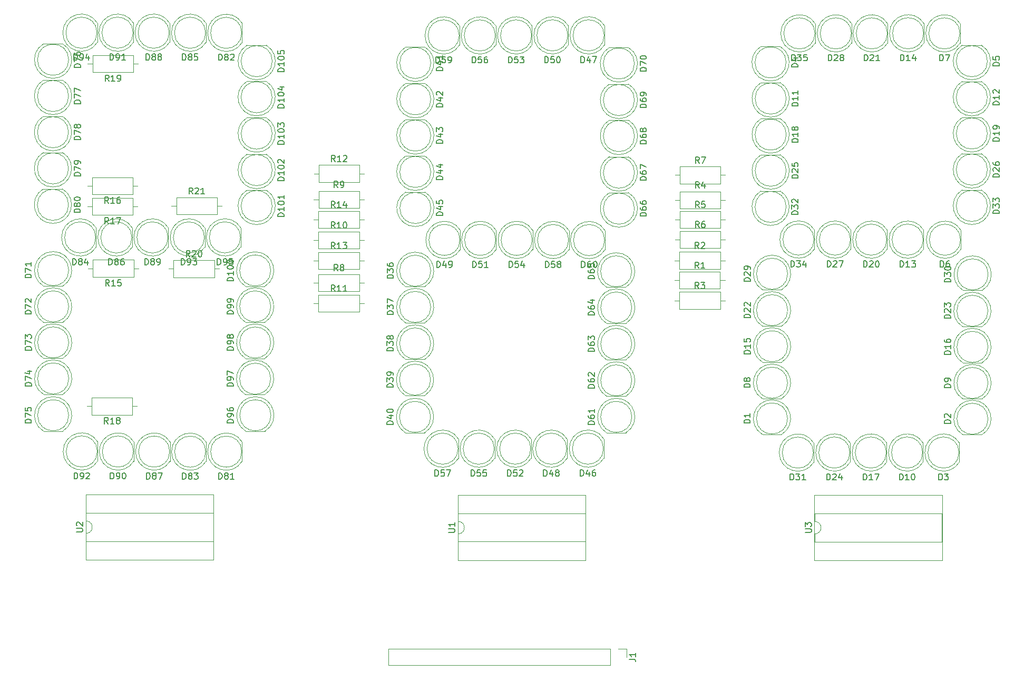
<source format=gbr>
%TF.GenerationSoftware,KiCad,Pcbnew,(5.1.6)-1*%
%TF.CreationDate,2021-04-12T17:18:31+02:00*%
%TF.ProjectId,_7SEG_Display_Board,5f375345-475f-4446-9973-706c61795f42,rev?*%
%TF.SameCoordinates,Original*%
%TF.FileFunction,Legend,Top*%
%TF.FilePolarity,Positive*%
%FSLAX46Y46*%
G04 Gerber Fmt 4.6, Leading zero omitted, Abs format (unit mm)*
G04 Created by KiCad (PCBNEW (5.1.6)-1) date 2021-04-12 17:18:31*
%MOMM*%
%LPD*%
G01*
G04 APERTURE LIST*
%ADD10C,0.120000*%
%ADD11C,0.150000*%
G04 APERTURE END LIST*
D10*
%TO.C,R17*%
X76757400Y-75107800D02*
X77527400Y-75107800D01*
X84837400Y-75107800D02*
X84067400Y-75107800D01*
X77527400Y-76477800D02*
X84067400Y-76477800D01*
X77527400Y-73737800D02*
X77527400Y-76477800D01*
X84067400Y-73737800D02*
X77527400Y-73737800D01*
X84067400Y-76477800D02*
X84067400Y-73737800D01*
%TO.C,R18*%
X84003900Y-108608800D02*
X84003900Y-105868800D01*
X84003900Y-105868800D02*
X77463900Y-105868800D01*
X77463900Y-105868800D02*
X77463900Y-108608800D01*
X77463900Y-108608800D02*
X84003900Y-108608800D01*
X84773900Y-107238800D02*
X84003900Y-107238800D01*
X76693900Y-107238800D02*
X77463900Y-107238800D01*
%TO.C,R16*%
X76757400Y-71805800D02*
X77527400Y-71805800D01*
X84837400Y-71805800D02*
X84067400Y-71805800D01*
X77527400Y-73175800D02*
X84067400Y-73175800D01*
X77527400Y-70435800D02*
X77527400Y-73175800D01*
X84067400Y-70435800D02*
X77527400Y-70435800D01*
X84067400Y-73175800D02*
X84067400Y-70435800D01*
%TO.C,R20*%
X90608400Y-83770800D02*
X90608400Y-86510800D01*
X90608400Y-86510800D02*
X97148400Y-86510800D01*
X97148400Y-86510800D02*
X97148400Y-83770800D01*
X97148400Y-83770800D02*
X90608400Y-83770800D01*
X89838400Y-85140800D02*
X90608400Y-85140800D01*
X97918400Y-85140800D02*
X97148400Y-85140800D01*
%TO.C,R21*%
X98362900Y-75044300D02*
X97592900Y-75044300D01*
X90282900Y-75044300D02*
X91052900Y-75044300D01*
X97592900Y-73674300D02*
X91052900Y-73674300D01*
X97592900Y-76414300D02*
X97592900Y-73674300D01*
X91052900Y-76414300D02*
X97592900Y-76414300D01*
X91052900Y-73674300D02*
X91052900Y-76414300D01*
%TO.C,R15*%
X76884400Y-85077300D02*
X77654400Y-85077300D01*
X84964400Y-85077300D02*
X84194400Y-85077300D01*
X77654400Y-86447300D02*
X84194400Y-86447300D01*
X77654400Y-83707300D02*
X77654400Y-86447300D01*
X84194400Y-83707300D02*
X77654400Y-83707300D01*
X84194400Y-86447300D02*
X84194400Y-83707300D01*
%TO.C,R19*%
X84130900Y-53554300D02*
X84130900Y-50814300D01*
X84130900Y-50814300D02*
X77590900Y-50814300D01*
X77590900Y-50814300D02*
X77590900Y-53554300D01*
X77590900Y-53554300D02*
X84130900Y-53554300D01*
X84900900Y-52184300D02*
X84130900Y-52184300D01*
X76820900Y-52184300D02*
X77590900Y-52184300D01*
%TO.C,D1*%
X189250400Y-109204800D02*
G75*
G03*
X189250400Y-109204800I-2500000J0D01*
G01*
X185205400Y-111764800D02*
X188295400Y-111764800D01*
X186749938Y-106214800D02*
G75*
G02*
X188295230Y-111764800I462J-2990000D01*
G01*
X186750862Y-106214800D02*
G75*
G03*
X185205570Y-111764800I-462J-2990000D01*
G01*
%TO.C,D2*%
X221450400Y-109254800D02*
G75*
G03*
X221450400Y-109254800I-2500000J0D01*
G01*
X217405400Y-111814800D02*
X220495400Y-111814800D01*
X218949938Y-106264800D02*
G75*
G02*
X220495230Y-111814800I462J-2990000D01*
G01*
X218950862Y-106264800D02*
G75*
G03*
X217405570Y-111814800I-462J-2990000D01*
G01*
%TO.C,D3*%
X216846400Y-116225800D02*
X216846400Y-113135800D01*
X216786400Y-114680800D02*
G75*
G03*
X216786400Y-114680800I-2500000J0D01*
G01*
X211296400Y-114680338D02*
G75*
G03*
X216846400Y-116225630I2990000J-462D01*
G01*
X211296400Y-114681262D02*
G75*
G02*
X216846400Y-113135970I2990000J462D01*
G01*
%TO.C,D4*%
X188059400Y-49402800D02*
X184969400Y-49402800D01*
X189014400Y-51962800D02*
G75*
G03*
X189014400Y-51962800I-2500000J0D01*
G01*
X186513938Y-54952800D02*
G75*
G03*
X188059230Y-49402800I462J2990000D01*
G01*
X186514862Y-54952800D02*
G75*
G02*
X184969570Y-49402800I-462J2990000D01*
G01*
%TO.C,D5*%
X221350400Y-51764800D02*
G75*
G03*
X221350400Y-51764800I-2500000J0D01*
G01*
X220395400Y-49204800D02*
X217305400Y-49204800D01*
X218850862Y-54754800D02*
G75*
G02*
X217305570Y-49204800I-462J2990000D01*
G01*
X218849938Y-54754800D02*
G75*
G03*
X220395230Y-49204800I462J2990000D01*
G01*
%TO.C,D6*%
X217030400Y-80468800D02*
G75*
G03*
X217030400Y-80468800I-2500000J0D01*
G01*
X217090400Y-82013800D02*
X217090400Y-78923800D01*
X211540400Y-80469262D02*
G75*
G02*
X217090400Y-78923970I2990000J462D01*
G01*
X211540400Y-80468338D02*
G75*
G03*
X217090400Y-82013630I2990000J-462D01*
G01*
%TO.C,D7*%
X216934400Y-47292800D02*
G75*
G03*
X216934400Y-47292800I-2500000J0D01*
G01*
X216994400Y-48837800D02*
X216994400Y-45747800D01*
X211444400Y-47293262D02*
G75*
G02*
X216994400Y-45747970I2990000J462D01*
G01*
X211444400Y-47292338D02*
G75*
G03*
X216994400Y-48837630I2990000J-462D01*
G01*
%TO.C,D8*%
X185205400Y-106016800D02*
X188295400Y-106016800D01*
X189250400Y-103456800D02*
G75*
G03*
X189250400Y-103456800I-2500000J0D01*
G01*
X186750862Y-100466800D02*
G75*
G03*
X185205570Y-106016800I-462J-2990000D01*
G01*
X186749938Y-100466800D02*
G75*
G02*
X188295230Y-106016800I462J-2990000D01*
G01*
%TO.C,D9*%
X217415400Y-106056800D02*
X220505400Y-106056800D01*
X221460400Y-103496800D02*
G75*
G03*
X221460400Y-103496800I-2500000J0D01*
G01*
X218960862Y-100506800D02*
G75*
G03*
X217415570Y-106056800I-462J-2990000D01*
G01*
X218959938Y-100506800D02*
G75*
G02*
X220505230Y-106056800I462J-2990000D01*
G01*
%TO.C,D10*%
X211006400Y-116225800D02*
X211006400Y-113135800D01*
X210946400Y-114680800D02*
G75*
G03*
X210946400Y-114680800I-2500000J0D01*
G01*
X205456400Y-114680338D02*
G75*
G03*
X211006400Y-116225630I2990000J-462D01*
G01*
X205456400Y-114681262D02*
G75*
G02*
X211006400Y-113135970I2990000J462D01*
G01*
%TO.C,D11*%
X188079400Y-55212800D02*
X184989400Y-55212800D01*
X189034400Y-57772800D02*
G75*
G03*
X189034400Y-57772800I-2500000J0D01*
G01*
X186533938Y-60762800D02*
G75*
G03*
X188079230Y-55212800I462J2990000D01*
G01*
X186534862Y-60762800D02*
G75*
G02*
X184989570Y-55212800I-462J2990000D01*
G01*
%TO.C,D12*%
X221350400Y-57584800D02*
G75*
G03*
X221350400Y-57584800I-2500000J0D01*
G01*
X220395400Y-55024800D02*
X217305400Y-55024800D01*
X218850862Y-60574800D02*
G75*
G02*
X217305570Y-55024800I-462J2990000D01*
G01*
X218849938Y-60574800D02*
G75*
G03*
X220395230Y-55024800I462J2990000D01*
G01*
%TO.C,D13*%
X211096400Y-82001800D02*
X211096400Y-78911800D01*
X211036400Y-80456800D02*
G75*
G03*
X211036400Y-80456800I-2500000J0D01*
G01*
X205546400Y-80456338D02*
G75*
G03*
X211096400Y-82001630I2990000J-462D01*
G01*
X205546400Y-80457262D02*
G75*
G02*
X211096400Y-78911970I2990000J462D01*
G01*
%TO.C,D14*%
X211114400Y-47282800D02*
G75*
G03*
X211114400Y-47282800I-2500000J0D01*
G01*
X211174400Y-48827800D02*
X211174400Y-45737800D01*
X205624400Y-47283262D02*
G75*
G02*
X211174400Y-45737970I2990000J462D01*
G01*
X205624400Y-47282338D02*
G75*
G03*
X211174400Y-48827630I2990000J-462D01*
G01*
%TO.C,D15*%
X189260400Y-97596800D02*
G75*
G03*
X189260400Y-97596800I-2500000J0D01*
G01*
X185215400Y-100156800D02*
X188305400Y-100156800D01*
X186759938Y-94606800D02*
G75*
G02*
X188305230Y-100156800I462J-2990000D01*
G01*
X186760862Y-94606800D02*
G75*
G03*
X185215570Y-100156800I-462J-2990000D01*
G01*
%TO.C,D16*%
X221450400Y-97696800D02*
G75*
G03*
X221450400Y-97696800I-2500000J0D01*
G01*
X217405400Y-100256800D02*
X220495400Y-100256800D01*
X218949938Y-94706800D02*
G75*
G02*
X220495230Y-100256800I462J-2990000D01*
G01*
X218950862Y-94706800D02*
G75*
G03*
X217405570Y-100256800I-462J-2990000D01*
G01*
%TO.C,D17*%
X205176400Y-116225800D02*
X205176400Y-113135800D01*
X205116400Y-114680800D02*
G75*
G03*
X205116400Y-114680800I-2500000J0D01*
G01*
X199626400Y-114680338D02*
G75*
G03*
X205176400Y-116225630I2990000J-462D01*
G01*
X199626400Y-114681262D02*
G75*
G02*
X205176400Y-113135970I2990000J462D01*
G01*
%TO.C,D18*%
X188079400Y-61002800D02*
X184989400Y-61002800D01*
X189034400Y-63562800D02*
G75*
G03*
X189034400Y-63562800I-2500000J0D01*
G01*
X186533938Y-66552800D02*
G75*
G03*
X188079230Y-61002800I462J2990000D01*
G01*
X186534862Y-66552800D02*
G75*
G02*
X184989570Y-61002800I-462J2990000D01*
G01*
%TO.C,D19*%
X220395400Y-60824800D02*
X217305400Y-60824800D01*
X221350400Y-63384800D02*
G75*
G03*
X221350400Y-63384800I-2500000J0D01*
G01*
X218849938Y-66374800D02*
G75*
G03*
X220395230Y-60824800I462J2990000D01*
G01*
X218850862Y-66374800D02*
G75*
G02*
X217305570Y-60824800I-462J2990000D01*
G01*
%TO.C,D20*%
X205246400Y-82001800D02*
X205246400Y-78911800D01*
X205186400Y-80456800D02*
G75*
G03*
X205186400Y-80456800I-2500000J0D01*
G01*
X199696400Y-80456338D02*
G75*
G03*
X205246400Y-82001630I2990000J-462D01*
G01*
X199696400Y-80457262D02*
G75*
G02*
X205246400Y-78911970I2990000J462D01*
G01*
%TO.C,D21*%
X205274400Y-47292800D02*
G75*
G03*
X205274400Y-47292800I-2500000J0D01*
G01*
X205334400Y-48837800D02*
X205334400Y-45747800D01*
X199784400Y-47293262D02*
G75*
G02*
X205334400Y-45747970I2990000J462D01*
G01*
X199784400Y-47292338D02*
G75*
G03*
X205334400Y-48837630I2990000J-462D01*
G01*
%TO.C,D22*%
X185215400Y-94356800D02*
X188305400Y-94356800D01*
X189260400Y-91796800D02*
G75*
G03*
X189260400Y-91796800I-2500000J0D01*
G01*
X186760862Y-88806800D02*
G75*
G03*
X185215570Y-94356800I-462J-2990000D01*
G01*
X186759938Y-88806800D02*
G75*
G02*
X188305230Y-94356800I462J-2990000D01*
G01*
%TO.C,D23*%
X217395400Y-94456800D02*
X220485400Y-94456800D01*
X221440400Y-91896800D02*
G75*
G03*
X221440400Y-91896800I-2500000J0D01*
G01*
X218940862Y-88906800D02*
G75*
G03*
X217395570Y-94456800I-462J-2990000D01*
G01*
X218939938Y-88906800D02*
G75*
G02*
X220485230Y-94456800I462J-2990000D01*
G01*
%TO.C,D24*%
X199256400Y-114680800D02*
G75*
G03*
X199256400Y-114680800I-2500000J0D01*
G01*
X199316400Y-116225800D02*
X199316400Y-113135800D01*
X193766400Y-114681262D02*
G75*
G02*
X199316400Y-113135970I2990000J462D01*
G01*
X193766400Y-114680338D02*
G75*
G03*
X199316400Y-116225630I2990000J-462D01*
G01*
%TO.C,D25*%
X189034400Y-69372800D02*
G75*
G03*
X189034400Y-69372800I-2500000J0D01*
G01*
X188079400Y-66812800D02*
X184989400Y-66812800D01*
X186534862Y-72362800D02*
G75*
G02*
X184989570Y-66812800I-462J2990000D01*
G01*
X186533938Y-72362800D02*
G75*
G03*
X188079230Y-66812800I462J2990000D01*
G01*
%TO.C,D26*%
X220395400Y-66634800D02*
X217305400Y-66634800D01*
X221350400Y-69194800D02*
G75*
G03*
X221350400Y-69194800I-2500000J0D01*
G01*
X218849938Y-72184800D02*
G75*
G03*
X220395230Y-66634800I462J2990000D01*
G01*
X218850862Y-72184800D02*
G75*
G02*
X217305570Y-66634800I-462J2990000D01*
G01*
%TO.C,D27*%
X199346400Y-80446800D02*
G75*
G03*
X199346400Y-80446800I-2500000J0D01*
G01*
X199406400Y-81991800D02*
X199406400Y-78901800D01*
X193856400Y-80447262D02*
G75*
G02*
X199406400Y-78901970I2990000J462D01*
G01*
X193856400Y-80446338D02*
G75*
G03*
X199406400Y-81991630I2990000J-462D01*
G01*
%TO.C,D28*%
X199554400Y-48837800D02*
X199554400Y-45747800D01*
X199494400Y-47292800D02*
G75*
G03*
X199494400Y-47292800I-2500000J0D01*
G01*
X194004400Y-47292338D02*
G75*
G03*
X199554400Y-48837630I2990000J-462D01*
G01*
X194004400Y-47293262D02*
G75*
G02*
X199554400Y-45747970I2990000J462D01*
G01*
%TO.C,D29*%
X189260400Y-85946800D02*
G75*
G03*
X189260400Y-85946800I-2500000J0D01*
G01*
X185215400Y-88506800D02*
X188305400Y-88506800D01*
X186759938Y-82956800D02*
G75*
G02*
X188305230Y-88506800I462J-2990000D01*
G01*
X186760862Y-82956800D02*
G75*
G03*
X185215570Y-88506800I-462J-2990000D01*
G01*
%TO.C,D30*%
X217435400Y-88606800D02*
X220525400Y-88606800D01*
X221480400Y-86046800D02*
G75*
G03*
X221480400Y-86046800I-2500000J0D01*
G01*
X218980862Y-83056800D02*
G75*
G03*
X217435570Y-88606800I-462J-2990000D01*
G01*
X218979938Y-83056800D02*
G75*
G02*
X220525230Y-88606800I462J-2990000D01*
G01*
%TO.C,D31*%
X193396400Y-114690800D02*
G75*
G03*
X193396400Y-114690800I-2500000J0D01*
G01*
X193456400Y-116235800D02*
X193456400Y-113145800D01*
X187906400Y-114691262D02*
G75*
G02*
X193456400Y-113145970I2990000J462D01*
G01*
X187906400Y-114690338D02*
G75*
G03*
X193456400Y-116235630I2990000J-462D01*
G01*
%TO.C,D32*%
X189024400Y-75192800D02*
G75*
G03*
X189024400Y-75192800I-2500000J0D01*
G01*
X188069400Y-72632800D02*
X184979400Y-72632800D01*
X186524862Y-78182800D02*
G75*
G02*
X184979570Y-72632800I-462J2990000D01*
G01*
X186523938Y-78182800D02*
G75*
G03*
X188069230Y-72632800I462J2990000D01*
G01*
%TO.C,D33*%
X220395400Y-72474800D02*
X217305400Y-72474800D01*
X221350400Y-75034800D02*
G75*
G03*
X221350400Y-75034800I-2500000J0D01*
G01*
X218849938Y-78024800D02*
G75*
G03*
X220395230Y-72474800I462J2990000D01*
G01*
X218850862Y-78024800D02*
G75*
G02*
X217305570Y-72474800I-462J2990000D01*
G01*
%TO.C,D34*%
X193496400Y-80436800D02*
G75*
G03*
X193496400Y-80436800I-2500000J0D01*
G01*
X193556400Y-81981800D02*
X193556400Y-78891800D01*
X188006400Y-80437262D02*
G75*
G02*
X193556400Y-78891970I2990000J462D01*
G01*
X188006400Y-80436338D02*
G75*
G03*
X193556400Y-81981630I2990000J-462D01*
G01*
%TO.C,D35*%
X193704400Y-48837800D02*
X193704400Y-45747800D01*
X193644400Y-47292800D02*
G75*
G03*
X193644400Y-47292800I-2500000J0D01*
G01*
X188154400Y-47292338D02*
G75*
G03*
X193704400Y-48837630I2990000J-462D01*
G01*
X188154400Y-47293262D02*
G75*
G02*
X193704400Y-45747970I2990000J462D01*
G01*
%TO.C,R1*%
X179190400Y-86984800D02*
X178420400Y-86984800D01*
X171110400Y-86984800D02*
X171880400Y-86984800D01*
X178420400Y-85614800D02*
X171880400Y-85614800D01*
X178420400Y-88354800D02*
X178420400Y-85614800D01*
X171880400Y-88354800D02*
X178420400Y-88354800D01*
X171880400Y-85614800D02*
X171880400Y-88354800D01*
%TO.C,R2*%
X171894400Y-82432800D02*
X171894400Y-85172800D01*
X171894400Y-85172800D02*
X178434400Y-85172800D01*
X178434400Y-85172800D02*
X178434400Y-82432800D01*
X178434400Y-82432800D02*
X171894400Y-82432800D01*
X171124400Y-83802800D02*
X171894400Y-83802800D01*
X179204400Y-83802800D02*
X178434400Y-83802800D01*
%TO.C,R3*%
X171890400Y-88874800D02*
X171890400Y-91614800D01*
X171890400Y-91614800D02*
X178430400Y-91614800D01*
X178430400Y-91614800D02*
X178430400Y-88874800D01*
X178430400Y-88874800D02*
X171890400Y-88874800D01*
X171120400Y-90244800D02*
X171890400Y-90244800D01*
X179200400Y-90244800D02*
X178430400Y-90244800D01*
%TO.C,R4*%
X179260400Y-74084800D02*
X178490400Y-74084800D01*
X171180400Y-74084800D02*
X171950400Y-74084800D01*
X178490400Y-72714800D02*
X171950400Y-72714800D01*
X178490400Y-75454800D02*
X178490400Y-72714800D01*
X171950400Y-75454800D02*
X178490400Y-75454800D01*
X171950400Y-72714800D02*
X171950400Y-75454800D01*
%TO.C,R5*%
X171934400Y-75862800D02*
X171934400Y-78602800D01*
X171934400Y-78602800D02*
X178474400Y-78602800D01*
X178474400Y-78602800D02*
X178474400Y-75862800D01*
X178474400Y-75862800D02*
X171934400Y-75862800D01*
X171164400Y-77232800D02*
X171934400Y-77232800D01*
X179244400Y-77232800D02*
X178474400Y-77232800D01*
%TO.C,R6*%
X179244400Y-80432800D02*
X178474400Y-80432800D01*
X171164400Y-80432800D02*
X171934400Y-80432800D01*
X178474400Y-79062800D02*
X171934400Y-79062800D01*
X178474400Y-81802800D02*
X178474400Y-79062800D01*
X171934400Y-81802800D02*
X178474400Y-81802800D01*
X171934400Y-79062800D02*
X171934400Y-81802800D01*
%TO.C,R7*%
X179260400Y-70074800D02*
X178490400Y-70074800D01*
X171180400Y-70074800D02*
X171950400Y-70074800D01*
X178490400Y-68704800D02*
X171950400Y-68704800D01*
X178490400Y-71444800D02*
X178490400Y-68704800D01*
X171950400Y-71444800D02*
X178490400Y-71444800D01*
X171950400Y-68704800D02*
X171950400Y-71444800D01*
%TO.C,U3*%
X193560400Y-121514800D02*
X193560400Y-132014800D01*
X214120400Y-121514800D02*
X193560400Y-121514800D01*
X214120400Y-132014800D02*
X214120400Y-121514800D01*
X193560400Y-132014800D02*
X214120400Y-132014800D01*
X193620400Y-124514800D02*
X193620400Y-125764800D01*
X214060400Y-124514800D02*
X193620400Y-124514800D01*
X214060400Y-129014800D02*
X214060400Y-124514800D01*
X193620400Y-129014800D02*
X214060400Y-129014800D01*
X193620400Y-127764800D02*
X193620400Y-129014800D01*
X193620400Y-125764800D02*
G75*
G02*
X193620400Y-127764800I0J-1000000D01*
G01*
%TO.C,D36*%
X131928400Y-85454800D02*
G75*
G03*
X131928400Y-85454800I-2500000J0D01*
G01*
X127883400Y-88014800D02*
X130973400Y-88014800D01*
X129427938Y-82464800D02*
G75*
G02*
X130973230Y-88014800I462J-2990000D01*
G01*
X129428862Y-82464800D02*
G75*
G03*
X127883570Y-88014800I-462J-2990000D01*
G01*
%TO.C,D37*%
X127883400Y-93834800D02*
X130973400Y-93834800D01*
X131928400Y-91274800D02*
G75*
G03*
X131928400Y-91274800I-2500000J0D01*
G01*
X129428862Y-88284800D02*
G75*
G03*
X127883570Y-93834800I-462J-2990000D01*
G01*
X129427938Y-88284800D02*
G75*
G02*
X130973230Y-93834800I462J-2990000D01*
G01*
%TO.C,D38*%
X127873400Y-99704800D02*
X130963400Y-99704800D01*
X131918400Y-97144800D02*
G75*
G03*
X131918400Y-97144800I-2500000J0D01*
G01*
X129418862Y-94154800D02*
G75*
G03*
X127873570Y-99704800I-462J-2990000D01*
G01*
X129417938Y-94154800D02*
G75*
G02*
X130963230Y-99704800I462J-2990000D01*
G01*
%TO.C,D39*%
X131898400Y-102964800D02*
G75*
G03*
X131898400Y-102964800I-2500000J0D01*
G01*
X127853400Y-105524800D02*
X130943400Y-105524800D01*
X129397938Y-99974800D02*
G75*
G02*
X130943230Y-105524800I462J-2990000D01*
G01*
X129398862Y-99974800D02*
G75*
G03*
X127853570Y-105524800I-462J-2990000D01*
G01*
%TO.C,D40*%
X127853400Y-111506800D02*
X130943400Y-111506800D01*
X131898400Y-108946800D02*
G75*
G03*
X131898400Y-108946800I-2500000J0D01*
G01*
X129398862Y-105956800D02*
G75*
G03*
X127853570Y-111506800I-462J-2990000D01*
G01*
X129397938Y-105956800D02*
G75*
G02*
X130943230Y-111506800I462J-2990000D01*
G01*
%TO.C,D41*%
X130989400Y-49494800D02*
X127899400Y-49494800D01*
X131944400Y-52054800D02*
G75*
G03*
X131944400Y-52054800I-2500000J0D01*
G01*
X129443938Y-55044800D02*
G75*
G03*
X130989230Y-49494800I462J2990000D01*
G01*
X129444862Y-55044800D02*
G75*
G02*
X127899570Y-49494800I-462J2990000D01*
G01*
%TO.C,D42*%
X131944400Y-57894800D02*
G75*
G03*
X131944400Y-57894800I-2500000J0D01*
G01*
X130989400Y-55334800D02*
X127899400Y-55334800D01*
X129444862Y-60884800D02*
G75*
G02*
X127899570Y-55334800I-462J2990000D01*
G01*
X129443938Y-60884800D02*
G75*
G03*
X130989230Y-55334800I462J2990000D01*
G01*
%TO.C,D43*%
X131944400Y-63724800D02*
G75*
G03*
X131944400Y-63724800I-2500000J0D01*
G01*
X130989400Y-61164800D02*
X127899400Y-61164800D01*
X129444862Y-66714800D02*
G75*
G02*
X127899570Y-61164800I-462J2990000D01*
G01*
X129443938Y-66714800D02*
G75*
G03*
X130989230Y-61164800I462J2990000D01*
G01*
%TO.C,D44*%
X130989400Y-67004800D02*
X127899400Y-67004800D01*
X131944400Y-69564800D02*
G75*
G03*
X131944400Y-69564800I-2500000J0D01*
G01*
X129443938Y-72554800D02*
G75*
G03*
X130989230Y-67004800I462J2990000D01*
G01*
X129444862Y-72554800D02*
G75*
G02*
X127899570Y-67004800I-462J2990000D01*
G01*
%TO.C,D45*%
X130999400Y-72804800D02*
X127909400Y-72804800D01*
X131954400Y-75364800D02*
G75*
G03*
X131954400Y-75364800I-2500000J0D01*
G01*
X129453938Y-78354800D02*
G75*
G03*
X130999230Y-72804800I462J2990000D01*
G01*
X129454862Y-78354800D02*
G75*
G02*
X127909570Y-72804800I-462J2990000D01*
G01*
%TO.C,D46*%
X159672400Y-114054800D02*
G75*
G03*
X159672400Y-114054800I-2500000J0D01*
G01*
X159732400Y-115599800D02*
X159732400Y-112509800D01*
X154182400Y-114055262D02*
G75*
G02*
X159732400Y-112509970I2990000J462D01*
G01*
X154182400Y-114054338D02*
G75*
G03*
X159732400Y-115599630I2990000J-462D01*
G01*
%TO.C,D47*%
X159784400Y-47612800D02*
G75*
G03*
X159784400Y-47612800I-2500000J0D01*
G01*
X159844400Y-49157800D02*
X159844400Y-46067800D01*
X154294400Y-47613262D02*
G75*
G02*
X159844400Y-46067970I2990000J462D01*
G01*
X154294400Y-47612338D02*
G75*
G03*
X159844400Y-49157630I2990000J-462D01*
G01*
%TO.C,D48*%
X153772400Y-114064800D02*
G75*
G03*
X153772400Y-114064800I-2500000J0D01*
G01*
X153832400Y-115609800D02*
X153832400Y-112519800D01*
X148282400Y-114065262D02*
G75*
G02*
X153832400Y-112519970I2990000J462D01*
G01*
X148282400Y-114064338D02*
G75*
G03*
X153832400Y-115609630I2990000J-462D01*
G01*
%TO.C,D49*%
X136678400Y-82043800D02*
X136678400Y-78953800D01*
X136618400Y-80498800D02*
G75*
G03*
X136618400Y-80498800I-2500000J0D01*
G01*
X131128400Y-80498338D02*
G75*
G03*
X136678400Y-82043630I2990000J-462D01*
G01*
X131128400Y-80499262D02*
G75*
G02*
X136678400Y-78953970I2990000J462D01*
G01*
%TO.C,D50*%
X153964400Y-47612800D02*
G75*
G03*
X153964400Y-47612800I-2500000J0D01*
G01*
X154024400Y-49157800D02*
X154024400Y-46067800D01*
X148474400Y-47613262D02*
G75*
G02*
X154024400Y-46067970I2990000J462D01*
G01*
X148474400Y-47612338D02*
G75*
G03*
X154024400Y-49157630I2990000J-462D01*
G01*
%TO.C,D51*%
X142428400Y-82043800D02*
X142428400Y-78953800D01*
X142368400Y-80498800D02*
G75*
G03*
X142368400Y-80498800I-2500000J0D01*
G01*
X136878400Y-80498338D02*
G75*
G03*
X142428400Y-82043630I2990000J-462D01*
G01*
X136878400Y-80499262D02*
G75*
G02*
X142428400Y-78953970I2990000J462D01*
G01*
%TO.C,D52*%
X147992400Y-114064800D02*
G75*
G03*
X147992400Y-114064800I-2500000J0D01*
G01*
X148052400Y-115609800D02*
X148052400Y-112519800D01*
X142502400Y-114065262D02*
G75*
G02*
X148052400Y-112519970I2990000J462D01*
G01*
X142502400Y-114064338D02*
G75*
G03*
X148052400Y-115609630I2990000J-462D01*
G01*
%TO.C,D53*%
X148194400Y-49167800D02*
X148194400Y-46077800D01*
X148134400Y-47622800D02*
G75*
G03*
X148134400Y-47622800I-2500000J0D01*
G01*
X142644400Y-47622338D02*
G75*
G03*
X148194400Y-49167630I2990000J-462D01*
G01*
X142644400Y-47623262D02*
G75*
G02*
X148194400Y-46077970I2990000J462D01*
G01*
%TO.C,D54*%
X148228400Y-80498800D02*
G75*
G03*
X148228400Y-80498800I-2500000J0D01*
G01*
X148288400Y-82043800D02*
X148288400Y-78953800D01*
X142738400Y-80499262D02*
G75*
G02*
X148288400Y-78953970I2990000J462D01*
G01*
X142738400Y-80498338D02*
G75*
G03*
X148288400Y-82043630I2990000J-462D01*
G01*
%TO.C,D55*%
X142192400Y-115609800D02*
X142192400Y-112519800D01*
X142132400Y-114064800D02*
G75*
G03*
X142132400Y-114064800I-2500000J0D01*
G01*
X136642400Y-114064338D02*
G75*
G03*
X142192400Y-115609630I2990000J-462D01*
G01*
X136642400Y-114065262D02*
G75*
G02*
X142192400Y-112519970I2990000J462D01*
G01*
%TO.C,D56*%
X142364400Y-49167800D02*
X142364400Y-46077800D01*
X142304400Y-47622800D02*
G75*
G03*
X142304400Y-47622800I-2500000J0D01*
G01*
X136814400Y-47622338D02*
G75*
G03*
X142364400Y-49167630I2990000J-462D01*
G01*
X136814400Y-47623262D02*
G75*
G02*
X142364400Y-46077970I2990000J462D01*
G01*
%TO.C,D57*%
X136382400Y-115609800D02*
X136382400Y-112519800D01*
X136322400Y-114064800D02*
G75*
G03*
X136322400Y-114064800I-2500000J0D01*
G01*
X130832400Y-114064338D02*
G75*
G03*
X136382400Y-115609630I2990000J-462D01*
G01*
X130832400Y-114065262D02*
G75*
G02*
X136382400Y-112519970I2990000J462D01*
G01*
%TO.C,D58*%
X154068400Y-80518800D02*
G75*
G03*
X154068400Y-80518800I-2500000J0D01*
G01*
X154128400Y-82063800D02*
X154128400Y-78973800D01*
X148578400Y-80519262D02*
G75*
G02*
X154128400Y-78973970I2990000J462D01*
G01*
X148578400Y-80518338D02*
G75*
G03*
X154128400Y-82063630I2990000J-462D01*
G01*
%TO.C,D59*%
X136554400Y-49167800D02*
X136554400Y-46077800D01*
X136494400Y-47622800D02*
G75*
G03*
X136494400Y-47622800I-2500000J0D01*
G01*
X131004400Y-47622338D02*
G75*
G03*
X136554400Y-49167630I2990000J-462D01*
G01*
X131004400Y-47623262D02*
G75*
G02*
X136554400Y-46077970I2990000J462D01*
G01*
%TO.C,D60*%
X159858400Y-80528800D02*
G75*
G03*
X159858400Y-80528800I-2500000J0D01*
G01*
X159918400Y-82073800D02*
X159918400Y-78983800D01*
X154368400Y-80529262D02*
G75*
G02*
X159918400Y-78983970I2990000J462D01*
G01*
X154368400Y-80528338D02*
G75*
G03*
X159918400Y-82073630I2990000J-462D01*
G01*
%TO.C,D61*%
X160181400Y-111506800D02*
X163271400Y-111506800D01*
X164226400Y-108946800D02*
G75*
G03*
X164226400Y-108946800I-2500000J0D01*
G01*
X161726862Y-105956800D02*
G75*
G03*
X160181570Y-111506800I-462J-2990000D01*
G01*
X161725938Y-105956800D02*
G75*
G02*
X163271230Y-111506800I462J-2990000D01*
G01*
%TO.C,D62*%
X160181400Y-105636800D02*
X163271400Y-105636800D01*
X164226400Y-103076800D02*
G75*
G03*
X164226400Y-103076800I-2500000J0D01*
G01*
X161726862Y-100086800D02*
G75*
G03*
X160181570Y-105636800I-462J-2990000D01*
G01*
X161725938Y-100086800D02*
G75*
G02*
X163271230Y-105636800I462J-2990000D01*
G01*
%TO.C,D63*%
X160181400Y-99776800D02*
X163271400Y-99776800D01*
X164226400Y-97216800D02*
G75*
G03*
X164226400Y-97216800I-2500000J0D01*
G01*
X161726862Y-94226800D02*
G75*
G03*
X160181570Y-99776800I-462J-2990000D01*
G01*
X161725938Y-94226800D02*
G75*
G02*
X163271230Y-99776800I462J-2990000D01*
G01*
%TO.C,D64*%
X164226400Y-91366800D02*
G75*
G03*
X164226400Y-91366800I-2500000J0D01*
G01*
X160181400Y-93926800D02*
X163271400Y-93926800D01*
X161725938Y-88376800D02*
G75*
G02*
X163271230Y-93926800I462J-2990000D01*
G01*
X161726862Y-88376800D02*
G75*
G03*
X160181570Y-93926800I-462J-2990000D01*
G01*
%TO.C,D65*%
X164216400Y-85546800D02*
G75*
G03*
X164216400Y-85546800I-2500000J0D01*
G01*
X160171400Y-88106800D02*
X163261400Y-88106800D01*
X161715938Y-82556800D02*
G75*
G02*
X163261230Y-88106800I462J-2990000D01*
G01*
X161716862Y-82556800D02*
G75*
G03*
X160171570Y-88106800I-462J-2990000D01*
G01*
%TO.C,D66*%
X164654400Y-75464800D02*
G75*
G03*
X164654400Y-75464800I-2500000J0D01*
G01*
X163699400Y-72904800D02*
X160609400Y-72904800D01*
X162154862Y-78454800D02*
G75*
G02*
X160609570Y-72904800I-462J2990000D01*
G01*
X162153938Y-78454800D02*
G75*
G03*
X163699230Y-72904800I462J2990000D01*
G01*
%TO.C,D67*%
X164654400Y-69684800D02*
G75*
G03*
X164654400Y-69684800I-2500000J0D01*
G01*
X163699400Y-67124800D02*
X160609400Y-67124800D01*
X162154862Y-72674800D02*
G75*
G02*
X160609570Y-67124800I-462J2990000D01*
G01*
X162153938Y-72674800D02*
G75*
G03*
X163699230Y-67124800I462J2990000D01*
G01*
%TO.C,D68*%
X164654400Y-63804800D02*
G75*
G03*
X164654400Y-63804800I-2500000J0D01*
G01*
X163699400Y-61244800D02*
X160609400Y-61244800D01*
X162154862Y-66794800D02*
G75*
G02*
X160609570Y-61244800I-462J2990000D01*
G01*
X162153938Y-66794800D02*
G75*
G03*
X163699230Y-61244800I462J2990000D01*
G01*
%TO.C,D69*%
X163699400Y-55454800D02*
X160609400Y-55454800D01*
X164654400Y-58014800D02*
G75*
G03*
X164654400Y-58014800I-2500000J0D01*
G01*
X162153938Y-61004800D02*
G75*
G03*
X163699230Y-55454800I462J2990000D01*
G01*
X162154862Y-61004800D02*
G75*
G02*
X160609570Y-55454800I-462J2990000D01*
G01*
%TO.C,D70*%
X163689400Y-49574800D02*
X160599400Y-49574800D01*
X164644400Y-52134800D02*
G75*
G03*
X164644400Y-52134800I-2500000J0D01*
G01*
X162143938Y-55124800D02*
G75*
G03*
X163689230Y-49574800I462J2990000D01*
G01*
X162144862Y-55124800D02*
G75*
G02*
X160599570Y-49574800I-462J2990000D01*
G01*
%TO.C,R8*%
X121216400Y-87384800D02*
X120446400Y-87384800D01*
X113136400Y-87384800D02*
X113906400Y-87384800D01*
X120446400Y-86014800D02*
X113906400Y-86014800D01*
X120446400Y-88754800D02*
X120446400Y-86014800D01*
X113906400Y-88754800D02*
X120446400Y-88754800D01*
X113906400Y-86014800D02*
X113906400Y-88754800D01*
%TO.C,R9*%
X121224400Y-74014800D02*
X120454400Y-74014800D01*
X113144400Y-74014800D02*
X113914400Y-74014800D01*
X120454400Y-72644800D02*
X113914400Y-72644800D01*
X120454400Y-75384800D02*
X120454400Y-72644800D01*
X113914400Y-75384800D02*
X120454400Y-75384800D01*
X113914400Y-72644800D02*
X113914400Y-75384800D01*
%TO.C,R10*%
X121216400Y-80526800D02*
X120446400Y-80526800D01*
X113136400Y-80526800D02*
X113906400Y-80526800D01*
X120446400Y-79156800D02*
X113906400Y-79156800D01*
X120446400Y-81896800D02*
X120446400Y-79156800D01*
X113906400Y-81896800D02*
X120446400Y-81896800D01*
X113906400Y-79156800D02*
X113906400Y-81896800D01*
%TO.C,R11*%
X113906400Y-89316800D02*
X113906400Y-92056800D01*
X113906400Y-92056800D02*
X120446400Y-92056800D01*
X120446400Y-92056800D02*
X120446400Y-89316800D01*
X120446400Y-89316800D02*
X113906400Y-89316800D01*
X113136400Y-90686800D02*
X113906400Y-90686800D01*
X121216400Y-90686800D02*
X120446400Y-90686800D01*
%TO.C,R12*%
X121248400Y-69830800D02*
X120478400Y-69830800D01*
X113168400Y-69830800D02*
X113938400Y-69830800D01*
X120478400Y-68460800D02*
X113938400Y-68460800D01*
X120478400Y-71200800D02*
X120478400Y-68460800D01*
X113938400Y-71200800D02*
X120478400Y-71200800D01*
X113938400Y-68460800D02*
X113938400Y-71200800D01*
%TO.C,R13*%
X113906400Y-82458800D02*
X113906400Y-85198800D01*
X113906400Y-85198800D02*
X120446400Y-85198800D01*
X120446400Y-85198800D02*
X120446400Y-82458800D01*
X120446400Y-82458800D02*
X113906400Y-82458800D01*
X113136400Y-83828800D02*
X113906400Y-83828800D01*
X121216400Y-83828800D02*
X120446400Y-83828800D01*
%TO.C,R14*%
X113906400Y-75854800D02*
X113906400Y-78594800D01*
X113906400Y-78594800D02*
X120446400Y-78594800D01*
X120446400Y-78594800D02*
X120446400Y-75854800D01*
X120446400Y-75854800D02*
X113906400Y-75854800D01*
X113136400Y-77224800D02*
X113906400Y-77224800D01*
X121216400Y-77224800D02*
X120446400Y-77224800D01*
%TO.C,U1*%
X136264400Y-121510800D02*
X136264400Y-132010800D01*
X156824400Y-121510800D02*
X136264400Y-121510800D01*
X156824400Y-132010800D02*
X156824400Y-121510800D01*
X136264400Y-132010800D02*
X156824400Y-132010800D01*
X136324400Y-124510800D02*
X136324400Y-125760800D01*
X156764400Y-124510800D02*
X136324400Y-124510800D01*
X156764400Y-129010800D02*
X156764400Y-124510800D01*
X136324400Y-129010800D02*
X156764400Y-129010800D01*
X136324400Y-127760800D02*
X136324400Y-129010800D01*
X136324400Y-125760800D02*
G75*
G02*
X136324400Y-127760800I0J-1000000D01*
G01*
%TO.C,D71*%
X73764400Y-85364800D02*
G75*
G03*
X73764400Y-85364800I-2500000J0D01*
G01*
X69719400Y-87924800D02*
X72809400Y-87924800D01*
X71263938Y-82374800D02*
G75*
G02*
X72809230Y-87924800I462J-2990000D01*
G01*
X71264862Y-82374800D02*
G75*
G03*
X69719570Y-87924800I-462J-2990000D01*
G01*
%TO.C,D72*%
X69719400Y-93754800D02*
X72809400Y-93754800D01*
X73764400Y-91194800D02*
G75*
G03*
X73764400Y-91194800I-2500000J0D01*
G01*
X71264862Y-88204800D02*
G75*
G03*
X69719570Y-93754800I-462J-2990000D01*
G01*
X71263938Y-88204800D02*
G75*
G02*
X72809230Y-93754800I462J-2990000D01*
G01*
%TO.C,D73*%
X69729400Y-99544800D02*
X72819400Y-99544800D01*
X73774400Y-96984800D02*
G75*
G03*
X73774400Y-96984800I-2500000J0D01*
G01*
X71274862Y-93994800D02*
G75*
G03*
X69729570Y-99544800I-462J-2990000D01*
G01*
X71273938Y-93994800D02*
G75*
G02*
X72819230Y-99544800I462J-2990000D01*
G01*
%TO.C,D74*%
X73774400Y-102774800D02*
G75*
G03*
X73774400Y-102774800I-2500000J0D01*
G01*
X69729400Y-105334800D02*
X72819400Y-105334800D01*
X71273938Y-99784800D02*
G75*
G02*
X72819230Y-105334800I462J-2990000D01*
G01*
X71274862Y-99784800D02*
G75*
G03*
X69729570Y-105334800I-462J-2990000D01*
G01*
%TO.C,D75*%
X69719400Y-111252800D02*
X72809400Y-111252800D01*
X73764400Y-108692800D02*
G75*
G03*
X73764400Y-108692800I-2500000J0D01*
G01*
X71264862Y-105702800D02*
G75*
G03*
X69719570Y-111252800I-462J-2990000D01*
G01*
X71263938Y-105702800D02*
G75*
G02*
X72809230Y-111252800I462J-2990000D01*
G01*
%TO.C,D76*%
X73754400Y-51534800D02*
G75*
G03*
X73754400Y-51534800I-2500000J0D01*
G01*
X72799400Y-48974800D02*
X69709400Y-48974800D01*
X71254862Y-54524800D02*
G75*
G02*
X69709570Y-48974800I-462J2990000D01*
G01*
X71253938Y-54524800D02*
G75*
G03*
X72799230Y-48974800I462J2990000D01*
G01*
%TO.C,D77*%
X73744400Y-57364800D02*
G75*
G03*
X73744400Y-57364800I-2500000J0D01*
G01*
X72789400Y-54804800D02*
X69699400Y-54804800D01*
X71244862Y-60354800D02*
G75*
G02*
X69699570Y-54804800I-462J2990000D01*
G01*
X71243938Y-60354800D02*
G75*
G03*
X72789230Y-54804800I462J2990000D01*
G01*
%TO.C,D78*%
X73734400Y-63194800D02*
G75*
G03*
X73734400Y-63194800I-2500000J0D01*
G01*
X72779400Y-60634800D02*
X69689400Y-60634800D01*
X71234862Y-66184800D02*
G75*
G02*
X69689570Y-60634800I-462J2990000D01*
G01*
X71233938Y-66184800D02*
G75*
G03*
X72779230Y-60634800I462J2990000D01*
G01*
%TO.C,D79*%
X72779400Y-66444800D02*
X69689400Y-66444800D01*
X73734400Y-69004800D02*
G75*
G03*
X73734400Y-69004800I-2500000J0D01*
G01*
X71233938Y-71994800D02*
G75*
G03*
X72779230Y-66444800I462J2990000D01*
G01*
X71234862Y-71994800D02*
G75*
G02*
X69689570Y-66444800I-462J2990000D01*
G01*
%TO.C,D80*%
X72769400Y-72304800D02*
X69679400Y-72304800D01*
X73724400Y-74864800D02*
G75*
G03*
X73724400Y-74864800I-2500000J0D01*
G01*
X71223938Y-77854800D02*
G75*
G03*
X72769230Y-72304800I462J2990000D01*
G01*
X71224862Y-77854800D02*
G75*
G02*
X69679570Y-72304800I-462J2990000D01*
G01*
%TO.C,D81*%
X101564400Y-114538800D02*
G75*
G03*
X101564400Y-114538800I-2500000J0D01*
G01*
X101624400Y-116083800D02*
X101624400Y-112993800D01*
X96074400Y-114539262D02*
G75*
G02*
X101624400Y-112993970I2990000J462D01*
G01*
X96074400Y-114538338D02*
G75*
G03*
X101624400Y-116083630I2990000J-462D01*
G01*
%TO.C,D82*%
X101564400Y-47204800D02*
G75*
G03*
X101564400Y-47204800I-2500000J0D01*
G01*
X101624400Y-48749800D02*
X101624400Y-45659800D01*
X96074400Y-47205262D02*
G75*
G02*
X101624400Y-45659970I2990000J462D01*
G01*
X96074400Y-47204338D02*
G75*
G03*
X101624400Y-48749630I2990000J-462D01*
G01*
%TO.C,D83*%
X95774400Y-114548800D02*
G75*
G03*
X95774400Y-114548800I-2500000J0D01*
G01*
X95834400Y-116093800D02*
X95834400Y-113003800D01*
X90284400Y-114549262D02*
G75*
G02*
X95834400Y-113003970I2990000J462D01*
G01*
X90284400Y-114548338D02*
G75*
G03*
X95834400Y-116093630I2990000J-462D01*
G01*
%TO.C,D84*%
X78164400Y-81649800D02*
X78164400Y-78559800D01*
X78104400Y-80104800D02*
G75*
G03*
X78104400Y-80104800I-2500000J0D01*
G01*
X72614400Y-80104338D02*
G75*
G03*
X78164400Y-81649630I2990000J-462D01*
G01*
X72614400Y-80105262D02*
G75*
G02*
X78164400Y-78559970I2990000J462D01*
G01*
%TO.C,D85*%
X95754400Y-47194800D02*
G75*
G03*
X95754400Y-47194800I-2500000J0D01*
G01*
X95814400Y-48739800D02*
X95814400Y-45649800D01*
X90264400Y-47195262D02*
G75*
G02*
X95814400Y-45649970I2990000J462D01*
G01*
X90264400Y-47194338D02*
G75*
G03*
X95814400Y-48739630I2990000J-462D01*
G01*
%TO.C,D86*%
X83974400Y-81649800D02*
X83974400Y-78559800D01*
X83914400Y-80104800D02*
G75*
G03*
X83914400Y-80104800I-2500000J0D01*
G01*
X78424400Y-80104338D02*
G75*
G03*
X83974400Y-81649630I2990000J-462D01*
G01*
X78424400Y-80105262D02*
G75*
G02*
X83974400Y-78559970I2990000J462D01*
G01*
%TO.C,D87*%
X89984400Y-114528800D02*
G75*
G03*
X89984400Y-114528800I-2500000J0D01*
G01*
X90044400Y-116073800D02*
X90044400Y-112983800D01*
X84494400Y-114529262D02*
G75*
G02*
X90044400Y-112983970I2990000J462D01*
G01*
X84494400Y-114528338D02*
G75*
G03*
X90044400Y-116073630I2990000J-462D01*
G01*
%TO.C,D88*%
X89964400Y-48729800D02*
X89964400Y-45639800D01*
X89904400Y-47184800D02*
G75*
G03*
X89904400Y-47184800I-2500000J0D01*
G01*
X84414400Y-47184338D02*
G75*
G03*
X89964400Y-48729630I2990000J-462D01*
G01*
X84414400Y-47185262D02*
G75*
G02*
X89964400Y-45639970I2990000J462D01*
G01*
%TO.C,D89*%
X89714400Y-80104800D02*
G75*
G03*
X89714400Y-80104800I-2500000J0D01*
G01*
X89774400Y-81649800D02*
X89774400Y-78559800D01*
X84224400Y-80105262D02*
G75*
G02*
X89774400Y-78559970I2990000J462D01*
G01*
X84224400Y-80104338D02*
G75*
G03*
X89774400Y-81649630I2990000J-462D01*
G01*
%TO.C,D90*%
X84224400Y-116063800D02*
X84224400Y-112973800D01*
X84164400Y-114518800D02*
G75*
G03*
X84164400Y-114518800I-2500000J0D01*
G01*
X78674400Y-114518338D02*
G75*
G03*
X84224400Y-116063630I2990000J-462D01*
G01*
X78674400Y-114519262D02*
G75*
G02*
X84224400Y-112973970I2990000J462D01*
G01*
%TO.C,D91*%
X84164400Y-48729800D02*
X84164400Y-45639800D01*
X84104400Y-47184800D02*
G75*
G03*
X84104400Y-47184800I-2500000J0D01*
G01*
X78614400Y-47184338D02*
G75*
G03*
X84164400Y-48729630I2990000J-462D01*
G01*
X78614400Y-47185262D02*
G75*
G02*
X84164400Y-45639970I2990000J462D01*
G01*
%TO.C,D92*%
X78414400Y-116053800D02*
X78414400Y-112963800D01*
X78354400Y-114508800D02*
G75*
G03*
X78354400Y-114508800I-2500000J0D01*
G01*
X72864400Y-114508338D02*
G75*
G03*
X78414400Y-116053630I2990000J-462D01*
G01*
X72864400Y-114509262D02*
G75*
G02*
X78414400Y-112963970I2990000J462D01*
G01*
%TO.C,D93*%
X95564400Y-80104800D02*
G75*
G03*
X95564400Y-80104800I-2500000J0D01*
G01*
X95624400Y-81649800D02*
X95624400Y-78559800D01*
X90074400Y-80105262D02*
G75*
G02*
X95624400Y-78559970I2990000J462D01*
G01*
X90074400Y-80104338D02*
G75*
G03*
X95624400Y-81649630I2990000J-462D01*
G01*
%TO.C,D94*%
X78364400Y-48729800D02*
X78364400Y-45639800D01*
X78304400Y-47184800D02*
G75*
G03*
X78304400Y-47184800I-2500000J0D01*
G01*
X72814400Y-47184338D02*
G75*
G03*
X78364400Y-48729630I2990000J-462D01*
G01*
X72814400Y-47185262D02*
G75*
G02*
X78364400Y-45639970I2990000J462D01*
G01*
%TO.C,D95*%
X101354400Y-80094800D02*
G75*
G03*
X101354400Y-80094800I-2500000J0D01*
G01*
X101414400Y-81639800D02*
X101414400Y-78549800D01*
X95864400Y-80095262D02*
G75*
G02*
X101414400Y-78549970I2990000J462D01*
G01*
X95864400Y-80094338D02*
G75*
G03*
X101414400Y-81639630I2990000J-462D01*
G01*
%TO.C,D96*%
X102201400Y-111252800D02*
X105291400Y-111252800D01*
X106246400Y-108692800D02*
G75*
G03*
X106246400Y-108692800I-2500000J0D01*
G01*
X103746862Y-105702800D02*
G75*
G03*
X102201570Y-111252800I-462J-2990000D01*
G01*
X103745938Y-105702800D02*
G75*
G02*
X105291230Y-111252800I462J-2990000D01*
G01*
%TO.C,D97*%
X102169400Y-105374800D02*
X105259400Y-105374800D01*
X106214400Y-102814800D02*
G75*
G03*
X106214400Y-102814800I-2500000J0D01*
G01*
X103714862Y-99824800D02*
G75*
G03*
X102169570Y-105374800I-462J-2990000D01*
G01*
X103713938Y-99824800D02*
G75*
G02*
X105259230Y-105374800I462J-2990000D01*
G01*
%TO.C,D98*%
X102179400Y-99554800D02*
X105269400Y-99554800D01*
X106224400Y-96994800D02*
G75*
G03*
X106224400Y-96994800I-2500000J0D01*
G01*
X103724862Y-94004800D02*
G75*
G03*
X102179570Y-99554800I-462J-2990000D01*
G01*
X103723938Y-94004800D02*
G75*
G02*
X105269230Y-99554800I462J-2990000D01*
G01*
%TO.C,D99*%
X106224400Y-91194800D02*
G75*
G03*
X106224400Y-91194800I-2500000J0D01*
G01*
X102179400Y-93754800D02*
X105269400Y-93754800D01*
X103723938Y-88204800D02*
G75*
G02*
X105269230Y-93754800I462J-2990000D01*
G01*
X103724862Y-88204800D02*
G75*
G03*
X102179570Y-93754800I-462J-2990000D01*
G01*
%TO.C,D100*%
X106224400Y-85404800D02*
G75*
G03*
X106224400Y-85404800I-2500000J0D01*
G01*
X102179400Y-87964800D02*
X105269400Y-87964800D01*
X103723938Y-82414800D02*
G75*
G02*
X105269230Y-87964800I462J-2990000D01*
G01*
X103724862Y-82414800D02*
G75*
G03*
X102179570Y-87964800I-462J-2990000D01*
G01*
%TO.C,D101*%
X106458400Y-75052800D02*
G75*
G03*
X106458400Y-75052800I-2500000J0D01*
G01*
X105503400Y-72492800D02*
X102413400Y-72492800D01*
X103958862Y-78042800D02*
G75*
G02*
X102413570Y-72492800I-462J2990000D01*
G01*
X103957938Y-78042800D02*
G75*
G03*
X105503230Y-72492800I462J2990000D01*
G01*
%TO.C,D102*%
X106458400Y-69282800D02*
G75*
G03*
X106458400Y-69282800I-2500000J0D01*
G01*
X105503400Y-66722800D02*
X102413400Y-66722800D01*
X103958862Y-72272800D02*
G75*
G02*
X102413570Y-66722800I-462J2990000D01*
G01*
X103957938Y-72272800D02*
G75*
G03*
X105503230Y-66722800I462J2990000D01*
G01*
%TO.C,D103*%
X105503400Y-60852800D02*
X102413400Y-60852800D01*
X106458400Y-63412800D02*
G75*
G03*
X106458400Y-63412800I-2500000J0D01*
G01*
X103957938Y-66402800D02*
G75*
G03*
X105503230Y-60852800I462J2990000D01*
G01*
X103958862Y-66402800D02*
G75*
G02*
X102413570Y-60852800I-462J2990000D01*
G01*
%TO.C,D104*%
X105493400Y-55002800D02*
X102403400Y-55002800D01*
X106448400Y-57562800D02*
G75*
G03*
X106448400Y-57562800I-2500000J0D01*
G01*
X103947938Y-60552800D02*
G75*
G03*
X105493230Y-55002800I462J2990000D01*
G01*
X103948862Y-60552800D02*
G75*
G02*
X102403570Y-55002800I-462J2990000D01*
G01*
%TO.C,D105*%
X105503400Y-49202800D02*
X102413400Y-49202800D01*
X106458400Y-51762800D02*
G75*
G03*
X106458400Y-51762800I-2500000J0D01*
G01*
X103957938Y-54752800D02*
G75*
G03*
X105503230Y-49202800I462J2990000D01*
G01*
X103958862Y-54752800D02*
G75*
G02*
X102413570Y-49202800I-462J2990000D01*
G01*
%TO.C,J1*%
X163382000Y-146244000D02*
X163382000Y-147574000D01*
X162052000Y-146244000D02*
X163382000Y-146244000D01*
X160782000Y-146244000D02*
X160782000Y-148904000D01*
X160782000Y-148904000D02*
X125162000Y-148904000D01*
X160782000Y-146244000D02*
X125162000Y-146244000D01*
X125162000Y-146244000D02*
X125162000Y-148904000D01*
%TO.C,U2*%
X76488400Y-121432800D02*
X76488400Y-131932800D01*
X97048400Y-121432800D02*
X76488400Y-121432800D01*
X97048400Y-131932800D02*
X97048400Y-121432800D01*
X76488400Y-131932800D02*
X97048400Y-131932800D01*
X76548400Y-124432800D02*
X76548400Y-125682800D01*
X96988400Y-124432800D02*
X76548400Y-124432800D01*
X96988400Y-128932800D02*
X96988400Y-124432800D01*
X76548400Y-128932800D02*
X96988400Y-128932800D01*
X76548400Y-127682800D02*
X76548400Y-128932800D01*
X76548400Y-125682800D02*
G75*
G02*
X76548400Y-127682800I0J-1000000D01*
G01*
%TO.C,R17*%
D11*
X80154542Y-77930180D02*
X79821209Y-77453990D01*
X79583114Y-77930180D02*
X79583114Y-76930180D01*
X79964066Y-76930180D01*
X80059304Y-76977800D01*
X80106923Y-77025419D01*
X80154542Y-77120657D01*
X80154542Y-77263514D01*
X80106923Y-77358752D01*
X80059304Y-77406371D01*
X79964066Y-77453990D01*
X79583114Y-77453990D01*
X81106923Y-77930180D02*
X80535495Y-77930180D01*
X80821209Y-77930180D02*
X80821209Y-76930180D01*
X80725971Y-77073038D01*
X80630733Y-77168276D01*
X80535495Y-77215895D01*
X81440257Y-76930180D02*
X82106923Y-76930180D01*
X81678352Y-77930180D01*
%TO.C,R18*%
X80091042Y-110061180D02*
X79757709Y-109584990D01*
X79519614Y-110061180D02*
X79519614Y-109061180D01*
X79900566Y-109061180D01*
X79995804Y-109108800D01*
X80043423Y-109156419D01*
X80091042Y-109251657D01*
X80091042Y-109394514D01*
X80043423Y-109489752D01*
X79995804Y-109537371D01*
X79900566Y-109584990D01*
X79519614Y-109584990D01*
X81043423Y-110061180D02*
X80471995Y-110061180D01*
X80757709Y-110061180D02*
X80757709Y-109061180D01*
X80662471Y-109204038D01*
X80567233Y-109299276D01*
X80471995Y-109346895D01*
X81614852Y-109489752D02*
X81519614Y-109442133D01*
X81471995Y-109394514D01*
X81424376Y-109299276D01*
X81424376Y-109251657D01*
X81471995Y-109156419D01*
X81519614Y-109108800D01*
X81614852Y-109061180D01*
X81805328Y-109061180D01*
X81900566Y-109108800D01*
X81948185Y-109156419D01*
X81995804Y-109251657D01*
X81995804Y-109299276D01*
X81948185Y-109394514D01*
X81900566Y-109442133D01*
X81805328Y-109489752D01*
X81614852Y-109489752D01*
X81519614Y-109537371D01*
X81471995Y-109584990D01*
X81424376Y-109680228D01*
X81424376Y-109870704D01*
X81471995Y-109965942D01*
X81519614Y-110013561D01*
X81614852Y-110061180D01*
X81805328Y-110061180D01*
X81900566Y-110013561D01*
X81948185Y-109965942D01*
X81995804Y-109870704D01*
X81995804Y-109680228D01*
X81948185Y-109584990D01*
X81900566Y-109537371D01*
X81805328Y-109489752D01*
%TO.C,R16*%
X80154542Y-74628180D02*
X79821209Y-74151990D01*
X79583114Y-74628180D02*
X79583114Y-73628180D01*
X79964066Y-73628180D01*
X80059304Y-73675800D01*
X80106923Y-73723419D01*
X80154542Y-73818657D01*
X80154542Y-73961514D01*
X80106923Y-74056752D01*
X80059304Y-74104371D01*
X79964066Y-74151990D01*
X79583114Y-74151990D01*
X81106923Y-74628180D02*
X80535495Y-74628180D01*
X80821209Y-74628180D02*
X80821209Y-73628180D01*
X80725971Y-73771038D01*
X80630733Y-73866276D01*
X80535495Y-73913895D01*
X81964066Y-73628180D02*
X81773590Y-73628180D01*
X81678352Y-73675800D01*
X81630733Y-73723419D01*
X81535495Y-73866276D01*
X81487876Y-74056752D01*
X81487876Y-74437704D01*
X81535495Y-74532942D01*
X81583114Y-74580561D01*
X81678352Y-74628180D01*
X81868828Y-74628180D01*
X81964066Y-74580561D01*
X82011685Y-74532942D01*
X82059304Y-74437704D01*
X82059304Y-74199609D01*
X82011685Y-74104371D01*
X81964066Y-74056752D01*
X81868828Y-74009133D01*
X81678352Y-74009133D01*
X81583114Y-74056752D01*
X81535495Y-74104371D01*
X81487876Y-74199609D01*
%TO.C,R20*%
X93235542Y-83223180D02*
X92902209Y-82746990D01*
X92664114Y-83223180D02*
X92664114Y-82223180D01*
X93045066Y-82223180D01*
X93140304Y-82270800D01*
X93187923Y-82318419D01*
X93235542Y-82413657D01*
X93235542Y-82556514D01*
X93187923Y-82651752D01*
X93140304Y-82699371D01*
X93045066Y-82746990D01*
X92664114Y-82746990D01*
X93616495Y-82318419D02*
X93664114Y-82270800D01*
X93759352Y-82223180D01*
X93997447Y-82223180D01*
X94092685Y-82270800D01*
X94140304Y-82318419D01*
X94187923Y-82413657D01*
X94187923Y-82508895D01*
X94140304Y-82651752D01*
X93568876Y-83223180D01*
X94187923Y-83223180D01*
X94806971Y-82223180D02*
X94902209Y-82223180D01*
X94997447Y-82270800D01*
X95045066Y-82318419D01*
X95092685Y-82413657D01*
X95140304Y-82604133D01*
X95140304Y-82842228D01*
X95092685Y-83032704D01*
X95045066Y-83127942D01*
X94997447Y-83175561D01*
X94902209Y-83223180D01*
X94806971Y-83223180D01*
X94711733Y-83175561D01*
X94664114Y-83127942D01*
X94616495Y-83032704D01*
X94568876Y-82842228D01*
X94568876Y-82604133D01*
X94616495Y-82413657D01*
X94664114Y-82318419D01*
X94711733Y-82270800D01*
X94806971Y-82223180D01*
%TO.C,R21*%
X93680042Y-73126680D02*
X93346709Y-72650490D01*
X93108614Y-73126680D02*
X93108614Y-72126680D01*
X93489566Y-72126680D01*
X93584804Y-72174300D01*
X93632423Y-72221919D01*
X93680042Y-72317157D01*
X93680042Y-72460014D01*
X93632423Y-72555252D01*
X93584804Y-72602871D01*
X93489566Y-72650490D01*
X93108614Y-72650490D01*
X94060995Y-72221919D02*
X94108614Y-72174300D01*
X94203852Y-72126680D01*
X94441947Y-72126680D01*
X94537185Y-72174300D01*
X94584804Y-72221919D01*
X94632423Y-72317157D01*
X94632423Y-72412395D01*
X94584804Y-72555252D01*
X94013376Y-73126680D01*
X94632423Y-73126680D01*
X95584804Y-73126680D02*
X95013376Y-73126680D01*
X95299090Y-73126680D02*
X95299090Y-72126680D01*
X95203852Y-72269538D01*
X95108614Y-72364776D01*
X95013376Y-72412395D01*
%TO.C,R15*%
X80281542Y-87899680D02*
X79948209Y-87423490D01*
X79710114Y-87899680D02*
X79710114Y-86899680D01*
X80091066Y-86899680D01*
X80186304Y-86947300D01*
X80233923Y-86994919D01*
X80281542Y-87090157D01*
X80281542Y-87233014D01*
X80233923Y-87328252D01*
X80186304Y-87375871D01*
X80091066Y-87423490D01*
X79710114Y-87423490D01*
X81233923Y-87899680D02*
X80662495Y-87899680D01*
X80948209Y-87899680D02*
X80948209Y-86899680D01*
X80852971Y-87042538D01*
X80757733Y-87137776D01*
X80662495Y-87185395D01*
X82138685Y-86899680D02*
X81662495Y-86899680D01*
X81614876Y-87375871D01*
X81662495Y-87328252D01*
X81757733Y-87280633D01*
X81995828Y-87280633D01*
X82091066Y-87328252D01*
X82138685Y-87375871D01*
X82186304Y-87471109D01*
X82186304Y-87709204D01*
X82138685Y-87804442D01*
X82091066Y-87852061D01*
X81995828Y-87899680D01*
X81757733Y-87899680D01*
X81662495Y-87852061D01*
X81614876Y-87804442D01*
%TO.C,R19*%
X80218042Y-55006680D02*
X79884709Y-54530490D01*
X79646614Y-55006680D02*
X79646614Y-54006680D01*
X80027566Y-54006680D01*
X80122804Y-54054300D01*
X80170423Y-54101919D01*
X80218042Y-54197157D01*
X80218042Y-54340014D01*
X80170423Y-54435252D01*
X80122804Y-54482871D01*
X80027566Y-54530490D01*
X79646614Y-54530490D01*
X81170423Y-55006680D02*
X80598995Y-55006680D01*
X80884709Y-55006680D02*
X80884709Y-54006680D01*
X80789471Y-54149538D01*
X80694233Y-54244776D01*
X80598995Y-54292395D01*
X81646614Y-55006680D02*
X81837090Y-55006680D01*
X81932328Y-54959061D01*
X81979947Y-54911442D01*
X82075185Y-54768585D01*
X82122804Y-54578109D01*
X82122804Y-54197157D01*
X82075185Y-54101919D01*
X82027566Y-54054300D01*
X81932328Y-54006680D01*
X81741852Y-54006680D01*
X81646614Y-54054300D01*
X81598995Y-54101919D01*
X81551376Y-54197157D01*
X81551376Y-54435252D01*
X81598995Y-54530490D01*
X81646614Y-54578109D01*
X81741852Y-54625728D01*
X81932328Y-54625728D01*
X82027566Y-54578109D01*
X82075185Y-54530490D01*
X82122804Y-54435252D01*
%TO.C,D1*%
X183242780Y-109942895D02*
X182242780Y-109942895D01*
X182242780Y-109704800D01*
X182290400Y-109561942D01*
X182385638Y-109466704D01*
X182480876Y-109419085D01*
X182671352Y-109371466D01*
X182814209Y-109371466D01*
X183004685Y-109419085D01*
X183099923Y-109466704D01*
X183195161Y-109561942D01*
X183242780Y-109704800D01*
X183242780Y-109942895D01*
X183242780Y-108419085D02*
X183242780Y-108990514D01*
X183242780Y-108704800D02*
X182242780Y-108704800D01*
X182385638Y-108800038D01*
X182480876Y-108895276D01*
X182528495Y-108990514D01*
%TO.C,D2*%
X215442780Y-109992895D02*
X214442780Y-109992895D01*
X214442780Y-109754800D01*
X214490400Y-109611942D01*
X214585638Y-109516704D01*
X214680876Y-109469085D01*
X214871352Y-109421466D01*
X215014209Y-109421466D01*
X215204685Y-109469085D01*
X215299923Y-109516704D01*
X215395161Y-109611942D01*
X215442780Y-109754800D01*
X215442780Y-109992895D01*
X214538019Y-109040514D02*
X214490400Y-108992895D01*
X214442780Y-108897657D01*
X214442780Y-108659561D01*
X214490400Y-108564323D01*
X214538019Y-108516704D01*
X214633257Y-108469085D01*
X214728495Y-108469085D01*
X214871352Y-108516704D01*
X215442780Y-109088133D01*
X215442780Y-108469085D01*
%TO.C,D3*%
X213548304Y-119093180D02*
X213548304Y-118093180D01*
X213786400Y-118093180D01*
X213929257Y-118140800D01*
X214024495Y-118236038D01*
X214072114Y-118331276D01*
X214119733Y-118521752D01*
X214119733Y-118664609D01*
X214072114Y-118855085D01*
X214024495Y-118950323D01*
X213929257Y-119045561D01*
X213786400Y-119093180D01*
X213548304Y-119093180D01*
X214453066Y-118093180D02*
X215072114Y-118093180D01*
X214738780Y-118474133D01*
X214881638Y-118474133D01*
X214976876Y-118521752D01*
X215024495Y-118569371D01*
X215072114Y-118664609D01*
X215072114Y-118902704D01*
X215024495Y-118997942D01*
X214976876Y-119045561D01*
X214881638Y-119093180D01*
X214595923Y-119093180D01*
X214500685Y-119045561D01*
X214453066Y-118997942D01*
%TO.C,D4*%
X190926780Y-52700895D02*
X189926780Y-52700895D01*
X189926780Y-52462800D01*
X189974400Y-52319942D01*
X190069638Y-52224704D01*
X190164876Y-52177085D01*
X190355352Y-52129466D01*
X190498209Y-52129466D01*
X190688685Y-52177085D01*
X190783923Y-52224704D01*
X190879161Y-52319942D01*
X190926780Y-52462800D01*
X190926780Y-52700895D01*
X190260114Y-51272323D02*
X190926780Y-51272323D01*
X189879161Y-51510419D02*
X190593447Y-51748514D01*
X190593447Y-51129466D01*
%TO.C,D5*%
X223262780Y-52502895D02*
X222262780Y-52502895D01*
X222262780Y-52264800D01*
X222310400Y-52121942D01*
X222405638Y-52026704D01*
X222500876Y-51979085D01*
X222691352Y-51931466D01*
X222834209Y-51931466D01*
X223024685Y-51979085D01*
X223119923Y-52026704D01*
X223215161Y-52121942D01*
X223262780Y-52264800D01*
X223262780Y-52502895D01*
X222262780Y-51026704D02*
X222262780Y-51502895D01*
X222738971Y-51550514D01*
X222691352Y-51502895D01*
X222643733Y-51407657D01*
X222643733Y-51169561D01*
X222691352Y-51074323D01*
X222738971Y-51026704D01*
X222834209Y-50979085D01*
X223072304Y-50979085D01*
X223167542Y-51026704D01*
X223215161Y-51074323D01*
X223262780Y-51169561D01*
X223262780Y-51407657D01*
X223215161Y-51502895D01*
X223167542Y-51550514D01*
%TO.C,D6*%
X213792304Y-84881180D02*
X213792304Y-83881180D01*
X214030400Y-83881180D01*
X214173257Y-83928800D01*
X214268495Y-84024038D01*
X214316114Y-84119276D01*
X214363733Y-84309752D01*
X214363733Y-84452609D01*
X214316114Y-84643085D01*
X214268495Y-84738323D01*
X214173257Y-84833561D01*
X214030400Y-84881180D01*
X213792304Y-84881180D01*
X215220876Y-83881180D02*
X215030400Y-83881180D01*
X214935161Y-83928800D01*
X214887542Y-83976419D01*
X214792304Y-84119276D01*
X214744685Y-84309752D01*
X214744685Y-84690704D01*
X214792304Y-84785942D01*
X214839923Y-84833561D01*
X214935161Y-84881180D01*
X215125638Y-84881180D01*
X215220876Y-84833561D01*
X215268495Y-84785942D01*
X215316114Y-84690704D01*
X215316114Y-84452609D01*
X215268495Y-84357371D01*
X215220876Y-84309752D01*
X215125638Y-84262133D01*
X214935161Y-84262133D01*
X214839923Y-84309752D01*
X214792304Y-84357371D01*
X214744685Y-84452609D01*
%TO.C,D7*%
X213696304Y-51705180D02*
X213696304Y-50705180D01*
X213934400Y-50705180D01*
X214077257Y-50752800D01*
X214172495Y-50848038D01*
X214220114Y-50943276D01*
X214267733Y-51133752D01*
X214267733Y-51276609D01*
X214220114Y-51467085D01*
X214172495Y-51562323D01*
X214077257Y-51657561D01*
X213934400Y-51705180D01*
X213696304Y-51705180D01*
X214601066Y-50705180D02*
X215267733Y-50705180D01*
X214839161Y-51705180D01*
%TO.C,D8*%
X183242780Y-104194895D02*
X182242780Y-104194895D01*
X182242780Y-103956800D01*
X182290400Y-103813942D01*
X182385638Y-103718704D01*
X182480876Y-103671085D01*
X182671352Y-103623466D01*
X182814209Y-103623466D01*
X183004685Y-103671085D01*
X183099923Y-103718704D01*
X183195161Y-103813942D01*
X183242780Y-103956800D01*
X183242780Y-104194895D01*
X182671352Y-103052038D02*
X182623733Y-103147276D01*
X182576114Y-103194895D01*
X182480876Y-103242514D01*
X182433257Y-103242514D01*
X182338019Y-103194895D01*
X182290400Y-103147276D01*
X182242780Y-103052038D01*
X182242780Y-102861561D01*
X182290400Y-102766323D01*
X182338019Y-102718704D01*
X182433257Y-102671085D01*
X182480876Y-102671085D01*
X182576114Y-102718704D01*
X182623733Y-102766323D01*
X182671352Y-102861561D01*
X182671352Y-103052038D01*
X182718971Y-103147276D01*
X182766590Y-103194895D01*
X182861828Y-103242514D01*
X183052304Y-103242514D01*
X183147542Y-103194895D01*
X183195161Y-103147276D01*
X183242780Y-103052038D01*
X183242780Y-102861561D01*
X183195161Y-102766323D01*
X183147542Y-102718704D01*
X183052304Y-102671085D01*
X182861828Y-102671085D01*
X182766590Y-102718704D01*
X182718971Y-102766323D01*
X182671352Y-102861561D01*
%TO.C,D9*%
X215452780Y-104234895D02*
X214452780Y-104234895D01*
X214452780Y-103996800D01*
X214500400Y-103853942D01*
X214595638Y-103758704D01*
X214690876Y-103711085D01*
X214881352Y-103663466D01*
X215024209Y-103663466D01*
X215214685Y-103711085D01*
X215309923Y-103758704D01*
X215405161Y-103853942D01*
X215452780Y-103996800D01*
X215452780Y-104234895D01*
X215452780Y-103187276D02*
X215452780Y-102996800D01*
X215405161Y-102901561D01*
X215357542Y-102853942D01*
X215214685Y-102758704D01*
X215024209Y-102711085D01*
X214643257Y-102711085D01*
X214548019Y-102758704D01*
X214500400Y-102806323D01*
X214452780Y-102901561D01*
X214452780Y-103092038D01*
X214500400Y-103187276D01*
X214548019Y-103234895D01*
X214643257Y-103282514D01*
X214881352Y-103282514D01*
X214976590Y-103234895D01*
X215024209Y-103187276D01*
X215071828Y-103092038D01*
X215071828Y-102901561D01*
X215024209Y-102806323D01*
X214976590Y-102758704D01*
X214881352Y-102711085D01*
%TO.C,D10*%
X207232114Y-119093180D02*
X207232114Y-118093180D01*
X207470209Y-118093180D01*
X207613066Y-118140800D01*
X207708304Y-118236038D01*
X207755923Y-118331276D01*
X207803542Y-118521752D01*
X207803542Y-118664609D01*
X207755923Y-118855085D01*
X207708304Y-118950323D01*
X207613066Y-119045561D01*
X207470209Y-119093180D01*
X207232114Y-119093180D01*
X208755923Y-119093180D02*
X208184495Y-119093180D01*
X208470209Y-119093180D02*
X208470209Y-118093180D01*
X208374971Y-118236038D01*
X208279733Y-118331276D01*
X208184495Y-118378895D01*
X209374971Y-118093180D02*
X209470209Y-118093180D01*
X209565447Y-118140800D01*
X209613066Y-118188419D01*
X209660685Y-118283657D01*
X209708304Y-118474133D01*
X209708304Y-118712228D01*
X209660685Y-118902704D01*
X209613066Y-118997942D01*
X209565447Y-119045561D01*
X209470209Y-119093180D01*
X209374971Y-119093180D01*
X209279733Y-119045561D01*
X209232114Y-118997942D01*
X209184495Y-118902704D01*
X209136876Y-118712228D01*
X209136876Y-118474133D01*
X209184495Y-118283657D01*
X209232114Y-118188419D01*
X209279733Y-118140800D01*
X209374971Y-118093180D01*
%TO.C,D11*%
X190946780Y-58987085D02*
X189946780Y-58987085D01*
X189946780Y-58748990D01*
X189994400Y-58606133D01*
X190089638Y-58510895D01*
X190184876Y-58463276D01*
X190375352Y-58415657D01*
X190518209Y-58415657D01*
X190708685Y-58463276D01*
X190803923Y-58510895D01*
X190899161Y-58606133D01*
X190946780Y-58748990D01*
X190946780Y-58987085D01*
X190946780Y-57463276D02*
X190946780Y-58034704D01*
X190946780Y-57748990D02*
X189946780Y-57748990D01*
X190089638Y-57844228D01*
X190184876Y-57939466D01*
X190232495Y-58034704D01*
X190946780Y-56510895D02*
X190946780Y-57082323D01*
X190946780Y-56796609D02*
X189946780Y-56796609D01*
X190089638Y-56891847D01*
X190184876Y-56987085D01*
X190232495Y-57082323D01*
%TO.C,D12*%
X223262780Y-58799085D02*
X222262780Y-58799085D01*
X222262780Y-58560990D01*
X222310400Y-58418133D01*
X222405638Y-58322895D01*
X222500876Y-58275276D01*
X222691352Y-58227657D01*
X222834209Y-58227657D01*
X223024685Y-58275276D01*
X223119923Y-58322895D01*
X223215161Y-58418133D01*
X223262780Y-58560990D01*
X223262780Y-58799085D01*
X223262780Y-57275276D02*
X223262780Y-57846704D01*
X223262780Y-57560990D02*
X222262780Y-57560990D01*
X222405638Y-57656228D01*
X222500876Y-57751466D01*
X222548495Y-57846704D01*
X222358019Y-56894323D02*
X222310400Y-56846704D01*
X222262780Y-56751466D01*
X222262780Y-56513371D01*
X222310400Y-56418133D01*
X222358019Y-56370514D01*
X222453257Y-56322895D01*
X222548495Y-56322895D01*
X222691352Y-56370514D01*
X223262780Y-56941942D01*
X223262780Y-56322895D01*
%TO.C,D13*%
X207322114Y-84869180D02*
X207322114Y-83869180D01*
X207560209Y-83869180D01*
X207703066Y-83916800D01*
X207798304Y-84012038D01*
X207845923Y-84107276D01*
X207893542Y-84297752D01*
X207893542Y-84440609D01*
X207845923Y-84631085D01*
X207798304Y-84726323D01*
X207703066Y-84821561D01*
X207560209Y-84869180D01*
X207322114Y-84869180D01*
X208845923Y-84869180D02*
X208274495Y-84869180D01*
X208560209Y-84869180D02*
X208560209Y-83869180D01*
X208464971Y-84012038D01*
X208369733Y-84107276D01*
X208274495Y-84154895D01*
X209179257Y-83869180D02*
X209798304Y-83869180D01*
X209464971Y-84250133D01*
X209607828Y-84250133D01*
X209703066Y-84297752D01*
X209750685Y-84345371D01*
X209798304Y-84440609D01*
X209798304Y-84678704D01*
X209750685Y-84773942D01*
X209703066Y-84821561D01*
X209607828Y-84869180D01*
X209322114Y-84869180D01*
X209226876Y-84821561D01*
X209179257Y-84773942D01*
%TO.C,D14*%
X207400114Y-51695180D02*
X207400114Y-50695180D01*
X207638209Y-50695180D01*
X207781066Y-50742800D01*
X207876304Y-50838038D01*
X207923923Y-50933276D01*
X207971542Y-51123752D01*
X207971542Y-51266609D01*
X207923923Y-51457085D01*
X207876304Y-51552323D01*
X207781066Y-51647561D01*
X207638209Y-51695180D01*
X207400114Y-51695180D01*
X208923923Y-51695180D02*
X208352495Y-51695180D01*
X208638209Y-51695180D02*
X208638209Y-50695180D01*
X208542971Y-50838038D01*
X208447733Y-50933276D01*
X208352495Y-50980895D01*
X209781066Y-51028514D02*
X209781066Y-51695180D01*
X209542971Y-50647561D02*
X209304876Y-51361847D01*
X209923923Y-51361847D01*
%TO.C,D15*%
X183252780Y-98811085D02*
X182252780Y-98811085D01*
X182252780Y-98572990D01*
X182300400Y-98430133D01*
X182395638Y-98334895D01*
X182490876Y-98287276D01*
X182681352Y-98239657D01*
X182824209Y-98239657D01*
X183014685Y-98287276D01*
X183109923Y-98334895D01*
X183205161Y-98430133D01*
X183252780Y-98572990D01*
X183252780Y-98811085D01*
X183252780Y-97287276D02*
X183252780Y-97858704D01*
X183252780Y-97572990D02*
X182252780Y-97572990D01*
X182395638Y-97668228D01*
X182490876Y-97763466D01*
X182538495Y-97858704D01*
X182252780Y-96382514D02*
X182252780Y-96858704D01*
X182728971Y-96906323D01*
X182681352Y-96858704D01*
X182633733Y-96763466D01*
X182633733Y-96525371D01*
X182681352Y-96430133D01*
X182728971Y-96382514D01*
X182824209Y-96334895D01*
X183062304Y-96334895D01*
X183157542Y-96382514D01*
X183205161Y-96430133D01*
X183252780Y-96525371D01*
X183252780Y-96763466D01*
X183205161Y-96858704D01*
X183157542Y-96906323D01*
%TO.C,D16*%
X215442780Y-98911085D02*
X214442780Y-98911085D01*
X214442780Y-98672990D01*
X214490400Y-98530133D01*
X214585638Y-98434895D01*
X214680876Y-98387276D01*
X214871352Y-98339657D01*
X215014209Y-98339657D01*
X215204685Y-98387276D01*
X215299923Y-98434895D01*
X215395161Y-98530133D01*
X215442780Y-98672990D01*
X215442780Y-98911085D01*
X215442780Y-97387276D02*
X215442780Y-97958704D01*
X215442780Y-97672990D02*
X214442780Y-97672990D01*
X214585638Y-97768228D01*
X214680876Y-97863466D01*
X214728495Y-97958704D01*
X214442780Y-96530133D02*
X214442780Y-96720609D01*
X214490400Y-96815847D01*
X214538019Y-96863466D01*
X214680876Y-96958704D01*
X214871352Y-97006323D01*
X215252304Y-97006323D01*
X215347542Y-96958704D01*
X215395161Y-96911085D01*
X215442780Y-96815847D01*
X215442780Y-96625371D01*
X215395161Y-96530133D01*
X215347542Y-96482514D01*
X215252304Y-96434895D01*
X215014209Y-96434895D01*
X214918971Y-96482514D01*
X214871352Y-96530133D01*
X214823733Y-96625371D01*
X214823733Y-96815847D01*
X214871352Y-96911085D01*
X214918971Y-96958704D01*
X215014209Y-97006323D01*
%TO.C,D17*%
X201402114Y-119093180D02*
X201402114Y-118093180D01*
X201640209Y-118093180D01*
X201783066Y-118140800D01*
X201878304Y-118236038D01*
X201925923Y-118331276D01*
X201973542Y-118521752D01*
X201973542Y-118664609D01*
X201925923Y-118855085D01*
X201878304Y-118950323D01*
X201783066Y-119045561D01*
X201640209Y-119093180D01*
X201402114Y-119093180D01*
X202925923Y-119093180D02*
X202354495Y-119093180D01*
X202640209Y-119093180D02*
X202640209Y-118093180D01*
X202544971Y-118236038D01*
X202449733Y-118331276D01*
X202354495Y-118378895D01*
X203259257Y-118093180D02*
X203925923Y-118093180D01*
X203497352Y-119093180D01*
%TO.C,D18*%
X190946780Y-64777085D02*
X189946780Y-64777085D01*
X189946780Y-64538990D01*
X189994400Y-64396133D01*
X190089638Y-64300895D01*
X190184876Y-64253276D01*
X190375352Y-64205657D01*
X190518209Y-64205657D01*
X190708685Y-64253276D01*
X190803923Y-64300895D01*
X190899161Y-64396133D01*
X190946780Y-64538990D01*
X190946780Y-64777085D01*
X190946780Y-63253276D02*
X190946780Y-63824704D01*
X190946780Y-63538990D02*
X189946780Y-63538990D01*
X190089638Y-63634228D01*
X190184876Y-63729466D01*
X190232495Y-63824704D01*
X190375352Y-62681847D02*
X190327733Y-62777085D01*
X190280114Y-62824704D01*
X190184876Y-62872323D01*
X190137257Y-62872323D01*
X190042019Y-62824704D01*
X189994400Y-62777085D01*
X189946780Y-62681847D01*
X189946780Y-62491371D01*
X189994400Y-62396133D01*
X190042019Y-62348514D01*
X190137257Y-62300895D01*
X190184876Y-62300895D01*
X190280114Y-62348514D01*
X190327733Y-62396133D01*
X190375352Y-62491371D01*
X190375352Y-62681847D01*
X190422971Y-62777085D01*
X190470590Y-62824704D01*
X190565828Y-62872323D01*
X190756304Y-62872323D01*
X190851542Y-62824704D01*
X190899161Y-62777085D01*
X190946780Y-62681847D01*
X190946780Y-62491371D01*
X190899161Y-62396133D01*
X190851542Y-62348514D01*
X190756304Y-62300895D01*
X190565828Y-62300895D01*
X190470590Y-62348514D01*
X190422971Y-62396133D01*
X190375352Y-62491371D01*
%TO.C,D19*%
X223262780Y-64599085D02*
X222262780Y-64599085D01*
X222262780Y-64360990D01*
X222310400Y-64218133D01*
X222405638Y-64122895D01*
X222500876Y-64075276D01*
X222691352Y-64027657D01*
X222834209Y-64027657D01*
X223024685Y-64075276D01*
X223119923Y-64122895D01*
X223215161Y-64218133D01*
X223262780Y-64360990D01*
X223262780Y-64599085D01*
X223262780Y-63075276D02*
X223262780Y-63646704D01*
X223262780Y-63360990D02*
X222262780Y-63360990D01*
X222405638Y-63456228D01*
X222500876Y-63551466D01*
X222548495Y-63646704D01*
X223262780Y-62599085D02*
X223262780Y-62408609D01*
X223215161Y-62313371D01*
X223167542Y-62265752D01*
X223024685Y-62170514D01*
X222834209Y-62122895D01*
X222453257Y-62122895D01*
X222358019Y-62170514D01*
X222310400Y-62218133D01*
X222262780Y-62313371D01*
X222262780Y-62503847D01*
X222310400Y-62599085D01*
X222358019Y-62646704D01*
X222453257Y-62694323D01*
X222691352Y-62694323D01*
X222786590Y-62646704D01*
X222834209Y-62599085D01*
X222881828Y-62503847D01*
X222881828Y-62313371D01*
X222834209Y-62218133D01*
X222786590Y-62170514D01*
X222691352Y-62122895D01*
%TO.C,D20*%
X201472114Y-84869180D02*
X201472114Y-83869180D01*
X201710209Y-83869180D01*
X201853066Y-83916800D01*
X201948304Y-84012038D01*
X201995923Y-84107276D01*
X202043542Y-84297752D01*
X202043542Y-84440609D01*
X201995923Y-84631085D01*
X201948304Y-84726323D01*
X201853066Y-84821561D01*
X201710209Y-84869180D01*
X201472114Y-84869180D01*
X202424495Y-83964419D02*
X202472114Y-83916800D01*
X202567352Y-83869180D01*
X202805447Y-83869180D01*
X202900685Y-83916800D01*
X202948304Y-83964419D01*
X202995923Y-84059657D01*
X202995923Y-84154895D01*
X202948304Y-84297752D01*
X202376876Y-84869180D01*
X202995923Y-84869180D01*
X203614971Y-83869180D02*
X203710209Y-83869180D01*
X203805447Y-83916800D01*
X203853066Y-83964419D01*
X203900685Y-84059657D01*
X203948304Y-84250133D01*
X203948304Y-84488228D01*
X203900685Y-84678704D01*
X203853066Y-84773942D01*
X203805447Y-84821561D01*
X203710209Y-84869180D01*
X203614971Y-84869180D01*
X203519733Y-84821561D01*
X203472114Y-84773942D01*
X203424495Y-84678704D01*
X203376876Y-84488228D01*
X203376876Y-84250133D01*
X203424495Y-84059657D01*
X203472114Y-83964419D01*
X203519733Y-83916800D01*
X203614971Y-83869180D01*
%TO.C,D21*%
X201560114Y-51705180D02*
X201560114Y-50705180D01*
X201798209Y-50705180D01*
X201941066Y-50752800D01*
X202036304Y-50848038D01*
X202083923Y-50943276D01*
X202131542Y-51133752D01*
X202131542Y-51276609D01*
X202083923Y-51467085D01*
X202036304Y-51562323D01*
X201941066Y-51657561D01*
X201798209Y-51705180D01*
X201560114Y-51705180D01*
X202512495Y-50800419D02*
X202560114Y-50752800D01*
X202655352Y-50705180D01*
X202893447Y-50705180D01*
X202988685Y-50752800D01*
X203036304Y-50800419D01*
X203083923Y-50895657D01*
X203083923Y-50990895D01*
X203036304Y-51133752D01*
X202464876Y-51705180D01*
X203083923Y-51705180D01*
X204036304Y-51705180D02*
X203464876Y-51705180D01*
X203750590Y-51705180D02*
X203750590Y-50705180D01*
X203655352Y-50848038D01*
X203560114Y-50943276D01*
X203464876Y-50990895D01*
%TO.C,D22*%
X183252780Y-93011085D02*
X182252780Y-93011085D01*
X182252780Y-92772990D01*
X182300400Y-92630133D01*
X182395638Y-92534895D01*
X182490876Y-92487276D01*
X182681352Y-92439657D01*
X182824209Y-92439657D01*
X183014685Y-92487276D01*
X183109923Y-92534895D01*
X183205161Y-92630133D01*
X183252780Y-92772990D01*
X183252780Y-93011085D01*
X182348019Y-92058704D02*
X182300400Y-92011085D01*
X182252780Y-91915847D01*
X182252780Y-91677752D01*
X182300400Y-91582514D01*
X182348019Y-91534895D01*
X182443257Y-91487276D01*
X182538495Y-91487276D01*
X182681352Y-91534895D01*
X183252780Y-92106323D01*
X183252780Y-91487276D01*
X182348019Y-91106323D02*
X182300400Y-91058704D01*
X182252780Y-90963466D01*
X182252780Y-90725371D01*
X182300400Y-90630133D01*
X182348019Y-90582514D01*
X182443257Y-90534895D01*
X182538495Y-90534895D01*
X182681352Y-90582514D01*
X183252780Y-91153942D01*
X183252780Y-90534895D01*
%TO.C,D23*%
X215432780Y-93111085D02*
X214432780Y-93111085D01*
X214432780Y-92872990D01*
X214480400Y-92730133D01*
X214575638Y-92634895D01*
X214670876Y-92587276D01*
X214861352Y-92539657D01*
X215004209Y-92539657D01*
X215194685Y-92587276D01*
X215289923Y-92634895D01*
X215385161Y-92730133D01*
X215432780Y-92872990D01*
X215432780Y-93111085D01*
X214528019Y-92158704D02*
X214480400Y-92111085D01*
X214432780Y-92015847D01*
X214432780Y-91777752D01*
X214480400Y-91682514D01*
X214528019Y-91634895D01*
X214623257Y-91587276D01*
X214718495Y-91587276D01*
X214861352Y-91634895D01*
X215432780Y-92206323D01*
X215432780Y-91587276D01*
X214432780Y-91253942D02*
X214432780Y-90634895D01*
X214813733Y-90968228D01*
X214813733Y-90825371D01*
X214861352Y-90730133D01*
X214908971Y-90682514D01*
X215004209Y-90634895D01*
X215242304Y-90634895D01*
X215337542Y-90682514D01*
X215385161Y-90730133D01*
X215432780Y-90825371D01*
X215432780Y-91111085D01*
X215385161Y-91206323D01*
X215337542Y-91253942D01*
%TO.C,D24*%
X195542114Y-119093180D02*
X195542114Y-118093180D01*
X195780209Y-118093180D01*
X195923066Y-118140800D01*
X196018304Y-118236038D01*
X196065923Y-118331276D01*
X196113542Y-118521752D01*
X196113542Y-118664609D01*
X196065923Y-118855085D01*
X196018304Y-118950323D01*
X195923066Y-119045561D01*
X195780209Y-119093180D01*
X195542114Y-119093180D01*
X196494495Y-118188419D02*
X196542114Y-118140800D01*
X196637352Y-118093180D01*
X196875447Y-118093180D01*
X196970685Y-118140800D01*
X197018304Y-118188419D01*
X197065923Y-118283657D01*
X197065923Y-118378895D01*
X197018304Y-118521752D01*
X196446876Y-119093180D01*
X197065923Y-119093180D01*
X197923066Y-118426514D02*
X197923066Y-119093180D01*
X197684971Y-118045561D02*
X197446876Y-118759847D01*
X198065923Y-118759847D01*
%TO.C,D25*%
X190946780Y-70587085D02*
X189946780Y-70587085D01*
X189946780Y-70348990D01*
X189994400Y-70206133D01*
X190089638Y-70110895D01*
X190184876Y-70063276D01*
X190375352Y-70015657D01*
X190518209Y-70015657D01*
X190708685Y-70063276D01*
X190803923Y-70110895D01*
X190899161Y-70206133D01*
X190946780Y-70348990D01*
X190946780Y-70587085D01*
X190042019Y-69634704D02*
X189994400Y-69587085D01*
X189946780Y-69491847D01*
X189946780Y-69253752D01*
X189994400Y-69158514D01*
X190042019Y-69110895D01*
X190137257Y-69063276D01*
X190232495Y-69063276D01*
X190375352Y-69110895D01*
X190946780Y-69682323D01*
X190946780Y-69063276D01*
X189946780Y-68158514D02*
X189946780Y-68634704D01*
X190422971Y-68682323D01*
X190375352Y-68634704D01*
X190327733Y-68539466D01*
X190327733Y-68301371D01*
X190375352Y-68206133D01*
X190422971Y-68158514D01*
X190518209Y-68110895D01*
X190756304Y-68110895D01*
X190851542Y-68158514D01*
X190899161Y-68206133D01*
X190946780Y-68301371D01*
X190946780Y-68539466D01*
X190899161Y-68634704D01*
X190851542Y-68682323D01*
%TO.C,D26*%
X223262780Y-70409085D02*
X222262780Y-70409085D01*
X222262780Y-70170990D01*
X222310400Y-70028133D01*
X222405638Y-69932895D01*
X222500876Y-69885276D01*
X222691352Y-69837657D01*
X222834209Y-69837657D01*
X223024685Y-69885276D01*
X223119923Y-69932895D01*
X223215161Y-70028133D01*
X223262780Y-70170990D01*
X223262780Y-70409085D01*
X222358019Y-69456704D02*
X222310400Y-69409085D01*
X222262780Y-69313847D01*
X222262780Y-69075752D01*
X222310400Y-68980514D01*
X222358019Y-68932895D01*
X222453257Y-68885276D01*
X222548495Y-68885276D01*
X222691352Y-68932895D01*
X223262780Y-69504323D01*
X223262780Y-68885276D01*
X222262780Y-68028133D02*
X222262780Y-68218609D01*
X222310400Y-68313847D01*
X222358019Y-68361466D01*
X222500876Y-68456704D01*
X222691352Y-68504323D01*
X223072304Y-68504323D01*
X223167542Y-68456704D01*
X223215161Y-68409085D01*
X223262780Y-68313847D01*
X223262780Y-68123371D01*
X223215161Y-68028133D01*
X223167542Y-67980514D01*
X223072304Y-67932895D01*
X222834209Y-67932895D01*
X222738971Y-67980514D01*
X222691352Y-68028133D01*
X222643733Y-68123371D01*
X222643733Y-68313847D01*
X222691352Y-68409085D01*
X222738971Y-68456704D01*
X222834209Y-68504323D01*
%TO.C,D27*%
X195632114Y-84859180D02*
X195632114Y-83859180D01*
X195870209Y-83859180D01*
X196013066Y-83906800D01*
X196108304Y-84002038D01*
X196155923Y-84097276D01*
X196203542Y-84287752D01*
X196203542Y-84430609D01*
X196155923Y-84621085D01*
X196108304Y-84716323D01*
X196013066Y-84811561D01*
X195870209Y-84859180D01*
X195632114Y-84859180D01*
X196584495Y-83954419D02*
X196632114Y-83906800D01*
X196727352Y-83859180D01*
X196965447Y-83859180D01*
X197060685Y-83906800D01*
X197108304Y-83954419D01*
X197155923Y-84049657D01*
X197155923Y-84144895D01*
X197108304Y-84287752D01*
X196536876Y-84859180D01*
X197155923Y-84859180D01*
X197489257Y-83859180D02*
X198155923Y-83859180D01*
X197727352Y-84859180D01*
%TO.C,D28*%
X195780114Y-51705180D02*
X195780114Y-50705180D01*
X196018209Y-50705180D01*
X196161066Y-50752800D01*
X196256304Y-50848038D01*
X196303923Y-50943276D01*
X196351542Y-51133752D01*
X196351542Y-51276609D01*
X196303923Y-51467085D01*
X196256304Y-51562323D01*
X196161066Y-51657561D01*
X196018209Y-51705180D01*
X195780114Y-51705180D01*
X196732495Y-50800419D02*
X196780114Y-50752800D01*
X196875352Y-50705180D01*
X197113447Y-50705180D01*
X197208685Y-50752800D01*
X197256304Y-50800419D01*
X197303923Y-50895657D01*
X197303923Y-50990895D01*
X197256304Y-51133752D01*
X196684876Y-51705180D01*
X197303923Y-51705180D01*
X197875352Y-51133752D02*
X197780114Y-51086133D01*
X197732495Y-51038514D01*
X197684876Y-50943276D01*
X197684876Y-50895657D01*
X197732495Y-50800419D01*
X197780114Y-50752800D01*
X197875352Y-50705180D01*
X198065828Y-50705180D01*
X198161066Y-50752800D01*
X198208685Y-50800419D01*
X198256304Y-50895657D01*
X198256304Y-50943276D01*
X198208685Y-51038514D01*
X198161066Y-51086133D01*
X198065828Y-51133752D01*
X197875352Y-51133752D01*
X197780114Y-51181371D01*
X197732495Y-51228990D01*
X197684876Y-51324228D01*
X197684876Y-51514704D01*
X197732495Y-51609942D01*
X197780114Y-51657561D01*
X197875352Y-51705180D01*
X198065828Y-51705180D01*
X198161066Y-51657561D01*
X198208685Y-51609942D01*
X198256304Y-51514704D01*
X198256304Y-51324228D01*
X198208685Y-51228990D01*
X198161066Y-51181371D01*
X198065828Y-51133752D01*
%TO.C,D29*%
X183252780Y-87161085D02*
X182252780Y-87161085D01*
X182252780Y-86922990D01*
X182300400Y-86780133D01*
X182395638Y-86684895D01*
X182490876Y-86637276D01*
X182681352Y-86589657D01*
X182824209Y-86589657D01*
X183014685Y-86637276D01*
X183109923Y-86684895D01*
X183205161Y-86780133D01*
X183252780Y-86922990D01*
X183252780Y-87161085D01*
X182348019Y-86208704D02*
X182300400Y-86161085D01*
X182252780Y-86065847D01*
X182252780Y-85827752D01*
X182300400Y-85732514D01*
X182348019Y-85684895D01*
X182443257Y-85637276D01*
X182538495Y-85637276D01*
X182681352Y-85684895D01*
X183252780Y-86256323D01*
X183252780Y-85637276D01*
X183252780Y-85161085D02*
X183252780Y-84970609D01*
X183205161Y-84875371D01*
X183157542Y-84827752D01*
X183014685Y-84732514D01*
X182824209Y-84684895D01*
X182443257Y-84684895D01*
X182348019Y-84732514D01*
X182300400Y-84780133D01*
X182252780Y-84875371D01*
X182252780Y-85065847D01*
X182300400Y-85161085D01*
X182348019Y-85208704D01*
X182443257Y-85256323D01*
X182681352Y-85256323D01*
X182776590Y-85208704D01*
X182824209Y-85161085D01*
X182871828Y-85065847D01*
X182871828Y-84875371D01*
X182824209Y-84780133D01*
X182776590Y-84732514D01*
X182681352Y-84684895D01*
%TO.C,D30*%
X215472780Y-87261085D02*
X214472780Y-87261085D01*
X214472780Y-87022990D01*
X214520400Y-86880133D01*
X214615638Y-86784895D01*
X214710876Y-86737276D01*
X214901352Y-86689657D01*
X215044209Y-86689657D01*
X215234685Y-86737276D01*
X215329923Y-86784895D01*
X215425161Y-86880133D01*
X215472780Y-87022990D01*
X215472780Y-87261085D01*
X214472780Y-86356323D02*
X214472780Y-85737276D01*
X214853733Y-86070609D01*
X214853733Y-85927752D01*
X214901352Y-85832514D01*
X214948971Y-85784895D01*
X215044209Y-85737276D01*
X215282304Y-85737276D01*
X215377542Y-85784895D01*
X215425161Y-85832514D01*
X215472780Y-85927752D01*
X215472780Y-86213466D01*
X215425161Y-86308704D01*
X215377542Y-86356323D01*
X214472780Y-85118228D02*
X214472780Y-85022990D01*
X214520400Y-84927752D01*
X214568019Y-84880133D01*
X214663257Y-84832514D01*
X214853733Y-84784895D01*
X215091828Y-84784895D01*
X215282304Y-84832514D01*
X215377542Y-84880133D01*
X215425161Y-84927752D01*
X215472780Y-85022990D01*
X215472780Y-85118228D01*
X215425161Y-85213466D01*
X215377542Y-85261085D01*
X215282304Y-85308704D01*
X215091828Y-85356323D01*
X214853733Y-85356323D01*
X214663257Y-85308704D01*
X214568019Y-85261085D01*
X214520400Y-85213466D01*
X214472780Y-85118228D01*
%TO.C,D31*%
X189682114Y-119103180D02*
X189682114Y-118103180D01*
X189920209Y-118103180D01*
X190063066Y-118150800D01*
X190158304Y-118246038D01*
X190205923Y-118341276D01*
X190253542Y-118531752D01*
X190253542Y-118674609D01*
X190205923Y-118865085D01*
X190158304Y-118960323D01*
X190063066Y-119055561D01*
X189920209Y-119103180D01*
X189682114Y-119103180D01*
X190586876Y-118103180D02*
X191205923Y-118103180D01*
X190872590Y-118484133D01*
X191015447Y-118484133D01*
X191110685Y-118531752D01*
X191158304Y-118579371D01*
X191205923Y-118674609D01*
X191205923Y-118912704D01*
X191158304Y-119007942D01*
X191110685Y-119055561D01*
X191015447Y-119103180D01*
X190729733Y-119103180D01*
X190634495Y-119055561D01*
X190586876Y-119007942D01*
X192158304Y-119103180D02*
X191586876Y-119103180D01*
X191872590Y-119103180D02*
X191872590Y-118103180D01*
X191777352Y-118246038D01*
X191682114Y-118341276D01*
X191586876Y-118388895D01*
%TO.C,D32*%
X190936780Y-76407085D02*
X189936780Y-76407085D01*
X189936780Y-76168990D01*
X189984400Y-76026133D01*
X190079638Y-75930895D01*
X190174876Y-75883276D01*
X190365352Y-75835657D01*
X190508209Y-75835657D01*
X190698685Y-75883276D01*
X190793923Y-75930895D01*
X190889161Y-76026133D01*
X190936780Y-76168990D01*
X190936780Y-76407085D01*
X189936780Y-75502323D02*
X189936780Y-74883276D01*
X190317733Y-75216609D01*
X190317733Y-75073752D01*
X190365352Y-74978514D01*
X190412971Y-74930895D01*
X190508209Y-74883276D01*
X190746304Y-74883276D01*
X190841542Y-74930895D01*
X190889161Y-74978514D01*
X190936780Y-75073752D01*
X190936780Y-75359466D01*
X190889161Y-75454704D01*
X190841542Y-75502323D01*
X190032019Y-74502323D02*
X189984400Y-74454704D01*
X189936780Y-74359466D01*
X189936780Y-74121371D01*
X189984400Y-74026133D01*
X190032019Y-73978514D01*
X190127257Y-73930895D01*
X190222495Y-73930895D01*
X190365352Y-73978514D01*
X190936780Y-74549942D01*
X190936780Y-73930895D01*
%TO.C,D33*%
X223262780Y-76249085D02*
X222262780Y-76249085D01*
X222262780Y-76010990D01*
X222310400Y-75868133D01*
X222405638Y-75772895D01*
X222500876Y-75725276D01*
X222691352Y-75677657D01*
X222834209Y-75677657D01*
X223024685Y-75725276D01*
X223119923Y-75772895D01*
X223215161Y-75868133D01*
X223262780Y-76010990D01*
X223262780Y-76249085D01*
X222262780Y-75344323D02*
X222262780Y-74725276D01*
X222643733Y-75058609D01*
X222643733Y-74915752D01*
X222691352Y-74820514D01*
X222738971Y-74772895D01*
X222834209Y-74725276D01*
X223072304Y-74725276D01*
X223167542Y-74772895D01*
X223215161Y-74820514D01*
X223262780Y-74915752D01*
X223262780Y-75201466D01*
X223215161Y-75296704D01*
X223167542Y-75344323D01*
X222262780Y-74391942D02*
X222262780Y-73772895D01*
X222643733Y-74106228D01*
X222643733Y-73963371D01*
X222691352Y-73868133D01*
X222738971Y-73820514D01*
X222834209Y-73772895D01*
X223072304Y-73772895D01*
X223167542Y-73820514D01*
X223215161Y-73868133D01*
X223262780Y-73963371D01*
X223262780Y-74249085D01*
X223215161Y-74344323D01*
X223167542Y-74391942D01*
%TO.C,D34*%
X189782114Y-84849180D02*
X189782114Y-83849180D01*
X190020209Y-83849180D01*
X190163066Y-83896800D01*
X190258304Y-83992038D01*
X190305923Y-84087276D01*
X190353542Y-84277752D01*
X190353542Y-84420609D01*
X190305923Y-84611085D01*
X190258304Y-84706323D01*
X190163066Y-84801561D01*
X190020209Y-84849180D01*
X189782114Y-84849180D01*
X190686876Y-83849180D02*
X191305923Y-83849180D01*
X190972590Y-84230133D01*
X191115447Y-84230133D01*
X191210685Y-84277752D01*
X191258304Y-84325371D01*
X191305923Y-84420609D01*
X191305923Y-84658704D01*
X191258304Y-84753942D01*
X191210685Y-84801561D01*
X191115447Y-84849180D01*
X190829733Y-84849180D01*
X190734495Y-84801561D01*
X190686876Y-84753942D01*
X192163066Y-84182514D02*
X192163066Y-84849180D01*
X191924971Y-83801561D02*
X191686876Y-84515847D01*
X192305923Y-84515847D01*
%TO.C,D35*%
X189930114Y-51705180D02*
X189930114Y-50705180D01*
X190168209Y-50705180D01*
X190311066Y-50752800D01*
X190406304Y-50848038D01*
X190453923Y-50943276D01*
X190501542Y-51133752D01*
X190501542Y-51276609D01*
X190453923Y-51467085D01*
X190406304Y-51562323D01*
X190311066Y-51657561D01*
X190168209Y-51705180D01*
X189930114Y-51705180D01*
X190834876Y-50705180D02*
X191453923Y-50705180D01*
X191120590Y-51086133D01*
X191263447Y-51086133D01*
X191358685Y-51133752D01*
X191406304Y-51181371D01*
X191453923Y-51276609D01*
X191453923Y-51514704D01*
X191406304Y-51609942D01*
X191358685Y-51657561D01*
X191263447Y-51705180D01*
X190977733Y-51705180D01*
X190882495Y-51657561D01*
X190834876Y-51609942D01*
X192358685Y-50705180D02*
X191882495Y-50705180D01*
X191834876Y-51181371D01*
X191882495Y-51133752D01*
X191977733Y-51086133D01*
X192215828Y-51086133D01*
X192311066Y-51133752D01*
X192358685Y-51181371D01*
X192406304Y-51276609D01*
X192406304Y-51514704D01*
X192358685Y-51609942D01*
X192311066Y-51657561D01*
X192215828Y-51705180D01*
X191977733Y-51705180D01*
X191882495Y-51657561D01*
X191834876Y-51609942D01*
%TO.C,R1*%
X174983733Y-85067180D02*
X174650400Y-84590990D01*
X174412304Y-85067180D02*
X174412304Y-84067180D01*
X174793257Y-84067180D01*
X174888495Y-84114800D01*
X174936114Y-84162419D01*
X174983733Y-84257657D01*
X174983733Y-84400514D01*
X174936114Y-84495752D01*
X174888495Y-84543371D01*
X174793257Y-84590990D01*
X174412304Y-84590990D01*
X175936114Y-85067180D02*
X175364685Y-85067180D01*
X175650400Y-85067180D02*
X175650400Y-84067180D01*
X175555161Y-84210038D01*
X175459923Y-84305276D01*
X175364685Y-84352895D01*
%TO.C,R2*%
X174997733Y-81885180D02*
X174664400Y-81408990D01*
X174426304Y-81885180D02*
X174426304Y-80885180D01*
X174807257Y-80885180D01*
X174902495Y-80932800D01*
X174950114Y-80980419D01*
X174997733Y-81075657D01*
X174997733Y-81218514D01*
X174950114Y-81313752D01*
X174902495Y-81361371D01*
X174807257Y-81408990D01*
X174426304Y-81408990D01*
X175378685Y-80980419D02*
X175426304Y-80932800D01*
X175521542Y-80885180D01*
X175759638Y-80885180D01*
X175854876Y-80932800D01*
X175902495Y-80980419D01*
X175950114Y-81075657D01*
X175950114Y-81170895D01*
X175902495Y-81313752D01*
X175331066Y-81885180D01*
X175950114Y-81885180D01*
%TO.C,R3*%
X174993733Y-88327180D02*
X174660400Y-87850990D01*
X174422304Y-88327180D02*
X174422304Y-87327180D01*
X174803257Y-87327180D01*
X174898495Y-87374800D01*
X174946114Y-87422419D01*
X174993733Y-87517657D01*
X174993733Y-87660514D01*
X174946114Y-87755752D01*
X174898495Y-87803371D01*
X174803257Y-87850990D01*
X174422304Y-87850990D01*
X175327066Y-87327180D02*
X175946114Y-87327180D01*
X175612780Y-87708133D01*
X175755638Y-87708133D01*
X175850876Y-87755752D01*
X175898495Y-87803371D01*
X175946114Y-87898609D01*
X175946114Y-88136704D01*
X175898495Y-88231942D01*
X175850876Y-88279561D01*
X175755638Y-88327180D01*
X175469923Y-88327180D01*
X175374685Y-88279561D01*
X175327066Y-88231942D01*
%TO.C,R4*%
X175053733Y-72167180D02*
X174720400Y-71690990D01*
X174482304Y-72167180D02*
X174482304Y-71167180D01*
X174863257Y-71167180D01*
X174958495Y-71214800D01*
X175006114Y-71262419D01*
X175053733Y-71357657D01*
X175053733Y-71500514D01*
X175006114Y-71595752D01*
X174958495Y-71643371D01*
X174863257Y-71690990D01*
X174482304Y-71690990D01*
X175910876Y-71500514D02*
X175910876Y-72167180D01*
X175672780Y-71119561D02*
X175434685Y-71833847D01*
X176053733Y-71833847D01*
%TO.C,R5*%
X175037733Y-75315180D02*
X174704400Y-74838990D01*
X174466304Y-75315180D02*
X174466304Y-74315180D01*
X174847257Y-74315180D01*
X174942495Y-74362800D01*
X174990114Y-74410419D01*
X175037733Y-74505657D01*
X175037733Y-74648514D01*
X174990114Y-74743752D01*
X174942495Y-74791371D01*
X174847257Y-74838990D01*
X174466304Y-74838990D01*
X175942495Y-74315180D02*
X175466304Y-74315180D01*
X175418685Y-74791371D01*
X175466304Y-74743752D01*
X175561542Y-74696133D01*
X175799638Y-74696133D01*
X175894876Y-74743752D01*
X175942495Y-74791371D01*
X175990114Y-74886609D01*
X175990114Y-75124704D01*
X175942495Y-75219942D01*
X175894876Y-75267561D01*
X175799638Y-75315180D01*
X175561542Y-75315180D01*
X175466304Y-75267561D01*
X175418685Y-75219942D01*
%TO.C,R6*%
X175037733Y-78515180D02*
X174704400Y-78038990D01*
X174466304Y-78515180D02*
X174466304Y-77515180D01*
X174847257Y-77515180D01*
X174942495Y-77562800D01*
X174990114Y-77610419D01*
X175037733Y-77705657D01*
X175037733Y-77848514D01*
X174990114Y-77943752D01*
X174942495Y-77991371D01*
X174847257Y-78038990D01*
X174466304Y-78038990D01*
X175894876Y-77515180D02*
X175704400Y-77515180D01*
X175609161Y-77562800D01*
X175561542Y-77610419D01*
X175466304Y-77753276D01*
X175418685Y-77943752D01*
X175418685Y-78324704D01*
X175466304Y-78419942D01*
X175513923Y-78467561D01*
X175609161Y-78515180D01*
X175799638Y-78515180D01*
X175894876Y-78467561D01*
X175942495Y-78419942D01*
X175990114Y-78324704D01*
X175990114Y-78086609D01*
X175942495Y-77991371D01*
X175894876Y-77943752D01*
X175799638Y-77896133D01*
X175609161Y-77896133D01*
X175513923Y-77943752D01*
X175466304Y-77991371D01*
X175418685Y-78086609D01*
%TO.C,R7*%
X175053733Y-68157180D02*
X174720400Y-67680990D01*
X174482304Y-68157180D02*
X174482304Y-67157180D01*
X174863257Y-67157180D01*
X174958495Y-67204800D01*
X175006114Y-67252419D01*
X175053733Y-67347657D01*
X175053733Y-67490514D01*
X175006114Y-67585752D01*
X174958495Y-67633371D01*
X174863257Y-67680990D01*
X174482304Y-67680990D01*
X175387066Y-67157180D02*
X176053733Y-67157180D01*
X175625161Y-68157180D01*
%TO.C,U3*%
X192072780Y-127526704D02*
X192882304Y-127526704D01*
X192977542Y-127479085D01*
X193025161Y-127431466D01*
X193072780Y-127336228D01*
X193072780Y-127145752D01*
X193025161Y-127050514D01*
X192977542Y-127002895D01*
X192882304Y-126955276D01*
X192072780Y-126955276D01*
X192072780Y-126574323D02*
X192072780Y-125955276D01*
X192453733Y-126288609D01*
X192453733Y-126145752D01*
X192501352Y-126050514D01*
X192548971Y-126002895D01*
X192644209Y-125955276D01*
X192882304Y-125955276D01*
X192977542Y-126002895D01*
X193025161Y-126050514D01*
X193072780Y-126145752D01*
X193072780Y-126431466D01*
X193025161Y-126526704D01*
X192977542Y-126574323D01*
%TO.C,D36*%
X125920780Y-86669085D02*
X124920780Y-86669085D01*
X124920780Y-86430990D01*
X124968400Y-86288133D01*
X125063638Y-86192895D01*
X125158876Y-86145276D01*
X125349352Y-86097657D01*
X125492209Y-86097657D01*
X125682685Y-86145276D01*
X125777923Y-86192895D01*
X125873161Y-86288133D01*
X125920780Y-86430990D01*
X125920780Y-86669085D01*
X124920780Y-85764323D02*
X124920780Y-85145276D01*
X125301733Y-85478609D01*
X125301733Y-85335752D01*
X125349352Y-85240514D01*
X125396971Y-85192895D01*
X125492209Y-85145276D01*
X125730304Y-85145276D01*
X125825542Y-85192895D01*
X125873161Y-85240514D01*
X125920780Y-85335752D01*
X125920780Y-85621466D01*
X125873161Y-85716704D01*
X125825542Y-85764323D01*
X124920780Y-84288133D02*
X124920780Y-84478609D01*
X124968400Y-84573847D01*
X125016019Y-84621466D01*
X125158876Y-84716704D01*
X125349352Y-84764323D01*
X125730304Y-84764323D01*
X125825542Y-84716704D01*
X125873161Y-84669085D01*
X125920780Y-84573847D01*
X125920780Y-84383371D01*
X125873161Y-84288133D01*
X125825542Y-84240514D01*
X125730304Y-84192895D01*
X125492209Y-84192895D01*
X125396971Y-84240514D01*
X125349352Y-84288133D01*
X125301733Y-84383371D01*
X125301733Y-84573847D01*
X125349352Y-84669085D01*
X125396971Y-84716704D01*
X125492209Y-84764323D01*
%TO.C,D37*%
X125920780Y-92489085D02*
X124920780Y-92489085D01*
X124920780Y-92250990D01*
X124968400Y-92108133D01*
X125063638Y-92012895D01*
X125158876Y-91965276D01*
X125349352Y-91917657D01*
X125492209Y-91917657D01*
X125682685Y-91965276D01*
X125777923Y-92012895D01*
X125873161Y-92108133D01*
X125920780Y-92250990D01*
X125920780Y-92489085D01*
X124920780Y-91584323D02*
X124920780Y-90965276D01*
X125301733Y-91298609D01*
X125301733Y-91155752D01*
X125349352Y-91060514D01*
X125396971Y-91012895D01*
X125492209Y-90965276D01*
X125730304Y-90965276D01*
X125825542Y-91012895D01*
X125873161Y-91060514D01*
X125920780Y-91155752D01*
X125920780Y-91441466D01*
X125873161Y-91536704D01*
X125825542Y-91584323D01*
X124920780Y-90631942D02*
X124920780Y-89965276D01*
X125920780Y-90393847D01*
%TO.C,D38*%
X125910780Y-98359085D02*
X124910780Y-98359085D01*
X124910780Y-98120990D01*
X124958400Y-97978133D01*
X125053638Y-97882895D01*
X125148876Y-97835276D01*
X125339352Y-97787657D01*
X125482209Y-97787657D01*
X125672685Y-97835276D01*
X125767923Y-97882895D01*
X125863161Y-97978133D01*
X125910780Y-98120990D01*
X125910780Y-98359085D01*
X124910780Y-97454323D02*
X124910780Y-96835276D01*
X125291733Y-97168609D01*
X125291733Y-97025752D01*
X125339352Y-96930514D01*
X125386971Y-96882895D01*
X125482209Y-96835276D01*
X125720304Y-96835276D01*
X125815542Y-96882895D01*
X125863161Y-96930514D01*
X125910780Y-97025752D01*
X125910780Y-97311466D01*
X125863161Y-97406704D01*
X125815542Y-97454323D01*
X125339352Y-96263847D02*
X125291733Y-96359085D01*
X125244114Y-96406704D01*
X125148876Y-96454323D01*
X125101257Y-96454323D01*
X125006019Y-96406704D01*
X124958400Y-96359085D01*
X124910780Y-96263847D01*
X124910780Y-96073371D01*
X124958400Y-95978133D01*
X125006019Y-95930514D01*
X125101257Y-95882895D01*
X125148876Y-95882895D01*
X125244114Y-95930514D01*
X125291733Y-95978133D01*
X125339352Y-96073371D01*
X125339352Y-96263847D01*
X125386971Y-96359085D01*
X125434590Y-96406704D01*
X125529828Y-96454323D01*
X125720304Y-96454323D01*
X125815542Y-96406704D01*
X125863161Y-96359085D01*
X125910780Y-96263847D01*
X125910780Y-96073371D01*
X125863161Y-95978133D01*
X125815542Y-95930514D01*
X125720304Y-95882895D01*
X125529828Y-95882895D01*
X125434590Y-95930514D01*
X125386971Y-95978133D01*
X125339352Y-96073371D01*
%TO.C,D39*%
X125890780Y-104179085D02*
X124890780Y-104179085D01*
X124890780Y-103940990D01*
X124938400Y-103798133D01*
X125033638Y-103702895D01*
X125128876Y-103655276D01*
X125319352Y-103607657D01*
X125462209Y-103607657D01*
X125652685Y-103655276D01*
X125747923Y-103702895D01*
X125843161Y-103798133D01*
X125890780Y-103940990D01*
X125890780Y-104179085D01*
X124890780Y-103274323D02*
X124890780Y-102655276D01*
X125271733Y-102988609D01*
X125271733Y-102845752D01*
X125319352Y-102750514D01*
X125366971Y-102702895D01*
X125462209Y-102655276D01*
X125700304Y-102655276D01*
X125795542Y-102702895D01*
X125843161Y-102750514D01*
X125890780Y-102845752D01*
X125890780Y-103131466D01*
X125843161Y-103226704D01*
X125795542Y-103274323D01*
X125890780Y-102179085D02*
X125890780Y-101988609D01*
X125843161Y-101893371D01*
X125795542Y-101845752D01*
X125652685Y-101750514D01*
X125462209Y-101702895D01*
X125081257Y-101702895D01*
X124986019Y-101750514D01*
X124938400Y-101798133D01*
X124890780Y-101893371D01*
X124890780Y-102083847D01*
X124938400Y-102179085D01*
X124986019Y-102226704D01*
X125081257Y-102274323D01*
X125319352Y-102274323D01*
X125414590Y-102226704D01*
X125462209Y-102179085D01*
X125509828Y-102083847D01*
X125509828Y-101893371D01*
X125462209Y-101798133D01*
X125414590Y-101750514D01*
X125319352Y-101702895D01*
%TO.C,D40*%
X125890780Y-110161085D02*
X124890780Y-110161085D01*
X124890780Y-109922990D01*
X124938400Y-109780133D01*
X125033638Y-109684895D01*
X125128876Y-109637276D01*
X125319352Y-109589657D01*
X125462209Y-109589657D01*
X125652685Y-109637276D01*
X125747923Y-109684895D01*
X125843161Y-109780133D01*
X125890780Y-109922990D01*
X125890780Y-110161085D01*
X125224114Y-108732514D02*
X125890780Y-108732514D01*
X124843161Y-108970609D02*
X125557447Y-109208704D01*
X125557447Y-108589657D01*
X124890780Y-108018228D02*
X124890780Y-107922990D01*
X124938400Y-107827752D01*
X124986019Y-107780133D01*
X125081257Y-107732514D01*
X125271733Y-107684895D01*
X125509828Y-107684895D01*
X125700304Y-107732514D01*
X125795542Y-107780133D01*
X125843161Y-107827752D01*
X125890780Y-107922990D01*
X125890780Y-108018228D01*
X125843161Y-108113466D01*
X125795542Y-108161085D01*
X125700304Y-108208704D01*
X125509828Y-108256323D01*
X125271733Y-108256323D01*
X125081257Y-108208704D01*
X124986019Y-108161085D01*
X124938400Y-108113466D01*
X124890780Y-108018228D01*
%TO.C,D41*%
X133856780Y-53269085D02*
X132856780Y-53269085D01*
X132856780Y-53030990D01*
X132904400Y-52888133D01*
X132999638Y-52792895D01*
X133094876Y-52745276D01*
X133285352Y-52697657D01*
X133428209Y-52697657D01*
X133618685Y-52745276D01*
X133713923Y-52792895D01*
X133809161Y-52888133D01*
X133856780Y-53030990D01*
X133856780Y-53269085D01*
X133190114Y-51840514D02*
X133856780Y-51840514D01*
X132809161Y-52078609D02*
X133523447Y-52316704D01*
X133523447Y-51697657D01*
X133856780Y-50792895D02*
X133856780Y-51364323D01*
X133856780Y-51078609D02*
X132856780Y-51078609D01*
X132999638Y-51173847D01*
X133094876Y-51269085D01*
X133142495Y-51364323D01*
%TO.C,D42*%
X133856780Y-59109085D02*
X132856780Y-59109085D01*
X132856780Y-58870990D01*
X132904400Y-58728133D01*
X132999638Y-58632895D01*
X133094876Y-58585276D01*
X133285352Y-58537657D01*
X133428209Y-58537657D01*
X133618685Y-58585276D01*
X133713923Y-58632895D01*
X133809161Y-58728133D01*
X133856780Y-58870990D01*
X133856780Y-59109085D01*
X133190114Y-57680514D02*
X133856780Y-57680514D01*
X132809161Y-57918609D02*
X133523447Y-58156704D01*
X133523447Y-57537657D01*
X132952019Y-57204323D02*
X132904400Y-57156704D01*
X132856780Y-57061466D01*
X132856780Y-56823371D01*
X132904400Y-56728133D01*
X132952019Y-56680514D01*
X133047257Y-56632895D01*
X133142495Y-56632895D01*
X133285352Y-56680514D01*
X133856780Y-57251942D01*
X133856780Y-56632895D01*
%TO.C,D43*%
X133856780Y-64939085D02*
X132856780Y-64939085D01*
X132856780Y-64700990D01*
X132904400Y-64558133D01*
X132999638Y-64462895D01*
X133094876Y-64415276D01*
X133285352Y-64367657D01*
X133428209Y-64367657D01*
X133618685Y-64415276D01*
X133713923Y-64462895D01*
X133809161Y-64558133D01*
X133856780Y-64700990D01*
X133856780Y-64939085D01*
X133190114Y-63510514D02*
X133856780Y-63510514D01*
X132809161Y-63748609D02*
X133523447Y-63986704D01*
X133523447Y-63367657D01*
X132856780Y-63081942D02*
X132856780Y-62462895D01*
X133237733Y-62796228D01*
X133237733Y-62653371D01*
X133285352Y-62558133D01*
X133332971Y-62510514D01*
X133428209Y-62462895D01*
X133666304Y-62462895D01*
X133761542Y-62510514D01*
X133809161Y-62558133D01*
X133856780Y-62653371D01*
X133856780Y-62939085D01*
X133809161Y-63034323D01*
X133761542Y-63081942D01*
%TO.C,D44*%
X133856780Y-70779085D02*
X132856780Y-70779085D01*
X132856780Y-70540990D01*
X132904400Y-70398133D01*
X132999638Y-70302895D01*
X133094876Y-70255276D01*
X133285352Y-70207657D01*
X133428209Y-70207657D01*
X133618685Y-70255276D01*
X133713923Y-70302895D01*
X133809161Y-70398133D01*
X133856780Y-70540990D01*
X133856780Y-70779085D01*
X133190114Y-69350514D02*
X133856780Y-69350514D01*
X132809161Y-69588609D02*
X133523447Y-69826704D01*
X133523447Y-69207657D01*
X133190114Y-68398133D02*
X133856780Y-68398133D01*
X132809161Y-68636228D02*
X133523447Y-68874323D01*
X133523447Y-68255276D01*
%TO.C,D45*%
X133866780Y-76579085D02*
X132866780Y-76579085D01*
X132866780Y-76340990D01*
X132914400Y-76198133D01*
X133009638Y-76102895D01*
X133104876Y-76055276D01*
X133295352Y-76007657D01*
X133438209Y-76007657D01*
X133628685Y-76055276D01*
X133723923Y-76102895D01*
X133819161Y-76198133D01*
X133866780Y-76340990D01*
X133866780Y-76579085D01*
X133200114Y-75150514D02*
X133866780Y-75150514D01*
X132819161Y-75388609D02*
X133533447Y-75626704D01*
X133533447Y-75007657D01*
X132866780Y-74150514D02*
X132866780Y-74626704D01*
X133342971Y-74674323D01*
X133295352Y-74626704D01*
X133247733Y-74531466D01*
X133247733Y-74293371D01*
X133295352Y-74198133D01*
X133342971Y-74150514D01*
X133438209Y-74102895D01*
X133676304Y-74102895D01*
X133771542Y-74150514D01*
X133819161Y-74198133D01*
X133866780Y-74293371D01*
X133866780Y-74531466D01*
X133819161Y-74626704D01*
X133771542Y-74674323D01*
%TO.C,D46*%
X155958114Y-118467180D02*
X155958114Y-117467180D01*
X156196209Y-117467180D01*
X156339066Y-117514800D01*
X156434304Y-117610038D01*
X156481923Y-117705276D01*
X156529542Y-117895752D01*
X156529542Y-118038609D01*
X156481923Y-118229085D01*
X156434304Y-118324323D01*
X156339066Y-118419561D01*
X156196209Y-118467180D01*
X155958114Y-118467180D01*
X157386685Y-117800514D02*
X157386685Y-118467180D01*
X157148590Y-117419561D02*
X156910495Y-118133847D01*
X157529542Y-118133847D01*
X158339066Y-117467180D02*
X158148590Y-117467180D01*
X158053352Y-117514800D01*
X158005733Y-117562419D01*
X157910495Y-117705276D01*
X157862876Y-117895752D01*
X157862876Y-118276704D01*
X157910495Y-118371942D01*
X157958114Y-118419561D01*
X158053352Y-118467180D01*
X158243828Y-118467180D01*
X158339066Y-118419561D01*
X158386685Y-118371942D01*
X158434304Y-118276704D01*
X158434304Y-118038609D01*
X158386685Y-117943371D01*
X158339066Y-117895752D01*
X158243828Y-117848133D01*
X158053352Y-117848133D01*
X157958114Y-117895752D01*
X157910495Y-117943371D01*
X157862876Y-118038609D01*
%TO.C,D47*%
X156070114Y-52025180D02*
X156070114Y-51025180D01*
X156308209Y-51025180D01*
X156451066Y-51072800D01*
X156546304Y-51168038D01*
X156593923Y-51263276D01*
X156641542Y-51453752D01*
X156641542Y-51596609D01*
X156593923Y-51787085D01*
X156546304Y-51882323D01*
X156451066Y-51977561D01*
X156308209Y-52025180D01*
X156070114Y-52025180D01*
X157498685Y-51358514D02*
X157498685Y-52025180D01*
X157260590Y-50977561D02*
X157022495Y-51691847D01*
X157641542Y-51691847D01*
X157927257Y-51025180D02*
X158593923Y-51025180D01*
X158165352Y-52025180D01*
%TO.C,D48*%
X150058114Y-118477180D02*
X150058114Y-117477180D01*
X150296209Y-117477180D01*
X150439066Y-117524800D01*
X150534304Y-117620038D01*
X150581923Y-117715276D01*
X150629542Y-117905752D01*
X150629542Y-118048609D01*
X150581923Y-118239085D01*
X150534304Y-118334323D01*
X150439066Y-118429561D01*
X150296209Y-118477180D01*
X150058114Y-118477180D01*
X151486685Y-117810514D02*
X151486685Y-118477180D01*
X151248590Y-117429561D02*
X151010495Y-118143847D01*
X151629542Y-118143847D01*
X152153352Y-117905752D02*
X152058114Y-117858133D01*
X152010495Y-117810514D01*
X151962876Y-117715276D01*
X151962876Y-117667657D01*
X152010495Y-117572419D01*
X152058114Y-117524800D01*
X152153352Y-117477180D01*
X152343828Y-117477180D01*
X152439066Y-117524800D01*
X152486685Y-117572419D01*
X152534304Y-117667657D01*
X152534304Y-117715276D01*
X152486685Y-117810514D01*
X152439066Y-117858133D01*
X152343828Y-117905752D01*
X152153352Y-117905752D01*
X152058114Y-117953371D01*
X152010495Y-118000990D01*
X151962876Y-118096228D01*
X151962876Y-118286704D01*
X152010495Y-118381942D01*
X152058114Y-118429561D01*
X152153352Y-118477180D01*
X152343828Y-118477180D01*
X152439066Y-118429561D01*
X152486685Y-118381942D01*
X152534304Y-118286704D01*
X152534304Y-118096228D01*
X152486685Y-118000990D01*
X152439066Y-117953371D01*
X152343828Y-117905752D01*
%TO.C,D49*%
X132904114Y-84911180D02*
X132904114Y-83911180D01*
X133142209Y-83911180D01*
X133285066Y-83958800D01*
X133380304Y-84054038D01*
X133427923Y-84149276D01*
X133475542Y-84339752D01*
X133475542Y-84482609D01*
X133427923Y-84673085D01*
X133380304Y-84768323D01*
X133285066Y-84863561D01*
X133142209Y-84911180D01*
X132904114Y-84911180D01*
X134332685Y-84244514D02*
X134332685Y-84911180D01*
X134094590Y-83863561D02*
X133856495Y-84577847D01*
X134475542Y-84577847D01*
X134904114Y-84911180D02*
X135094590Y-84911180D01*
X135189828Y-84863561D01*
X135237447Y-84815942D01*
X135332685Y-84673085D01*
X135380304Y-84482609D01*
X135380304Y-84101657D01*
X135332685Y-84006419D01*
X135285066Y-83958800D01*
X135189828Y-83911180D01*
X134999352Y-83911180D01*
X134904114Y-83958800D01*
X134856495Y-84006419D01*
X134808876Y-84101657D01*
X134808876Y-84339752D01*
X134856495Y-84434990D01*
X134904114Y-84482609D01*
X134999352Y-84530228D01*
X135189828Y-84530228D01*
X135285066Y-84482609D01*
X135332685Y-84434990D01*
X135380304Y-84339752D01*
%TO.C,D50*%
X150250114Y-52025180D02*
X150250114Y-51025180D01*
X150488209Y-51025180D01*
X150631066Y-51072800D01*
X150726304Y-51168038D01*
X150773923Y-51263276D01*
X150821542Y-51453752D01*
X150821542Y-51596609D01*
X150773923Y-51787085D01*
X150726304Y-51882323D01*
X150631066Y-51977561D01*
X150488209Y-52025180D01*
X150250114Y-52025180D01*
X151726304Y-51025180D02*
X151250114Y-51025180D01*
X151202495Y-51501371D01*
X151250114Y-51453752D01*
X151345352Y-51406133D01*
X151583447Y-51406133D01*
X151678685Y-51453752D01*
X151726304Y-51501371D01*
X151773923Y-51596609D01*
X151773923Y-51834704D01*
X151726304Y-51929942D01*
X151678685Y-51977561D01*
X151583447Y-52025180D01*
X151345352Y-52025180D01*
X151250114Y-51977561D01*
X151202495Y-51929942D01*
X152392971Y-51025180D02*
X152488209Y-51025180D01*
X152583447Y-51072800D01*
X152631066Y-51120419D01*
X152678685Y-51215657D01*
X152726304Y-51406133D01*
X152726304Y-51644228D01*
X152678685Y-51834704D01*
X152631066Y-51929942D01*
X152583447Y-51977561D01*
X152488209Y-52025180D01*
X152392971Y-52025180D01*
X152297733Y-51977561D01*
X152250114Y-51929942D01*
X152202495Y-51834704D01*
X152154876Y-51644228D01*
X152154876Y-51406133D01*
X152202495Y-51215657D01*
X152250114Y-51120419D01*
X152297733Y-51072800D01*
X152392971Y-51025180D01*
%TO.C,D51*%
X138654114Y-84911180D02*
X138654114Y-83911180D01*
X138892209Y-83911180D01*
X139035066Y-83958800D01*
X139130304Y-84054038D01*
X139177923Y-84149276D01*
X139225542Y-84339752D01*
X139225542Y-84482609D01*
X139177923Y-84673085D01*
X139130304Y-84768323D01*
X139035066Y-84863561D01*
X138892209Y-84911180D01*
X138654114Y-84911180D01*
X140130304Y-83911180D02*
X139654114Y-83911180D01*
X139606495Y-84387371D01*
X139654114Y-84339752D01*
X139749352Y-84292133D01*
X139987447Y-84292133D01*
X140082685Y-84339752D01*
X140130304Y-84387371D01*
X140177923Y-84482609D01*
X140177923Y-84720704D01*
X140130304Y-84815942D01*
X140082685Y-84863561D01*
X139987447Y-84911180D01*
X139749352Y-84911180D01*
X139654114Y-84863561D01*
X139606495Y-84815942D01*
X141130304Y-84911180D02*
X140558876Y-84911180D01*
X140844590Y-84911180D02*
X140844590Y-83911180D01*
X140749352Y-84054038D01*
X140654114Y-84149276D01*
X140558876Y-84196895D01*
%TO.C,D52*%
X144278114Y-118477180D02*
X144278114Y-117477180D01*
X144516209Y-117477180D01*
X144659066Y-117524800D01*
X144754304Y-117620038D01*
X144801923Y-117715276D01*
X144849542Y-117905752D01*
X144849542Y-118048609D01*
X144801923Y-118239085D01*
X144754304Y-118334323D01*
X144659066Y-118429561D01*
X144516209Y-118477180D01*
X144278114Y-118477180D01*
X145754304Y-117477180D02*
X145278114Y-117477180D01*
X145230495Y-117953371D01*
X145278114Y-117905752D01*
X145373352Y-117858133D01*
X145611447Y-117858133D01*
X145706685Y-117905752D01*
X145754304Y-117953371D01*
X145801923Y-118048609D01*
X145801923Y-118286704D01*
X145754304Y-118381942D01*
X145706685Y-118429561D01*
X145611447Y-118477180D01*
X145373352Y-118477180D01*
X145278114Y-118429561D01*
X145230495Y-118381942D01*
X146182876Y-117572419D02*
X146230495Y-117524800D01*
X146325733Y-117477180D01*
X146563828Y-117477180D01*
X146659066Y-117524800D01*
X146706685Y-117572419D01*
X146754304Y-117667657D01*
X146754304Y-117762895D01*
X146706685Y-117905752D01*
X146135257Y-118477180D01*
X146754304Y-118477180D01*
%TO.C,D53*%
X144420114Y-52035180D02*
X144420114Y-51035180D01*
X144658209Y-51035180D01*
X144801066Y-51082800D01*
X144896304Y-51178038D01*
X144943923Y-51273276D01*
X144991542Y-51463752D01*
X144991542Y-51606609D01*
X144943923Y-51797085D01*
X144896304Y-51892323D01*
X144801066Y-51987561D01*
X144658209Y-52035180D01*
X144420114Y-52035180D01*
X145896304Y-51035180D02*
X145420114Y-51035180D01*
X145372495Y-51511371D01*
X145420114Y-51463752D01*
X145515352Y-51416133D01*
X145753447Y-51416133D01*
X145848685Y-51463752D01*
X145896304Y-51511371D01*
X145943923Y-51606609D01*
X145943923Y-51844704D01*
X145896304Y-51939942D01*
X145848685Y-51987561D01*
X145753447Y-52035180D01*
X145515352Y-52035180D01*
X145420114Y-51987561D01*
X145372495Y-51939942D01*
X146277257Y-51035180D02*
X146896304Y-51035180D01*
X146562971Y-51416133D01*
X146705828Y-51416133D01*
X146801066Y-51463752D01*
X146848685Y-51511371D01*
X146896304Y-51606609D01*
X146896304Y-51844704D01*
X146848685Y-51939942D01*
X146801066Y-51987561D01*
X146705828Y-52035180D01*
X146420114Y-52035180D01*
X146324876Y-51987561D01*
X146277257Y-51939942D01*
%TO.C,D54*%
X144514114Y-84911180D02*
X144514114Y-83911180D01*
X144752209Y-83911180D01*
X144895066Y-83958800D01*
X144990304Y-84054038D01*
X145037923Y-84149276D01*
X145085542Y-84339752D01*
X145085542Y-84482609D01*
X145037923Y-84673085D01*
X144990304Y-84768323D01*
X144895066Y-84863561D01*
X144752209Y-84911180D01*
X144514114Y-84911180D01*
X145990304Y-83911180D02*
X145514114Y-83911180D01*
X145466495Y-84387371D01*
X145514114Y-84339752D01*
X145609352Y-84292133D01*
X145847447Y-84292133D01*
X145942685Y-84339752D01*
X145990304Y-84387371D01*
X146037923Y-84482609D01*
X146037923Y-84720704D01*
X145990304Y-84815942D01*
X145942685Y-84863561D01*
X145847447Y-84911180D01*
X145609352Y-84911180D01*
X145514114Y-84863561D01*
X145466495Y-84815942D01*
X146895066Y-84244514D02*
X146895066Y-84911180D01*
X146656971Y-83863561D02*
X146418876Y-84577847D01*
X147037923Y-84577847D01*
%TO.C,D55*%
X138418114Y-118477180D02*
X138418114Y-117477180D01*
X138656209Y-117477180D01*
X138799066Y-117524800D01*
X138894304Y-117620038D01*
X138941923Y-117715276D01*
X138989542Y-117905752D01*
X138989542Y-118048609D01*
X138941923Y-118239085D01*
X138894304Y-118334323D01*
X138799066Y-118429561D01*
X138656209Y-118477180D01*
X138418114Y-118477180D01*
X139894304Y-117477180D02*
X139418114Y-117477180D01*
X139370495Y-117953371D01*
X139418114Y-117905752D01*
X139513352Y-117858133D01*
X139751447Y-117858133D01*
X139846685Y-117905752D01*
X139894304Y-117953371D01*
X139941923Y-118048609D01*
X139941923Y-118286704D01*
X139894304Y-118381942D01*
X139846685Y-118429561D01*
X139751447Y-118477180D01*
X139513352Y-118477180D01*
X139418114Y-118429561D01*
X139370495Y-118381942D01*
X140846685Y-117477180D02*
X140370495Y-117477180D01*
X140322876Y-117953371D01*
X140370495Y-117905752D01*
X140465733Y-117858133D01*
X140703828Y-117858133D01*
X140799066Y-117905752D01*
X140846685Y-117953371D01*
X140894304Y-118048609D01*
X140894304Y-118286704D01*
X140846685Y-118381942D01*
X140799066Y-118429561D01*
X140703828Y-118477180D01*
X140465733Y-118477180D01*
X140370495Y-118429561D01*
X140322876Y-118381942D01*
%TO.C,D56*%
X138590114Y-52035180D02*
X138590114Y-51035180D01*
X138828209Y-51035180D01*
X138971066Y-51082800D01*
X139066304Y-51178038D01*
X139113923Y-51273276D01*
X139161542Y-51463752D01*
X139161542Y-51606609D01*
X139113923Y-51797085D01*
X139066304Y-51892323D01*
X138971066Y-51987561D01*
X138828209Y-52035180D01*
X138590114Y-52035180D01*
X140066304Y-51035180D02*
X139590114Y-51035180D01*
X139542495Y-51511371D01*
X139590114Y-51463752D01*
X139685352Y-51416133D01*
X139923447Y-51416133D01*
X140018685Y-51463752D01*
X140066304Y-51511371D01*
X140113923Y-51606609D01*
X140113923Y-51844704D01*
X140066304Y-51939942D01*
X140018685Y-51987561D01*
X139923447Y-52035180D01*
X139685352Y-52035180D01*
X139590114Y-51987561D01*
X139542495Y-51939942D01*
X140971066Y-51035180D02*
X140780590Y-51035180D01*
X140685352Y-51082800D01*
X140637733Y-51130419D01*
X140542495Y-51273276D01*
X140494876Y-51463752D01*
X140494876Y-51844704D01*
X140542495Y-51939942D01*
X140590114Y-51987561D01*
X140685352Y-52035180D01*
X140875828Y-52035180D01*
X140971066Y-51987561D01*
X141018685Y-51939942D01*
X141066304Y-51844704D01*
X141066304Y-51606609D01*
X141018685Y-51511371D01*
X140971066Y-51463752D01*
X140875828Y-51416133D01*
X140685352Y-51416133D01*
X140590114Y-51463752D01*
X140542495Y-51511371D01*
X140494876Y-51606609D01*
%TO.C,D57*%
X132608114Y-118477180D02*
X132608114Y-117477180D01*
X132846209Y-117477180D01*
X132989066Y-117524800D01*
X133084304Y-117620038D01*
X133131923Y-117715276D01*
X133179542Y-117905752D01*
X133179542Y-118048609D01*
X133131923Y-118239085D01*
X133084304Y-118334323D01*
X132989066Y-118429561D01*
X132846209Y-118477180D01*
X132608114Y-118477180D01*
X134084304Y-117477180D02*
X133608114Y-117477180D01*
X133560495Y-117953371D01*
X133608114Y-117905752D01*
X133703352Y-117858133D01*
X133941447Y-117858133D01*
X134036685Y-117905752D01*
X134084304Y-117953371D01*
X134131923Y-118048609D01*
X134131923Y-118286704D01*
X134084304Y-118381942D01*
X134036685Y-118429561D01*
X133941447Y-118477180D01*
X133703352Y-118477180D01*
X133608114Y-118429561D01*
X133560495Y-118381942D01*
X134465257Y-117477180D02*
X135131923Y-117477180D01*
X134703352Y-118477180D01*
%TO.C,D58*%
X150354114Y-84931180D02*
X150354114Y-83931180D01*
X150592209Y-83931180D01*
X150735066Y-83978800D01*
X150830304Y-84074038D01*
X150877923Y-84169276D01*
X150925542Y-84359752D01*
X150925542Y-84502609D01*
X150877923Y-84693085D01*
X150830304Y-84788323D01*
X150735066Y-84883561D01*
X150592209Y-84931180D01*
X150354114Y-84931180D01*
X151830304Y-83931180D02*
X151354114Y-83931180D01*
X151306495Y-84407371D01*
X151354114Y-84359752D01*
X151449352Y-84312133D01*
X151687447Y-84312133D01*
X151782685Y-84359752D01*
X151830304Y-84407371D01*
X151877923Y-84502609D01*
X151877923Y-84740704D01*
X151830304Y-84835942D01*
X151782685Y-84883561D01*
X151687447Y-84931180D01*
X151449352Y-84931180D01*
X151354114Y-84883561D01*
X151306495Y-84835942D01*
X152449352Y-84359752D02*
X152354114Y-84312133D01*
X152306495Y-84264514D01*
X152258876Y-84169276D01*
X152258876Y-84121657D01*
X152306495Y-84026419D01*
X152354114Y-83978800D01*
X152449352Y-83931180D01*
X152639828Y-83931180D01*
X152735066Y-83978800D01*
X152782685Y-84026419D01*
X152830304Y-84121657D01*
X152830304Y-84169276D01*
X152782685Y-84264514D01*
X152735066Y-84312133D01*
X152639828Y-84359752D01*
X152449352Y-84359752D01*
X152354114Y-84407371D01*
X152306495Y-84454990D01*
X152258876Y-84550228D01*
X152258876Y-84740704D01*
X152306495Y-84835942D01*
X152354114Y-84883561D01*
X152449352Y-84931180D01*
X152639828Y-84931180D01*
X152735066Y-84883561D01*
X152782685Y-84835942D01*
X152830304Y-84740704D01*
X152830304Y-84550228D01*
X152782685Y-84454990D01*
X152735066Y-84407371D01*
X152639828Y-84359752D01*
%TO.C,D59*%
X132780114Y-52035180D02*
X132780114Y-51035180D01*
X133018209Y-51035180D01*
X133161066Y-51082800D01*
X133256304Y-51178038D01*
X133303923Y-51273276D01*
X133351542Y-51463752D01*
X133351542Y-51606609D01*
X133303923Y-51797085D01*
X133256304Y-51892323D01*
X133161066Y-51987561D01*
X133018209Y-52035180D01*
X132780114Y-52035180D01*
X134256304Y-51035180D02*
X133780114Y-51035180D01*
X133732495Y-51511371D01*
X133780114Y-51463752D01*
X133875352Y-51416133D01*
X134113447Y-51416133D01*
X134208685Y-51463752D01*
X134256304Y-51511371D01*
X134303923Y-51606609D01*
X134303923Y-51844704D01*
X134256304Y-51939942D01*
X134208685Y-51987561D01*
X134113447Y-52035180D01*
X133875352Y-52035180D01*
X133780114Y-51987561D01*
X133732495Y-51939942D01*
X134780114Y-52035180D02*
X134970590Y-52035180D01*
X135065828Y-51987561D01*
X135113447Y-51939942D01*
X135208685Y-51797085D01*
X135256304Y-51606609D01*
X135256304Y-51225657D01*
X135208685Y-51130419D01*
X135161066Y-51082800D01*
X135065828Y-51035180D01*
X134875352Y-51035180D01*
X134780114Y-51082800D01*
X134732495Y-51130419D01*
X134684876Y-51225657D01*
X134684876Y-51463752D01*
X134732495Y-51558990D01*
X134780114Y-51606609D01*
X134875352Y-51654228D01*
X135065828Y-51654228D01*
X135161066Y-51606609D01*
X135208685Y-51558990D01*
X135256304Y-51463752D01*
%TO.C,D60*%
X156144114Y-84941180D02*
X156144114Y-83941180D01*
X156382209Y-83941180D01*
X156525066Y-83988800D01*
X156620304Y-84084038D01*
X156667923Y-84179276D01*
X156715542Y-84369752D01*
X156715542Y-84512609D01*
X156667923Y-84703085D01*
X156620304Y-84798323D01*
X156525066Y-84893561D01*
X156382209Y-84941180D01*
X156144114Y-84941180D01*
X157572685Y-83941180D02*
X157382209Y-83941180D01*
X157286971Y-83988800D01*
X157239352Y-84036419D01*
X157144114Y-84179276D01*
X157096495Y-84369752D01*
X157096495Y-84750704D01*
X157144114Y-84845942D01*
X157191733Y-84893561D01*
X157286971Y-84941180D01*
X157477447Y-84941180D01*
X157572685Y-84893561D01*
X157620304Y-84845942D01*
X157667923Y-84750704D01*
X157667923Y-84512609D01*
X157620304Y-84417371D01*
X157572685Y-84369752D01*
X157477447Y-84322133D01*
X157286971Y-84322133D01*
X157191733Y-84369752D01*
X157144114Y-84417371D01*
X157096495Y-84512609D01*
X158286971Y-83941180D02*
X158382209Y-83941180D01*
X158477447Y-83988800D01*
X158525066Y-84036419D01*
X158572685Y-84131657D01*
X158620304Y-84322133D01*
X158620304Y-84560228D01*
X158572685Y-84750704D01*
X158525066Y-84845942D01*
X158477447Y-84893561D01*
X158382209Y-84941180D01*
X158286971Y-84941180D01*
X158191733Y-84893561D01*
X158144114Y-84845942D01*
X158096495Y-84750704D01*
X158048876Y-84560228D01*
X158048876Y-84322133D01*
X158096495Y-84131657D01*
X158144114Y-84036419D01*
X158191733Y-83988800D01*
X158286971Y-83941180D01*
%TO.C,D61*%
X158218780Y-110161085D02*
X157218780Y-110161085D01*
X157218780Y-109922990D01*
X157266400Y-109780133D01*
X157361638Y-109684895D01*
X157456876Y-109637276D01*
X157647352Y-109589657D01*
X157790209Y-109589657D01*
X157980685Y-109637276D01*
X158075923Y-109684895D01*
X158171161Y-109780133D01*
X158218780Y-109922990D01*
X158218780Y-110161085D01*
X157218780Y-108732514D02*
X157218780Y-108922990D01*
X157266400Y-109018228D01*
X157314019Y-109065847D01*
X157456876Y-109161085D01*
X157647352Y-109208704D01*
X158028304Y-109208704D01*
X158123542Y-109161085D01*
X158171161Y-109113466D01*
X158218780Y-109018228D01*
X158218780Y-108827752D01*
X158171161Y-108732514D01*
X158123542Y-108684895D01*
X158028304Y-108637276D01*
X157790209Y-108637276D01*
X157694971Y-108684895D01*
X157647352Y-108732514D01*
X157599733Y-108827752D01*
X157599733Y-109018228D01*
X157647352Y-109113466D01*
X157694971Y-109161085D01*
X157790209Y-109208704D01*
X158218780Y-107684895D02*
X158218780Y-108256323D01*
X158218780Y-107970609D02*
X157218780Y-107970609D01*
X157361638Y-108065847D01*
X157456876Y-108161085D01*
X157504495Y-108256323D01*
%TO.C,D62*%
X158218780Y-104291085D02*
X157218780Y-104291085D01*
X157218780Y-104052990D01*
X157266400Y-103910133D01*
X157361638Y-103814895D01*
X157456876Y-103767276D01*
X157647352Y-103719657D01*
X157790209Y-103719657D01*
X157980685Y-103767276D01*
X158075923Y-103814895D01*
X158171161Y-103910133D01*
X158218780Y-104052990D01*
X158218780Y-104291085D01*
X157218780Y-102862514D02*
X157218780Y-103052990D01*
X157266400Y-103148228D01*
X157314019Y-103195847D01*
X157456876Y-103291085D01*
X157647352Y-103338704D01*
X158028304Y-103338704D01*
X158123542Y-103291085D01*
X158171161Y-103243466D01*
X158218780Y-103148228D01*
X158218780Y-102957752D01*
X158171161Y-102862514D01*
X158123542Y-102814895D01*
X158028304Y-102767276D01*
X157790209Y-102767276D01*
X157694971Y-102814895D01*
X157647352Y-102862514D01*
X157599733Y-102957752D01*
X157599733Y-103148228D01*
X157647352Y-103243466D01*
X157694971Y-103291085D01*
X157790209Y-103338704D01*
X157314019Y-102386323D02*
X157266400Y-102338704D01*
X157218780Y-102243466D01*
X157218780Y-102005371D01*
X157266400Y-101910133D01*
X157314019Y-101862514D01*
X157409257Y-101814895D01*
X157504495Y-101814895D01*
X157647352Y-101862514D01*
X158218780Y-102433942D01*
X158218780Y-101814895D01*
%TO.C,D63*%
X158218780Y-98431085D02*
X157218780Y-98431085D01*
X157218780Y-98192990D01*
X157266400Y-98050133D01*
X157361638Y-97954895D01*
X157456876Y-97907276D01*
X157647352Y-97859657D01*
X157790209Y-97859657D01*
X157980685Y-97907276D01*
X158075923Y-97954895D01*
X158171161Y-98050133D01*
X158218780Y-98192990D01*
X158218780Y-98431085D01*
X157218780Y-97002514D02*
X157218780Y-97192990D01*
X157266400Y-97288228D01*
X157314019Y-97335847D01*
X157456876Y-97431085D01*
X157647352Y-97478704D01*
X158028304Y-97478704D01*
X158123542Y-97431085D01*
X158171161Y-97383466D01*
X158218780Y-97288228D01*
X158218780Y-97097752D01*
X158171161Y-97002514D01*
X158123542Y-96954895D01*
X158028304Y-96907276D01*
X157790209Y-96907276D01*
X157694971Y-96954895D01*
X157647352Y-97002514D01*
X157599733Y-97097752D01*
X157599733Y-97288228D01*
X157647352Y-97383466D01*
X157694971Y-97431085D01*
X157790209Y-97478704D01*
X157218780Y-96573942D02*
X157218780Y-95954895D01*
X157599733Y-96288228D01*
X157599733Y-96145371D01*
X157647352Y-96050133D01*
X157694971Y-96002514D01*
X157790209Y-95954895D01*
X158028304Y-95954895D01*
X158123542Y-96002514D01*
X158171161Y-96050133D01*
X158218780Y-96145371D01*
X158218780Y-96431085D01*
X158171161Y-96526323D01*
X158123542Y-96573942D01*
%TO.C,D64*%
X158218780Y-92581085D02*
X157218780Y-92581085D01*
X157218780Y-92342990D01*
X157266400Y-92200133D01*
X157361638Y-92104895D01*
X157456876Y-92057276D01*
X157647352Y-92009657D01*
X157790209Y-92009657D01*
X157980685Y-92057276D01*
X158075923Y-92104895D01*
X158171161Y-92200133D01*
X158218780Y-92342990D01*
X158218780Y-92581085D01*
X157218780Y-91152514D02*
X157218780Y-91342990D01*
X157266400Y-91438228D01*
X157314019Y-91485847D01*
X157456876Y-91581085D01*
X157647352Y-91628704D01*
X158028304Y-91628704D01*
X158123542Y-91581085D01*
X158171161Y-91533466D01*
X158218780Y-91438228D01*
X158218780Y-91247752D01*
X158171161Y-91152514D01*
X158123542Y-91104895D01*
X158028304Y-91057276D01*
X157790209Y-91057276D01*
X157694971Y-91104895D01*
X157647352Y-91152514D01*
X157599733Y-91247752D01*
X157599733Y-91438228D01*
X157647352Y-91533466D01*
X157694971Y-91581085D01*
X157790209Y-91628704D01*
X157552114Y-90200133D02*
X158218780Y-90200133D01*
X157171161Y-90438228D02*
X157885447Y-90676323D01*
X157885447Y-90057276D01*
%TO.C,D65*%
X158208780Y-86761085D02*
X157208780Y-86761085D01*
X157208780Y-86522990D01*
X157256400Y-86380133D01*
X157351638Y-86284895D01*
X157446876Y-86237276D01*
X157637352Y-86189657D01*
X157780209Y-86189657D01*
X157970685Y-86237276D01*
X158065923Y-86284895D01*
X158161161Y-86380133D01*
X158208780Y-86522990D01*
X158208780Y-86761085D01*
X157208780Y-85332514D02*
X157208780Y-85522990D01*
X157256400Y-85618228D01*
X157304019Y-85665847D01*
X157446876Y-85761085D01*
X157637352Y-85808704D01*
X158018304Y-85808704D01*
X158113542Y-85761085D01*
X158161161Y-85713466D01*
X158208780Y-85618228D01*
X158208780Y-85427752D01*
X158161161Y-85332514D01*
X158113542Y-85284895D01*
X158018304Y-85237276D01*
X157780209Y-85237276D01*
X157684971Y-85284895D01*
X157637352Y-85332514D01*
X157589733Y-85427752D01*
X157589733Y-85618228D01*
X157637352Y-85713466D01*
X157684971Y-85761085D01*
X157780209Y-85808704D01*
X157208780Y-84332514D02*
X157208780Y-84808704D01*
X157684971Y-84856323D01*
X157637352Y-84808704D01*
X157589733Y-84713466D01*
X157589733Y-84475371D01*
X157637352Y-84380133D01*
X157684971Y-84332514D01*
X157780209Y-84284895D01*
X158018304Y-84284895D01*
X158113542Y-84332514D01*
X158161161Y-84380133D01*
X158208780Y-84475371D01*
X158208780Y-84713466D01*
X158161161Y-84808704D01*
X158113542Y-84856323D01*
%TO.C,D66*%
X166566780Y-76679085D02*
X165566780Y-76679085D01*
X165566780Y-76440990D01*
X165614400Y-76298133D01*
X165709638Y-76202895D01*
X165804876Y-76155276D01*
X165995352Y-76107657D01*
X166138209Y-76107657D01*
X166328685Y-76155276D01*
X166423923Y-76202895D01*
X166519161Y-76298133D01*
X166566780Y-76440990D01*
X166566780Y-76679085D01*
X165566780Y-75250514D02*
X165566780Y-75440990D01*
X165614400Y-75536228D01*
X165662019Y-75583847D01*
X165804876Y-75679085D01*
X165995352Y-75726704D01*
X166376304Y-75726704D01*
X166471542Y-75679085D01*
X166519161Y-75631466D01*
X166566780Y-75536228D01*
X166566780Y-75345752D01*
X166519161Y-75250514D01*
X166471542Y-75202895D01*
X166376304Y-75155276D01*
X166138209Y-75155276D01*
X166042971Y-75202895D01*
X165995352Y-75250514D01*
X165947733Y-75345752D01*
X165947733Y-75536228D01*
X165995352Y-75631466D01*
X166042971Y-75679085D01*
X166138209Y-75726704D01*
X165566780Y-74298133D02*
X165566780Y-74488609D01*
X165614400Y-74583847D01*
X165662019Y-74631466D01*
X165804876Y-74726704D01*
X165995352Y-74774323D01*
X166376304Y-74774323D01*
X166471542Y-74726704D01*
X166519161Y-74679085D01*
X166566780Y-74583847D01*
X166566780Y-74393371D01*
X166519161Y-74298133D01*
X166471542Y-74250514D01*
X166376304Y-74202895D01*
X166138209Y-74202895D01*
X166042971Y-74250514D01*
X165995352Y-74298133D01*
X165947733Y-74393371D01*
X165947733Y-74583847D01*
X165995352Y-74679085D01*
X166042971Y-74726704D01*
X166138209Y-74774323D01*
%TO.C,D67*%
X166566780Y-70899085D02*
X165566780Y-70899085D01*
X165566780Y-70660990D01*
X165614400Y-70518133D01*
X165709638Y-70422895D01*
X165804876Y-70375276D01*
X165995352Y-70327657D01*
X166138209Y-70327657D01*
X166328685Y-70375276D01*
X166423923Y-70422895D01*
X166519161Y-70518133D01*
X166566780Y-70660990D01*
X166566780Y-70899085D01*
X165566780Y-69470514D02*
X165566780Y-69660990D01*
X165614400Y-69756228D01*
X165662019Y-69803847D01*
X165804876Y-69899085D01*
X165995352Y-69946704D01*
X166376304Y-69946704D01*
X166471542Y-69899085D01*
X166519161Y-69851466D01*
X166566780Y-69756228D01*
X166566780Y-69565752D01*
X166519161Y-69470514D01*
X166471542Y-69422895D01*
X166376304Y-69375276D01*
X166138209Y-69375276D01*
X166042971Y-69422895D01*
X165995352Y-69470514D01*
X165947733Y-69565752D01*
X165947733Y-69756228D01*
X165995352Y-69851466D01*
X166042971Y-69899085D01*
X166138209Y-69946704D01*
X165566780Y-69041942D02*
X165566780Y-68375276D01*
X166566780Y-68803847D01*
%TO.C,D68*%
X166566780Y-65019085D02*
X165566780Y-65019085D01*
X165566780Y-64780990D01*
X165614400Y-64638133D01*
X165709638Y-64542895D01*
X165804876Y-64495276D01*
X165995352Y-64447657D01*
X166138209Y-64447657D01*
X166328685Y-64495276D01*
X166423923Y-64542895D01*
X166519161Y-64638133D01*
X166566780Y-64780990D01*
X166566780Y-65019085D01*
X165566780Y-63590514D02*
X165566780Y-63780990D01*
X165614400Y-63876228D01*
X165662019Y-63923847D01*
X165804876Y-64019085D01*
X165995352Y-64066704D01*
X166376304Y-64066704D01*
X166471542Y-64019085D01*
X166519161Y-63971466D01*
X166566780Y-63876228D01*
X166566780Y-63685752D01*
X166519161Y-63590514D01*
X166471542Y-63542895D01*
X166376304Y-63495276D01*
X166138209Y-63495276D01*
X166042971Y-63542895D01*
X165995352Y-63590514D01*
X165947733Y-63685752D01*
X165947733Y-63876228D01*
X165995352Y-63971466D01*
X166042971Y-64019085D01*
X166138209Y-64066704D01*
X165995352Y-62923847D02*
X165947733Y-63019085D01*
X165900114Y-63066704D01*
X165804876Y-63114323D01*
X165757257Y-63114323D01*
X165662019Y-63066704D01*
X165614400Y-63019085D01*
X165566780Y-62923847D01*
X165566780Y-62733371D01*
X165614400Y-62638133D01*
X165662019Y-62590514D01*
X165757257Y-62542895D01*
X165804876Y-62542895D01*
X165900114Y-62590514D01*
X165947733Y-62638133D01*
X165995352Y-62733371D01*
X165995352Y-62923847D01*
X166042971Y-63019085D01*
X166090590Y-63066704D01*
X166185828Y-63114323D01*
X166376304Y-63114323D01*
X166471542Y-63066704D01*
X166519161Y-63019085D01*
X166566780Y-62923847D01*
X166566780Y-62733371D01*
X166519161Y-62638133D01*
X166471542Y-62590514D01*
X166376304Y-62542895D01*
X166185828Y-62542895D01*
X166090590Y-62590514D01*
X166042971Y-62638133D01*
X165995352Y-62733371D01*
%TO.C,D69*%
X166566780Y-59229085D02*
X165566780Y-59229085D01*
X165566780Y-58990990D01*
X165614400Y-58848133D01*
X165709638Y-58752895D01*
X165804876Y-58705276D01*
X165995352Y-58657657D01*
X166138209Y-58657657D01*
X166328685Y-58705276D01*
X166423923Y-58752895D01*
X166519161Y-58848133D01*
X166566780Y-58990990D01*
X166566780Y-59229085D01*
X165566780Y-57800514D02*
X165566780Y-57990990D01*
X165614400Y-58086228D01*
X165662019Y-58133847D01*
X165804876Y-58229085D01*
X165995352Y-58276704D01*
X166376304Y-58276704D01*
X166471542Y-58229085D01*
X166519161Y-58181466D01*
X166566780Y-58086228D01*
X166566780Y-57895752D01*
X166519161Y-57800514D01*
X166471542Y-57752895D01*
X166376304Y-57705276D01*
X166138209Y-57705276D01*
X166042971Y-57752895D01*
X165995352Y-57800514D01*
X165947733Y-57895752D01*
X165947733Y-58086228D01*
X165995352Y-58181466D01*
X166042971Y-58229085D01*
X166138209Y-58276704D01*
X166566780Y-57229085D02*
X166566780Y-57038609D01*
X166519161Y-56943371D01*
X166471542Y-56895752D01*
X166328685Y-56800514D01*
X166138209Y-56752895D01*
X165757257Y-56752895D01*
X165662019Y-56800514D01*
X165614400Y-56848133D01*
X165566780Y-56943371D01*
X165566780Y-57133847D01*
X165614400Y-57229085D01*
X165662019Y-57276704D01*
X165757257Y-57324323D01*
X165995352Y-57324323D01*
X166090590Y-57276704D01*
X166138209Y-57229085D01*
X166185828Y-57133847D01*
X166185828Y-56943371D01*
X166138209Y-56848133D01*
X166090590Y-56800514D01*
X165995352Y-56752895D01*
%TO.C,D70*%
X166556780Y-53349085D02*
X165556780Y-53349085D01*
X165556780Y-53110990D01*
X165604400Y-52968133D01*
X165699638Y-52872895D01*
X165794876Y-52825276D01*
X165985352Y-52777657D01*
X166128209Y-52777657D01*
X166318685Y-52825276D01*
X166413923Y-52872895D01*
X166509161Y-52968133D01*
X166556780Y-53110990D01*
X166556780Y-53349085D01*
X165556780Y-52444323D02*
X165556780Y-51777657D01*
X166556780Y-52206228D01*
X165556780Y-51206228D02*
X165556780Y-51110990D01*
X165604400Y-51015752D01*
X165652019Y-50968133D01*
X165747257Y-50920514D01*
X165937733Y-50872895D01*
X166175828Y-50872895D01*
X166366304Y-50920514D01*
X166461542Y-50968133D01*
X166509161Y-51015752D01*
X166556780Y-51110990D01*
X166556780Y-51206228D01*
X166509161Y-51301466D01*
X166461542Y-51349085D01*
X166366304Y-51396704D01*
X166175828Y-51444323D01*
X165937733Y-51444323D01*
X165747257Y-51396704D01*
X165652019Y-51349085D01*
X165604400Y-51301466D01*
X165556780Y-51206228D01*
%TO.C,R8*%
X117009733Y-85467180D02*
X116676400Y-84990990D01*
X116438304Y-85467180D02*
X116438304Y-84467180D01*
X116819257Y-84467180D01*
X116914495Y-84514800D01*
X116962114Y-84562419D01*
X117009733Y-84657657D01*
X117009733Y-84800514D01*
X116962114Y-84895752D01*
X116914495Y-84943371D01*
X116819257Y-84990990D01*
X116438304Y-84990990D01*
X117581161Y-84895752D02*
X117485923Y-84848133D01*
X117438304Y-84800514D01*
X117390685Y-84705276D01*
X117390685Y-84657657D01*
X117438304Y-84562419D01*
X117485923Y-84514800D01*
X117581161Y-84467180D01*
X117771638Y-84467180D01*
X117866876Y-84514800D01*
X117914495Y-84562419D01*
X117962114Y-84657657D01*
X117962114Y-84705276D01*
X117914495Y-84800514D01*
X117866876Y-84848133D01*
X117771638Y-84895752D01*
X117581161Y-84895752D01*
X117485923Y-84943371D01*
X117438304Y-84990990D01*
X117390685Y-85086228D01*
X117390685Y-85276704D01*
X117438304Y-85371942D01*
X117485923Y-85419561D01*
X117581161Y-85467180D01*
X117771638Y-85467180D01*
X117866876Y-85419561D01*
X117914495Y-85371942D01*
X117962114Y-85276704D01*
X117962114Y-85086228D01*
X117914495Y-84990990D01*
X117866876Y-84943371D01*
X117771638Y-84895752D01*
%TO.C,R9*%
X117017733Y-72097180D02*
X116684400Y-71620990D01*
X116446304Y-72097180D02*
X116446304Y-71097180D01*
X116827257Y-71097180D01*
X116922495Y-71144800D01*
X116970114Y-71192419D01*
X117017733Y-71287657D01*
X117017733Y-71430514D01*
X116970114Y-71525752D01*
X116922495Y-71573371D01*
X116827257Y-71620990D01*
X116446304Y-71620990D01*
X117493923Y-72097180D02*
X117684400Y-72097180D01*
X117779638Y-72049561D01*
X117827257Y-72001942D01*
X117922495Y-71859085D01*
X117970114Y-71668609D01*
X117970114Y-71287657D01*
X117922495Y-71192419D01*
X117874876Y-71144800D01*
X117779638Y-71097180D01*
X117589161Y-71097180D01*
X117493923Y-71144800D01*
X117446304Y-71192419D01*
X117398685Y-71287657D01*
X117398685Y-71525752D01*
X117446304Y-71620990D01*
X117493923Y-71668609D01*
X117589161Y-71716228D01*
X117779638Y-71716228D01*
X117874876Y-71668609D01*
X117922495Y-71620990D01*
X117970114Y-71525752D01*
%TO.C,R10*%
X116533542Y-78609180D02*
X116200209Y-78132990D01*
X115962114Y-78609180D02*
X115962114Y-77609180D01*
X116343066Y-77609180D01*
X116438304Y-77656800D01*
X116485923Y-77704419D01*
X116533542Y-77799657D01*
X116533542Y-77942514D01*
X116485923Y-78037752D01*
X116438304Y-78085371D01*
X116343066Y-78132990D01*
X115962114Y-78132990D01*
X117485923Y-78609180D02*
X116914495Y-78609180D01*
X117200209Y-78609180D02*
X117200209Y-77609180D01*
X117104971Y-77752038D01*
X117009733Y-77847276D01*
X116914495Y-77894895D01*
X118104971Y-77609180D02*
X118200209Y-77609180D01*
X118295447Y-77656800D01*
X118343066Y-77704419D01*
X118390685Y-77799657D01*
X118438304Y-77990133D01*
X118438304Y-78228228D01*
X118390685Y-78418704D01*
X118343066Y-78513942D01*
X118295447Y-78561561D01*
X118200209Y-78609180D01*
X118104971Y-78609180D01*
X118009733Y-78561561D01*
X117962114Y-78513942D01*
X117914495Y-78418704D01*
X117866876Y-78228228D01*
X117866876Y-77990133D01*
X117914495Y-77799657D01*
X117962114Y-77704419D01*
X118009733Y-77656800D01*
X118104971Y-77609180D01*
%TO.C,R11*%
X116533542Y-88769180D02*
X116200209Y-88292990D01*
X115962114Y-88769180D02*
X115962114Y-87769180D01*
X116343066Y-87769180D01*
X116438304Y-87816800D01*
X116485923Y-87864419D01*
X116533542Y-87959657D01*
X116533542Y-88102514D01*
X116485923Y-88197752D01*
X116438304Y-88245371D01*
X116343066Y-88292990D01*
X115962114Y-88292990D01*
X117485923Y-88769180D02*
X116914495Y-88769180D01*
X117200209Y-88769180D02*
X117200209Y-87769180D01*
X117104971Y-87912038D01*
X117009733Y-88007276D01*
X116914495Y-88054895D01*
X118438304Y-88769180D02*
X117866876Y-88769180D01*
X118152590Y-88769180D02*
X118152590Y-87769180D01*
X118057352Y-87912038D01*
X117962114Y-88007276D01*
X117866876Y-88054895D01*
%TO.C,R12*%
X116565542Y-67913180D02*
X116232209Y-67436990D01*
X115994114Y-67913180D02*
X115994114Y-66913180D01*
X116375066Y-66913180D01*
X116470304Y-66960800D01*
X116517923Y-67008419D01*
X116565542Y-67103657D01*
X116565542Y-67246514D01*
X116517923Y-67341752D01*
X116470304Y-67389371D01*
X116375066Y-67436990D01*
X115994114Y-67436990D01*
X117517923Y-67913180D02*
X116946495Y-67913180D01*
X117232209Y-67913180D02*
X117232209Y-66913180D01*
X117136971Y-67056038D01*
X117041733Y-67151276D01*
X116946495Y-67198895D01*
X117898876Y-67008419D02*
X117946495Y-66960800D01*
X118041733Y-66913180D01*
X118279828Y-66913180D01*
X118375066Y-66960800D01*
X118422685Y-67008419D01*
X118470304Y-67103657D01*
X118470304Y-67198895D01*
X118422685Y-67341752D01*
X117851257Y-67913180D01*
X118470304Y-67913180D01*
%TO.C,R13*%
X116533542Y-81911180D02*
X116200209Y-81434990D01*
X115962114Y-81911180D02*
X115962114Y-80911180D01*
X116343066Y-80911180D01*
X116438304Y-80958800D01*
X116485923Y-81006419D01*
X116533542Y-81101657D01*
X116533542Y-81244514D01*
X116485923Y-81339752D01*
X116438304Y-81387371D01*
X116343066Y-81434990D01*
X115962114Y-81434990D01*
X117485923Y-81911180D02*
X116914495Y-81911180D01*
X117200209Y-81911180D02*
X117200209Y-80911180D01*
X117104971Y-81054038D01*
X117009733Y-81149276D01*
X116914495Y-81196895D01*
X117819257Y-80911180D02*
X118438304Y-80911180D01*
X118104971Y-81292133D01*
X118247828Y-81292133D01*
X118343066Y-81339752D01*
X118390685Y-81387371D01*
X118438304Y-81482609D01*
X118438304Y-81720704D01*
X118390685Y-81815942D01*
X118343066Y-81863561D01*
X118247828Y-81911180D01*
X117962114Y-81911180D01*
X117866876Y-81863561D01*
X117819257Y-81815942D01*
%TO.C,R14*%
X116533542Y-75307180D02*
X116200209Y-74830990D01*
X115962114Y-75307180D02*
X115962114Y-74307180D01*
X116343066Y-74307180D01*
X116438304Y-74354800D01*
X116485923Y-74402419D01*
X116533542Y-74497657D01*
X116533542Y-74640514D01*
X116485923Y-74735752D01*
X116438304Y-74783371D01*
X116343066Y-74830990D01*
X115962114Y-74830990D01*
X117485923Y-75307180D02*
X116914495Y-75307180D01*
X117200209Y-75307180D02*
X117200209Y-74307180D01*
X117104971Y-74450038D01*
X117009733Y-74545276D01*
X116914495Y-74592895D01*
X118343066Y-74640514D02*
X118343066Y-75307180D01*
X118104971Y-74259561D02*
X117866876Y-74973847D01*
X118485923Y-74973847D01*
%TO.C,U1*%
X134776780Y-127522704D02*
X135586304Y-127522704D01*
X135681542Y-127475085D01*
X135729161Y-127427466D01*
X135776780Y-127332228D01*
X135776780Y-127141752D01*
X135729161Y-127046514D01*
X135681542Y-126998895D01*
X135586304Y-126951276D01*
X134776780Y-126951276D01*
X135776780Y-125951276D02*
X135776780Y-126522704D01*
X135776780Y-126236990D02*
X134776780Y-126236990D01*
X134919638Y-126332228D01*
X135014876Y-126427466D01*
X135062495Y-126522704D01*
%TO.C,D71*%
X67756780Y-86579085D02*
X66756780Y-86579085D01*
X66756780Y-86340990D01*
X66804400Y-86198133D01*
X66899638Y-86102895D01*
X66994876Y-86055276D01*
X67185352Y-86007657D01*
X67328209Y-86007657D01*
X67518685Y-86055276D01*
X67613923Y-86102895D01*
X67709161Y-86198133D01*
X67756780Y-86340990D01*
X67756780Y-86579085D01*
X66756780Y-85674323D02*
X66756780Y-85007657D01*
X67756780Y-85436228D01*
X67756780Y-84102895D02*
X67756780Y-84674323D01*
X67756780Y-84388609D02*
X66756780Y-84388609D01*
X66899638Y-84483847D01*
X66994876Y-84579085D01*
X67042495Y-84674323D01*
%TO.C,D72*%
X67756780Y-92409085D02*
X66756780Y-92409085D01*
X66756780Y-92170990D01*
X66804400Y-92028133D01*
X66899638Y-91932895D01*
X66994876Y-91885276D01*
X67185352Y-91837657D01*
X67328209Y-91837657D01*
X67518685Y-91885276D01*
X67613923Y-91932895D01*
X67709161Y-92028133D01*
X67756780Y-92170990D01*
X67756780Y-92409085D01*
X66756780Y-91504323D02*
X66756780Y-90837657D01*
X67756780Y-91266228D01*
X66852019Y-90504323D02*
X66804400Y-90456704D01*
X66756780Y-90361466D01*
X66756780Y-90123371D01*
X66804400Y-90028133D01*
X66852019Y-89980514D01*
X66947257Y-89932895D01*
X67042495Y-89932895D01*
X67185352Y-89980514D01*
X67756780Y-90551942D01*
X67756780Y-89932895D01*
%TO.C,D73*%
X67766780Y-98199085D02*
X66766780Y-98199085D01*
X66766780Y-97960990D01*
X66814400Y-97818133D01*
X66909638Y-97722895D01*
X67004876Y-97675276D01*
X67195352Y-97627657D01*
X67338209Y-97627657D01*
X67528685Y-97675276D01*
X67623923Y-97722895D01*
X67719161Y-97818133D01*
X67766780Y-97960990D01*
X67766780Y-98199085D01*
X66766780Y-97294323D02*
X66766780Y-96627657D01*
X67766780Y-97056228D01*
X66766780Y-96341942D02*
X66766780Y-95722895D01*
X67147733Y-96056228D01*
X67147733Y-95913371D01*
X67195352Y-95818133D01*
X67242971Y-95770514D01*
X67338209Y-95722895D01*
X67576304Y-95722895D01*
X67671542Y-95770514D01*
X67719161Y-95818133D01*
X67766780Y-95913371D01*
X67766780Y-96199085D01*
X67719161Y-96294323D01*
X67671542Y-96341942D01*
%TO.C,D74*%
X67766780Y-103989085D02*
X66766780Y-103989085D01*
X66766780Y-103750990D01*
X66814400Y-103608133D01*
X66909638Y-103512895D01*
X67004876Y-103465276D01*
X67195352Y-103417657D01*
X67338209Y-103417657D01*
X67528685Y-103465276D01*
X67623923Y-103512895D01*
X67719161Y-103608133D01*
X67766780Y-103750990D01*
X67766780Y-103989085D01*
X66766780Y-103084323D02*
X66766780Y-102417657D01*
X67766780Y-102846228D01*
X67100114Y-101608133D02*
X67766780Y-101608133D01*
X66719161Y-101846228D02*
X67433447Y-102084323D01*
X67433447Y-101465276D01*
%TO.C,D75*%
X67756780Y-109907085D02*
X66756780Y-109907085D01*
X66756780Y-109668990D01*
X66804400Y-109526133D01*
X66899638Y-109430895D01*
X66994876Y-109383276D01*
X67185352Y-109335657D01*
X67328209Y-109335657D01*
X67518685Y-109383276D01*
X67613923Y-109430895D01*
X67709161Y-109526133D01*
X67756780Y-109668990D01*
X67756780Y-109907085D01*
X66756780Y-109002323D02*
X66756780Y-108335657D01*
X67756780Y-108764228D01*
X66756780Y-107478514D02*
X66756780Y-107954704D01*
X67232971Y-108002323D01*
X67185352Y-107954704D01*
X67137733Y-107859466D01*
X67137733Y-107621371D01*
X67185352Y-107526133D01*
X67232971Y-107478514D01*
X67328209Y-107430895D01*
X67566304Y-107430895D01*
X67661542Y-107478514D01*
X67709161Y-107526133D01*
X67756780Y-107621371D01*
X67756780Y-107859466D01*
X67709161Y-107954704D01*
X67661542Y-108002323D01*
%TO.C,D76*%
X75666780Y-52749085D02*
X74666780Y-52749085D01*
X74666780Y-52510990D01*
X74714400Y-52368133D01*
X74809638Y-52272895D01*
X74904876Y-52225276D01*
X75095352Y-52177657D01*
X75238209Y-52177657D01*
X75428685Y-52225276D01*
X75523923Y-52272895D01*
X75619161Y-52368133D01*
X75666780Y-52510990D01*
X75666780Y-52749085D01*
X74666780Y-51844323D02*
X74666780Y-51177657D01*
X75666780Y-51606228D01*
X74666780Y-50368133D02*
X74666780Y-50558609D01*
X74714400Y-50653847D01*
X74762019Y-50701466D01*
X74904876Y-50796704D01*
X75095352Y-50844323D01*
X75476304Y-50844323D01*
X75571542Y-50796704D01*
X75619161Y-50749085D01*
X75666780Y-50653847D01*
X75666780Y-50463371D01*
X75619161Y-50368133D01*
X75571542Y-50320514D01*
X75476304Y-50272895D01*
X75238209Y-50272895D01*
X75142971Y-50320514D01*
X75095352Y-50368133D01*
X75047733Y-50463371D01*
X75047733Y-50653847D01*
X75095352Y-50749085D01*
X75142971Y-50796704D01*
X75238209Y-50844323D01*
%TO.C,D77*%
X75656780Y-58579085D02*
X74656780Y-58579085D01*
X74656780Y-58340990D01*
X74704400Y-58198133D01*
X74799638Y-58102895D01*
X74894876Y-58055276D01*
X75085352Y-58007657D01*
X75228209Y-58007657D01*
X75418685Y-58055276D01*
X75513923Y-58102895D01*
X75609161Y-58198133D01*
X75656780Y-58340990D01*
X75656780Y-58579085D01*
X74656780Y-57674323D02*
X74656780Y-57007657D01*
X75656780Y-57436228D01*
X74656780Y-56721942D02*
X74656780Y-56055276D01*
X75656780Y-56483847D01*
%TO.C,D78*%
X75646780Y-64409085D02*
X74646780Y-64409085D01*
X74646780Y-64170990D01*
X74694400Y-64028133D01*
X74789638Y-63932895D01*
X74884876Y-63885276D01*
X75075352Y-63837657D01*
X75218209Y-63837657D01*
X75408685Y-63885276D01*
X75503923Y-63932895D01*
X75599161Y-64028133D01*
X75646780Y-64170990D01*
X75646780Y-64409085D01*
X74646780Y-63504323D02*
X74646780Y-62837657D01*
X75646780Y-63266228D01*
X75075352Y-62313847D02*
X75027733Y-62409085D01*
X74980114Y-62456704D01*
X74884876Y-62504323D01*
X74837257Y-62504323D01*
X74742019Y-62456704D01*
X74694400Y-62409085D01*
X74646780Y-62313847D01*
X74646780Y-62123371D01*
X74694400Y-62028133D01*
X74742019Y-61980514D01*
X74837257Y-61932895D01*
X74884876Y-61932895D01*
X74980114Y-61980514D01*
X75027733Y-62028133D01*
X75075352Y-62123371D01*
X75075352Y-62313847D01*
X75122971Y-62409085D01*
X75170590Y-62456704D01*
X75265828Y-62504323D01*
X75456304Y-62504323D01*
X75551542Y-62456704D01*
X75599161Y-62409085D01*
X75646780Y-62313847D01*
X75646780Y-62123371D01*
X75599161Y-62028133D01*
X75551542Y-61980514D01*
X75456304Y-61932895D01*
X75265828Y-61932895D01*
X75170590Y-61980514D01*
X75122971Y-62028133D01*
X75075352Y-62123371D01*
%TO.C,D79*%
X75646780Y-70219085D02*
X74646780Y-70219085D01*
X74646780Y-69980990D01*
X74694400Y-69838133D01*
X74789638Y-69742895D01*
X74884876Y-69695276D01*
X75075352Y-69647657D01*
X75218209Y-69647657D01*
X75408685Y-69695276D01*
X75503923Y-69742895D01*
X75599161Y-69838133D01*
X75646780Y-69980990D01*
X75646780Y-70219085D01*
X74646780Y-69314323D02*
X74646780Y-68647657D01*
X75646780Y-69076228D01*
X75646780Y-68219085D02*
X75646780Y-68028609D01*
X75599161Y-67933371D01*
X75551542Y-67885752D01*
X75408685Y-67790514D01*
X75218209Y-67742895D01*
X74837257Y-67742895D01*
X74742019Y-67790514D01*
X74694400Y-67838133D01*
X74646780Y-67933371D01*
X74646780Y-68123847D01*
X74694400Y-68219085D01*
X74742019Y-68266704D01*
X74837257Y-68314323D01*
X75075352Y-68314323D01*
X75170590Y-68266704D01*
X75218209Y-68219085D01*
X75265828Y-68123847D01*
X75265828Y-67933371D01*
X75218209Y-67838133D01*
X75170590Y-67790514D01*
X75075352Y-67742895D01*
%TO.C,D80*%
X75636780Y-76079085D02*
X74636780Y-76079085D01*
X74636780Y-75840990D01*
X74684400Y-75698133D01*
X74779638Y-75602895D01*
X74874876Y-75555276D01*
X75065352Y-75507657D01*
X75208209Y-75507657D01*
X75398685Y-75555276D01*
X75493923Y-75602895D01*
X75589161Y-75698133D01*
X75636780Y-75840990D01*
X75636780Y-76079085D01*
X75065352Y-74936228D02*
X75017733Y-75031466D01*
X74970114Y-75079085D01*
X74874876Y-75126704D01*
X74827257Y-75126704D01*
X74732019Y-75079085D01*
X74684400Y-75031466D01*
X74636780Y-74936228D01*
X74636780Y-74745752D01*
X74684400Y-74650514D01*
X74732019Y-74602895D01*
X74827257Y-74555276D01*
X74874876Y-74555276D01*
X74970114Y-74602895D01*
X75017733Y-74650514D01*
X75065352Y-74745752D01*
X75065352Y-74936228D01*
X75112971Y-75031466D01*
X75160590Y-75079085D01*
X75255828Y-75126704D01*
X75446304Y-75126704D01*
X75541542Y-75079085D01*
X75589161Y-75031466D01*
X75636780Y-74936228D01*
X75636780Y-74745752D01*
X75589161Y-74650514D01*
X75541542Y-74602895D01*
X75446304Y-74555276D01*
X75255828Y-74555276D01*
X75160590Y-74602895D01*
X75112971Y-74650514D01*
X75065352Y-74745752D01*
X74636780Y-73936228D02*
X74636780Y-73840990D01*
X74684400Y-73745752D01*
X74732019Y-73698133D01*
X74827257Y-73650514D01*
X75017733Y-73602895D01*
X75255828Y-73602895D01*
X75446304Y-73650514D01*
X75541542Y-73698133D01*
X75589161Y-73745752D01*
X75636780Y-73840990D01*
X75636780Y-73936228D01*
X75589161Y-74031466D01*
X75541542Y-74079085D01*
X75446304Y-74126704D01*
X75255828Y-74174323D01*
X75017733Y-74174323D01*
X74827257Y-74126704D01*
X74732019Y-74079085D01*
X74684400Y-74031466D01*
X74636780Y-73936228D01*
%TO.C,D81*%
X97850114Y-118951180D02*
X97850114Y-117951180D01*
X98088209Y-117951180D01*
X98231066Y-117998800D01*
X98326304Y-118094038D01*
X98373923Y-118189276D01*
X98421542Y-118379752D01*
X98421542Y-118522609D01*
X98373923Y-118713085D01*
X98326304Y-118808323D01*
X98231066Y-118903561D01*
X98088209Y-118951180D01*
X97850114Y-118951180D01*
X98992971Y-118379752D02*
X98897733Y-118332133D01*
X98850114Y-118284514D01*
X98802495Y-118189276D01*
X98802495Y-118141657D01*
X98850114Y-118046419D01*
X98897733Y-117998800D01*
X98992971Y-117951180D01*
X99183447Y-117951180D01*
X99278685Y-117998800D01*
X99326304Y-118046419D01*
X99373923Y-118141657D01*
X99373923Y-118189276D01*
X99326304Y-118284514D01*
X99278685Y-118332133D01*
X99183447Y-118379752D01*
X98992971Y-118379752D01*
X98897733Y-118427371D01*
X98850114Y-118474990D01*
X98802495Y-118570228D01*
X98802495Y-118760704D01*
X98850114Y-118855942D01*
X98897733Y-118903561D01*
X98992971Y-118951180D01*
X99183447Y-118951180D01*
X99278685Y-118903561D01*
X99326304Y-118855942D01*
X99373923Y-118760704D01*
X99373923Y-118570228D01*
X99326304Y-118474990D01*
X99278685Y-118427371D01*
X99183447Y-118379752D01*
X100326304Y-118951180D02*
X99754876Y-118951180D01*
X100040590Y-118951180D02*
X100040590Y-117951180D01*
X99945352Y-118094038D01*
X99850114Y-118189276D01*
X99754876Y-118236895D01*
%TO.C,D82*%
X97850114Y-51617180D02*
X97850114Y-50617180D01*
X98088209Y-50617180D01*
X98231066Y-50664800D01*
X98326304Y-50760038D01*
X98373923Y-50855276D01*
X98421542Y-51045752D01*
X98421542Y-51188609D01*
X98373923Y-51379085D01*
X98326304Y-51474323D01*
X98231066Y-51569561D01*
X98088209Y-51617180D01*
X97850114Y-51617180D01*
X98992971Y-51045752D02*
X98897733Y-50998133D01*
X98850114Y-50950514D01*
X98802495Y-50855276D01*
X98802495Y-50807657D01*
X98850114Y-50712419D01*
X98897733Y-50664800D01*
X98992971Y-50617180D01*
X99183447Y-50617180D01*
X99278685Y-50664800D01*
X99326304Y-50712419D01*
X99373923Y-50807657D01*
X99373923Y-50855276D01*
X99326304Y-50950514D01*
X99278685Y-50998133D01*
X99183447Y-51045752D01*
X98992971Y-51045752D01*
X98897733Y-51093371D01*
X98850114Y-51140990D01*
X98802495Y-51236228D01*
X98802495Y-51426704D01*
X98850114Y-51521942D01*
X98897733Y-51569561D01*
X98992971Y-51617180D01*
X99183447Y-51617180D01*
X99278685Y-51569561D01*
X99326304Y-51521942D01*
X99373923Y-51426704D01*
X99373923Y-51236228D01*
X99326304Y-51140990D01*
X99278685Y-51093371D01*
X99183447Y-51045752D01*
X99754876Y-50712419D02*
X99802495Y-50664800D01*
X99897733Y-50617180D01*
X100135828Y-50617180D01*
X100231066Y-50664800D01*
X100278685Y-50712419D01*
X100326304Y-50807657D01*
X100326304Y-50902895D01*
X100278685Y-51045752D01*
X99707257Y-51617180D01*
X100326304Y-51617180D01*
%TO.C,D83*%
X92060114Y-118961180D02*
X92060114Y-117961180D01*
X92298209Y-117961180D01*
X92441066Y-118008800D01*
X92536304Y-118104038D01*
X92583923Y-118199276D01*
X92631542Y-118389752D01*
X92631542Y-118532609D01*
X92583923Y-118723085D01*
X92536304Y-118818323D01*
X92441066Y-118913561D01*
X92298209Y-118961180D01*
X92060114Y-118961180D01*
X93202971Y-118389752D02*
X93107733Y-118342133D01*
X93060114Y-118294514D01*
X93012495Y-118199276D01*
X93012495Y-118151657D01*
X93060114Y-118056419D01*
X93107733Y-118008800D01*
X93202971Y-117961180D01*
X93393447Y-117961180D01*
X93488685Y-118008800D01*
X93536304Y-118056419D01*
X93583923Y-118151657D01*
X93583923Y-118199276D01*
X93536304Y-118294514D01*
X93488685Y-118342133D01*
X93393447Y-118389752D01*
X93202971Y-118389752D01*
X93107733Y-118437371D01*
X93060114Y-118484990D01*
X93012495Y-118580228D01*
X93012495Y-118770704D01*
X93060114Y-118865942D01*
X93107733Y-118913561D01*
X93202971Y-118961180D01*
X93393447Y-118961180D01*
X93488685Y-118913561D01*
X93536304Y-118865942D01*
X93583923Y-118770704D01*
X93583923Y-118580228D01*
X93536304Y-118484990D01*
X93488685Y-118437371D01*
X93393447Y-118389752D01*
X93917257Y-117961180D02*
X94536304Y-117961180D01*
X94202971Y-118342133D01*
X94345828Y-118342133D01*
X94441066Y-118389752D01*
X94488685Y-118437371D01*
X94536304Y-118532609D01*
X94536304Y-118770704D01*
X94488685Y-118865942D01*
X94441066Y-118913561D01*
X94345828Y-118961180D01*
X94060114Y-118961180D01*
X93964876Y-118913561D01*
X93917257Y-118865942D01*
%TO.C,D84*%
X74390114Y-84517180D02*
X74390114Y-83517180D01*
X74628209Y-83517180D01*
X74771066Y-83564800D01*
X74866304Y-83660038D01*
X74913923Y-83755276D01*
X74961542Y-83945752D01*
X74961542Y-84088609D01*
X74913923Y-84279085D01*
X74866304Y-84374323D01*
X74771066Y-84469561D01*
X74628209Y-84517180D01*
X74390114Y-84517180D01*
X75532971Y-83945752D02*
X75437733Y-83898133D01*
X75390114Y-83850514D01*
X75342495Y-83755276D01*
X75342495Y-83707657D01*
X75390114Y-83612419D01*
X75437733Y-83564800D01*
X75532971Y-83517180D01*
X75723447Y-83517180D01*
X75818685Y-83564800D01*
X75866304Y-83612419D01*
X75913923Y-83707657D01*
X75913923Y-83755276D01*
X75866304Y-83850514D01*
X75818685Y-83898133D01*
X75723447Y-83945752D01*
X75532971Y-83945752D01*
X75437733Y-83993371D01*
X75390114Y-84040990D01*
X75342495Y-84136228D01*
X75342495Y-84326704D01*
X75390114Y-84421942D01*
X75437733Y-84469561D01*
X75532971Y-84517180D01*
X75723447Y-84517180D01*
X75818685Y-84469561D01*
X75866304Y-84421942D01*
X75913923Y-84326704D01*
X75913923Y-84136228D01*
X75866304Y-84040990D01*
X75818685Y-83993371D01*
X75723447Y-83945752D01*
X76771066Y-83850514D02*
X76771066Y-84517180D01*
X76532971Y-83469561D02*
X76294876Y-84183847D01*
X76913923Y-84183847D01*
%TO.C,D85*%
X92040114Y-51607180D02*
X92040114Y-50607180D01*
X92278209Y-50607180D01*
X92421066Y-50654800D01*
X92516304Y-50750038D01*
X92563923Y-50845276D01*
X92611542Y-51035752D01*
X92611542Y-51178609D01*
X92563923Y-51369085D01*
X92516304Y-51464323D01*
X92421066Y-51559561D01*
X92278209Y-51607180D01*
X92040114Y-51607180D01*
X93182971Y-51035752D02*
X93087733Y-50988133D01*
X93040114Y-50940514D01*
X92992495Y-50845276D01*
X92992495Y-50797657D01*
X93040114Y-50702419D01*
X93087733Y-50654800D01*
X93182971Y-50607180D01*
X93373447Y-50607180D01*
X93468685Y-50654800D01*
X93516304Y-50702419D01*
X93563923Y-50797657D01*
X93563923Y-50845276D01*
X93516304Y-50940514D01*
X93468685Y-50988133D01*
X93373447Y-51035752D01*
X93182971Y-51035752D01*
X93087733Y-51083371D01*
X93040114Y-51130990D01*
X92992495Y-51226228D01*
X92992495Y-51416704D01*
X93040114Y-51511942D01*
X93087733Y-51559561D01*
X93182971Y-51607180D01*
X93373447Y-51607180D01*
X93468685Y-51559561D01*
X93516304Y-51511942D01*
X93563923Y-51416704D01*
X93563923Y-51226228D01*
X93516304Y-51130990D01*
X93468685Y-51083371D01*
X93373447Y-51035752D01*
X94468685Y-50607180D02*
X93992495Y-50607180D01*
X93944876Y-51083371D01*
X93992495Y-51035752D01*
X94087733Y-50988133D01*
X94325828Y-50988133D01*
X94421066Y-51035752D01*
X94468685Y-51083371D01*
X94516304Y-51178609D01*
X94516304Y-51416704D01*
X94468685Y-51511942D01*
X94421066Y-51559561D01*
X94325828Y-51607180D01*
X94087733Y-51607180D01*
X93992495Y-51559561D01*
X93944876Y-51511942D01*
%TO.C,D86*%
X80200114Y-84517180D02*
X80200114Y-83517180D01*
X80438209Y-83517180D01*
X80581066Y-83564800D01*
X80676304Y-83660038D01*
X80723923Y-83755276D01*
X80771542Y-83945752D01*
X80771542Y-84088609D01*
X80723923Y-84279085D01*
X80676304Y-84374323D01*
X80581066Y-84469561D01*
X80438209Y-84517180D01*
X80200114Y-84517180D01*
X81342971Y-83945752D02*
X81247733Y-83898133D01*
X81200114Y-83850514D01*
X81152495Y-83755276D01*
X81152495Y-83707657D01*
X81200114Y-83612419D01*
X81247733Y-83564800D01*
X81342971Y-83517180D01*
X81533447Y-83517180D01*
X81628685Y-83564800D01*
X81676304Y-83612419D01*
X81723923Y-83707657D01*
X81723923Y-83755276D01*
X81676304Y-83850514D01*
X81628685Y-83898133D01*
X81533447Y-83945752D01*
X81342971Y-83945752D01*
X81247733Y-83993371D01*
X81200114Y-84040990D01*
X81152495Y-84136228D01*
X81152495Y-84326704D01*
X81200114Y-84421942D01*
X81247733Y-84469561D01*
X81342971Y-84517180D01*
X81533447Y-84517180D01*
X81628685Y-84469561D01*
X81676304Y-84421942D01*
X81723923Y-84326704D01*
X81723923Y-84136228D01*
X81676304Y-84040990D01*
X81628685Y-83993371D01*
X81533447Y-83945752D01*
X82581066Y-83517180D02*
X82390590Y-83517180D01*
X82295352Y-83564800D01*
X82247733Y-83612419D01*
X82152495Y-83755276D01*
X82104876Y-83945752D01*
X82104876Y-84326704D01*
X82152495Y-84421942D01*
X82200114Y-84469561D01*
X82295352Y-84517180D01*
X82485828Y-84517180D01*
X82581066Y-84469561D01*
X82628685Y-84421942D01*
X82676304Y-84326704D01*
X82676304Y-84088609D01*
X82628685Y-83993371D01*
X82581066Y-83945752D01*
X82485828Y-83898133D01*
X82295352Y-83898133D01*
X82200114Y-83945752D01*
X82152495Y-83993371D01*
X82104876Y-84088609D01*
%TO.C,D87*%
X86270114Y-118941180D02*
X86270114Y-117941180D01*
X86508209Y-117941180D01*
X86651066Y-117988800D01*
X86746304Y-118084038D01*
X86793923Y-118179276D01*
X86841542Y-118369752D01*
X86841542Y-118512609D01*
X86793923Y-118703085D01*
X86746304Y-118798323D01*
X86651066Y-118893561D01*
X86508209Y-118941180D01*
X86270114Y-118941180D01*
X87412971Y-118369752D02*
X87317733Y-118322133D01*
X87270114Y-118274514D01*
X87222495Y-118179276D01*
X87222495Y-118131657D01*
X87270114Y-118036419D01*
X87317733Y-117988800D01*
X87412971Y-117941180D01*
X87603447Y-117941180D01*
X87698685Y-117988800D01*
X87746304Y-118036419D01*
X87793923Y-118131657D01*
X87793923Y-118179276D01*
X87746304Y-118274514D01*
X87698685Y-118322133D01*
X87603447Y-118369752D01*
X87412971Y-118369752D01*
X87317733Y-118417371D01*
X87270114Y-118464990D01*
X87222495Y-118560228D01*
X87222495Y-118750704D01*
X87270114Y-118845942D01*
X87317733Y-118893561D01*
X87412971Y-118941180D01*
X87603447Y-118941180D01*
X87698685Y-118893561D01*
X87746304Y-118845942D01*
X87793923Y-118750704D01*
X87793923Y-118560228D01*
X87746304Y-118464990D01*
X87698685Y-118417371D01*
X87603447Y-118369752D01*
X88127257Y-117941180D02*
X88793923Y-117941180D01*
X88365352Y-118941180D01*
%TO.C,D88*%
X86190114Y-51597180D02*
X86190114Y-50597180D01*
X86428209Y-50597180D01*
X86571066Y-50644800D01*
X86666304Y-50740038D01*
X86713923Y-50835276D01*
X86761542Y-51025752D01*
X86761542Y-51168609D01*
X86713923Y-51359085D01*
X86666304Y-51454323D01*
X86571066Y-51549561D01*
X86428209Y-51597180D01*
X86190114Y-51597180D01*
X87332971Y-51025752D02*
X87237733Y-50978133D01*
X87190114Y-50930514D01*
X87142495Y-50835276D01*
X87142495Y-50787657D01*
X87190114Y-50692419D01*
X87237733Y-50644800D01*
X87332971Y-50597180D01*
X87523447Y-50597180D01*
X87618685Y-50644800D01*
X87666304Y-50692419D01*
X87713923Y-50787657D01*
X87713923Y-50835276D01*
X87666304Y-50930514D01*
X87618685Y-50978133D01*
X87523447Y-51025752D01*
X87332971Y-51025752D01*
X87237733Y-51073371D01*
X87190114Y-51120990D01*
X87142495Y-51216228D01*
X87142495Y-51406704D01*
X87190114Y-51501942D01*
X87237733Y-51549561D01*
X87332971Y-51597180D01*
X87523447Y-51597180D01*
X87618685Y-51549561D01*
X87666304Y-51501942D01*
X87713923Y-51406704D01*
X87713923Y-51216228D01*
X87666304Y-51120990D01*
X87618685Y-51073371D01*
X87523447Y-51025752D01*
X88285352Y-51025752D02*
X88190114Y-50978133D01*
X88142495Y-50930514D01*
X88094876Y-50835276D01*
X88094876Y-50787657D01*
X88142495Y-50692419D01*
X88190114Y-50644800D01*
X88285352Y-50597180D01*
X88475828Y-50597180D01*
X88571066Y-50644800D01*
X88618685Y-50692419D01*
X88666304Y-50787657D01*
X88666304Y-50835276D01*
X88618685Y-50930514D01*
X88571066Y-50978133D01*
X88475828Y-51025752D01*
X88285352Y-51025752D01*
X88190114Y-51073371D01*
X88142495Y-51120990D01*
X88094876Y-51216228D01*
X88094876Y-51406704D01*
X88142495Y-51501942D01*
X88190114Y-51549561D01*
X88285352Y-51597180D01*
X88475828Y-51597180D01*
X88571066Y-51549561D01*
X88618685Y-51501942D01*
X88666304Y-51406704D01*
X88666304Y-51216228D01*
X88618685Y-51120990D01*
X88571066Y-51073371D01*
X88475828Y-51025752D01*
%TO.C,D89*%
X86000114Y-84517180D02*
X86000114Y-83517180D01*
X86238209Y-83517180D01*
X86381066Y-83564800D01*
X86476304Y-83660038D01*
X86523923Y-83755276D01*
X86571542Y-83945752D01*
X86571542Y-84088609D01*
X86523923Y-84279085D01*
X86476304Y-84374323D01*
X86381066Y-84469561D01*
X86238209Y-84517180D01*
X86000114Y-84517180D01*
X87142971Y-83945752D02*
X87047733Y-83898133D01*
X87000114Y-83850514D01*
X86952495Y-83755276D01*
X86952495Y-83707657D01*
X87000114Y-83612419D01*
X87047733Y-83564800D01*
X87142971Y-83517180D01*
X87333447Y-83517180D01*
X87428685Y-83564800D01*
X87476304Y-83612419D01*
X87523923Y-83707657D01*
X87523923Y-83755276D01*
X87476304Y-83850514D01*
X87428685Y-83898133D01*
X87333447Y-83945752D01*
X87142971Y-83945752D01*
X87047733Y-83993371D01*
X87000114Y-84040990D01*
X86952495Y-84136228D01*
X86952495Y-84326704D01*
X87000114Y-84421942D01*
X87047733Y-84469561D01*
X87142971Y-84517180D01*
X87333447Y-84517180D01*
X87428685Y-84469561D01*
X87476304Y-84421942D01*
X87523923Y-84326704D01*
X87523923Y-84136228D01*
X87476304Y-84040990D01*
X87428685Y-83993371D01*
X87333447Y-83945752D01*
X88000114Y-84517180D02*
X88190590Y-84517180D01*
X88285828Y-84469561D01*
X88333447Y-84421942D01*
X88428685Y-84279085D01*
X88476304Y-84088609D01*
X88476304Y-83707657D01*
X88428685Y-83612419D01*
X88381066Y-83564800D01*
X88285828Y-83517180D01*
X88095352Y-83517180D01*
X88000114Y-83564800D01*
X87952495Y-83612419D01*
X87904876Y-83707657D01*
X87904876Y-83945752D01*
X87952495Y-84040990D01*
X88000114Y-84088609D01*
X88095352Y-84136228D01*
X88285828Y-84136228D01*
X88381066Y-84088609D01*
X88428685Y-84040990D01*
X88476304Y-83945752D01*
%TO.C,D90*%
X80450114Y-118931180D02*
X80450114Y-117931180D01*
X80688209Y-117931180D01*
X80831066Y-117978800D01*
X80926304Y-118074038D01*
X80973923Y-118169276D01*
X81021542Y-118359752D01*
X81021542Y-118502609D01*
X80973923Y-118693085D01*
X80926304Y-118788323D01*
X80831066Y-118883561D01*
X80688209Y-118931180D01*
X80450114Y-118931180D01*
X81497733Y-118931180D02*
X81688209Y-118931180D01*
X81783447Y-118883561D01*
X81831066Y-118835942D01*
X81926304Y-118693085D01*
X81973923Y-118502609D01*
X81973923Y-118121657D01*
X81926304Y-118026419D01*
X81878685Y-117978800D01*
X81783447Y-117931180D01*
X81592971Y-117931180D01*
X81497733Y-117978800D01*
X81450114Y-118026419D01*
X81402495Y-118121657D01*
X81402495Y-118359752D01*
X81450114Y-118454990D01*
X81497733Y-118502609D01*
X81592971Y-118550228D01*
X81783447Y-118550228D01*
X81878685Y-118502609D01*
X81926304Y-118454990D01*
X81973923Y-118359752D01*
X82592971Y-117931180D02*
X82688209Y-117931180D01*
X82783447Y-117978800D01*
X82831066Y-118026419D01*
X82878685Y-118121657D01*
X82926304Y-118312133D01*
X82926304Y-118550228D01*
X82878685Y-118740704D01*
X82831066Y-118835942D01*
X82783447Y-118883561D01*
X82688209Y-118931180D01*
X82592971Y-118931180D01*
X82497733Y-118883561D01*
X82450114Y-118835942D01*
X82402495Y-118740704D01*
X82354876Y-118550228D01*
X82354876Y-118312133D01*
X82402495Y-118121657D01*
X82450114Y-118026419D01*
X82497733Y-117978800D01*
X82592971Y-117931180D01*
%TO.C,D91*%
X80390114Y-51597180D02*
X80390114Y-50597180D01*
X80628209Y-50597180D01*
X80771066Y-50644800D01*
X80866304Y-50740038D01*
X80913923Y-50835276D01*
X80961542Y-51025752D01*
X80961542Y-51168609D01*
X80913923Y-51359085D01*
X80866304Y-51454323D01*
X80771066Y-51549561D01*
X80628209Y-51597180D01*
X80390114Y-51597180D01*
X81437733Y-51597180D02*
X81628209Y-51597180D01*
X81723447Y-51549561D01*
X81771066Y-51501942D01*
X81866304Y-51359085D01*
X81913923Y-51168609D01*
X81913923Y-50787657D01*
X81866304Y-50692419D01*
X81818685Y-50644800D01*
X81723447Y-50597180D01*
X81532971Y-50597180D01*
X81437733Y-50644800D01*
X81390114Y-50692419D01*
X81342495Y-50787657D01*
X81342495Y-51025752D01*
X81390114Y-51120990D01*
X81437733Y-51168609D01*
X81532971Y-51216228D01*
X81723447Y-51216228D01*
X81818685Y-51168609D01*
X81866304Y-51120990D01*
X81913923Y-51025752D01*
X82866304Y-51597180D02*
X82294876Y-51597180D01*
X82580590Y-51597180D02*
X82580590Y-50597180D01*
X82485352Y-50740038D01*
X82390114Y-50835276D01*
X82294876Y-50882895D01*
%TO.C,D92*%
X74640114Y-118921180D02*
X74640114Y-117921180D01*
X74878209Y-117921180D01*
X75021066Y-117968800D01*
X75116304Y-118064038D01*
X75163923Y-118159276D01*
X75211542Y-118349752D01*
X75211542Y-118492609D01*
X75163923Y-118683085D01*
X75116304Y-118778323D01*
X75021066Y-118873561D01*
X74878209Y-118921180D01*
X74640114Y-118921180D01*
X75687733Y-118921180D02*
X75878209Y-118921180D01*
X75973447Y-118873561D01*
X76021066Y-118825942D01*
X76116304Y-118683085D01*
X76163923Y-118492609D01*
X76163923Y-118111657D01*
X76116304Y-118016419D01*
X76068685Y-117968800D01*
X75973447Y-117921180D01*
X75782971Y-117921180D01*
X75687733Y-117968800D01*
X75640114Y-118016419D01*
X75592495Y-118111657D01*
X75592495Y-118349752D01*
X75640114Y-118444990D01*
X75687733Y-118492609D01*
X75782971Y-118540228D01*
X75973447Y-118540228D01*
X76068685Y-118492609D01*
X76116304Y-118444990D01*
X76163923Y-118349752D01*
X76544876Y-118016419D02*
X76592495Y-117968800D01*
X76687733Y-117921180D01*
X76925828Y-117921180D01*
X77021066Y-117968800D01*
X77068685Y-118016419D01*
X77116304Y-118111657D01*
X77116304Y-118206895D01*
X77068685Y-118349752D01*
X76497257Y-118921180D01*
X77116304Y-118921180D01*
%TO.C,D93*%
X91850114Y-84517180D02*
X91850114Y-83517180D01*
X92088209Y-83517180D01*
X92231066Y-83564800D01*
X92326304Y-83660038D01*
X92373923Y-83755276D01*
X92421542Y-83945752D01*
X92421542Y-84088609D01*
X92373923Y-84279085D01*
X92326304Y-84374323D01*
X92231066Y-84469561D01*
X92088209Y-84517180D01*
X91850114Y-84517180D01*
X92897733Y-84517180D02*
X93088209Y-84517180D01*
X93183447Y-84469561D01*
X93231066Y-84421942D01*
X93326304Y-84279085D01*
X93373923Y-84088609D01*
X93373923Y-83707657D01*
X93326304Y-83612419D01*
X93278685Y-83564800D01*
X93183447Y-83517180D01*
X92992971Y-83517180D01*
X92897733Y-83564800D01*
X92850114Y-83612419D01*
X92802495Y-83707657D01*
X92802495Y-83945752D01*
X92850114Y-84040990D01*
X92897733Y-84088609D01*
X92992971Y-84136228D01*
X93183447Y-84136228D01*
X93278685Y-84088609D01*
X93326304Y-84040990D01*
X93373923Y-83945752D01*
X93707257Y-83517180D02*
X94326304Y-83517180D01*
X93992971Y-83898133D01*
X94135828Y-83898133D01*
X94231066Y-83945752D01*
X94278685Y-83993371D01*
X94326304Y-84088609D01*
X94326304Y-84326704D01*
X94278685Y-84421942D01*
X94231066Y-84469561D01*
X94135828Y-84517180D01*
X93850114Y-84517180D01*
X93754876Y-84469561D01*
X93707257Y-84421942D01*
%TO.C,D94*%
X74590114Y-51597180D02*
X74590114Y-50597180D01*
X74828209Y-50597180D01*
X74971066Y-50644800D01*
X75066304Y-50740038D01*
X75113923Y-50835276D01*
X75161542Y-51025752D01*
X75161542Y-51168609D01*
X75113923Y-51359085D01*
X75066304Y-51454323D01*
X74971066Y-51549561D01*
X74828209Y-51597180D01*
X74590114Y-51597180D01*
X75637733Y-51597180D02*
X75828209Y-51597180D01*
X75923447Y-51549561D01*
X75971066Y-51501942D01*
X76066304Y-51359085D01*
X76113923Y-51168609D01*
X76113923Y-50787657D01*
X76066304Y-50692419D01*
X76018685Y-50644800D01*
X75923447Y-50597180D01*
X75732971Y-50597180D01*
X75637733Y-50644800D01*
X75590114Y-50692419D01*
X75542495Y-50787657D01*
X75542495Y-51025752D01*
X75590114Y-51120990D01*
X75637733Y-51168609D01*
X75732971Y-51216228D01*
X75923447Y-51216228D01*
X76018685Y-51168609D01*
X76066304Y-51120990D01*
X76113923Y-51025752D01*
X76971066Y-50930514D02*
X76971066Y-51597180D01*
X76732971Y-50549561D02*
X76494876Y-51263847D01*
X77113923Y-51263847D01*
%TO.C,D95*%
X97640114Y-84507180D02*
X97640114Y-83507180D01*
X97878209Y-83507180D01*
X98021066Y-83554800D01*
X98116304Y-83650038D01*
X98163923Y-83745276D01*
X98211542Y-83935752D01*
X98211542Y-84078609D01*
X98163923Y-84269085D01*
X98116304Y-84364323D01*
X98021066Y-84459561D01*
X97878209Y-84507180D01*
X97640114Y-84507180D01*
X98687733Y-84507180D02*
X98878209Y-84507180D01*
X98973447Y-84459561D01*
X99021066Y-84411942D01*
X99116304Y-84269085D01*
X99163923Y-84078609D01*
X99163923Y-83697657D01*
X99116304Y-83602419D01*
X99068685Y-83554800D01*
X98973447Y-83507180D01*
X98782971Y-83507180D01*
X98687733Y-83554800D01*
X98640114Y-83602419D01*
X98592495Y-83697657D01*
X98592495Y-83935752D01*
X98640114Y-84030990D01*
X98687733Y-84078609D01*
X98782971Y-84126228D01*
X98973447Y-84126228D01*
X99068685Y-84078609D01*
X99116304Y-84030990D01*
X99163923Y-83935752D01*
X100068685Y-83507180D02*
X99592495Y-83507180D01*
X99544876Y-83983371D01*
X99592495Y-83935752D01*
X99687733Y-83888133D01*
X99925828Y-83888133D01*
X100021066Y-83935752D01*
X100068685Y-83983371D01*
X100116304Y-84078609D01*
X100116304Y-84316704D01*
X100068685Y-84411942D01*
X100021066Y-84459561D01*
X99925828Y-84507180D01*
X99687733Y-84507180D01*
X99592495Y-84459561D01*
X99544876Y-84411942D01*
%TO.C,D96*%
X100238780Y-109907085D02*
X99238780Y-109907085D01*
X99238780Y-109668990D01*
X99286400Y-109526133D01*
X99381638Y-109430895D01*
X99476876Y-109383276D01*
X99667352Y-109335657D01*
X99810209Y-109335657D01*
X100000685Y-109383276D01*
X100095923Y-109430895D01*
X100191161Y-109526133D01*
X100238780Y-109668990D01*
X100238780Y-109907085D01*
X100238780Y-108859466D02*
X100238780Y-108668990D01*
X100191161Y-108573752D01*
X100143542Y-108526133D01*
X100000685Y-108430895D01*
X99810209Y-108383276D01*
X99429257Y-108383276D01*
X99334019Y-108430895D01*
X99286400Y-108478514D01*
X99238780Y-108573752D01*
X99238780Y-108764228D01*
X99286400Y-108859466D01*
X99334019Y-108907085D01*
X99429257Y-108954704D01*
X99667352Y-108954704D01*
X99762590Y-108907085D01*
X99810209Y-108859466D01*
X99857828Y-108764228D01*
X99857828Y-108573752D01*
X99810209Y-108478514D01*
X99762590Y-108430895D01*
X99667352Y-108383276D01*
X99238780Y-107526133D02*
X99238780Y-107716609D01*
X99286400Y-107811847D01*
X99334019Y-107859466D01*
X99476876Y-107954704D01*
X99667352Y-108002323D01*
X100048304Y-108002323D01*
X100143542Y-107954704D01*
X100191161Y-107907085D01*
X100238780Y-107811847D01*
X100238780Y-107621371D01*
X100191161Y-107526133D01*
X100143542Y-107478514D01*
X100048304Y-107430895D01*
X99810209Y-107430895D01*
X99714971Y-107478514D01*
X99667352Y-107526133D01*
X99619733Y-107621371D01*
X99619733Y-107811847D01*
X99667352Y-107907085D01*
X99714971Y-107954704D01*
X99810209Y-108002323D01*
%TO.C,D97*%
X100206780Y-104029085D02*
X99206780Y-104029085D01*
X99206780Y-103790990D01*
X99254400Y-103648133D01*
X99349638Y-103552895D01*
X99444876Y-103505276D01*
X99635352Y-103457657D01*
X99778209Y-103457657D01*
X99968685Y-103505276D01*
X100063923Y-103552895D01*
X100159161Y-103648133D01*
X100206780Y-103790990D01*
X100206780Y-104029085D01*
X100206780Y-102981466D02*
X100206780Y-102790990D01*
X100159161Y-102695752D01*
X100111542Y-102648133D01*
X99968685Y-102552895D01*
X99778209Y-102505276D01*
X99397257Y-102505276D01*
X99302019Y-102552895D01*
X99254400Y-102600514D01*
X99206780Y-102695752D01*
X99206780Y-102886228D01*
X99254400Y-102981466D01*
X99302019Y-103029085D01*
X99397257Y-103076704D01*
X99635352Y-103076704D01*
X99730590Y-103029085D01*
X99778209Y-102981466D01*
X99825828Y-102886228D01*
X99825828Y-102695752D01*
X99778209Y-102600514D01*
X99730590Y-102552895D01*
X99635352Y-102505276D01*
X99206780Y-102171942D02*
X99206780Y-101505276D01*
X100206780Y-101933847D01*
%TO.C,D98*%
X100216780Y-98209085D02*
X99216780Y-98209085D01*
X99216780Y-97970990D01*
X99264400Y-97828133D01*
X99359638Y-97732895D01*
X99454876Y-97685276D01*
X99645352Y-97637657D01*
X99788209Y-97637657D01*
X99978685Y-97685276D01*
X100073923Y-97732895D01*
X100169161Y-97828133D01*
X100216780Y-97970990D01*
X100216780Y-98209085D01*
X100216780Y-97161466D02*
X100216780Y-96970990D01*
X100169161Y-96875752D01*
X100121542Y-96828133D01*
X99978685Y-96732895D01*
X99788209Y-96685276D01*
X99407257Y-96685276D01*
X99312019Y-96732895D01*
X99264400Y-96780514D01*
X99216780Y-96875752D01*
X99216780Y-97066228D01*
X99264400Y-97161466D01*
X99312019Y-97209085D01*
X99407257Y-97256704D01*
X99645352Y-97256704D01*
X99740590Y-97209085D01*
X99788209Y-97161466D01*
X99835828Y-97066228D01*
X99835828Y-96875752D01*
X99788209Y-96780514D01*
X99740590Y-96732895D01*
X99645352Y-96685276D01*
X99645352Y-96113847D02*
X99597733Y-96209085D01*
X99550114Y-96256704D01*
X99454876Y-96304323D01*
X99407257Y-96304323D01*
X99312019Y-96256704D01*
X99264400Y-96209085D01*
X99216780Y-96113847D01*
X99216780Y-95923371D01*
X99264400Y-95828133D01*
X99312019Y-95780514D01*
X99407257Y-95732895D01*
X99454876Y-95732895D01*
X99550114Y-95780514D01*
X99597733Y-95828133D01*
X99645352Y-95923371D01*
X99645352Y-96113847D01*
X99692971Y-96209085D01*
X99740590Y-96256704D01*
X99835828Y-96304323D01*
X100026304Y-96304323D01*
X100121542Y-96256704D01*
X100169161Y-96209085D01*
X100216780Y-96113847D01*
X100216780Y-95923371D01*
X100169161Y-95828133D01*
X100121542Y-95780514D01*
X100026304Y-95732895D01*
X99835828Y-95732895D01*
X99740590Y-95780514D01*
X99692971Y-95828133D01*
X99645352Y-95923371D01*
%TO.C,D99*%
X100216780Y-92409085D02*
X99216780Y-92409085D01*
X99216780Y-92170990D01*
X99264400Y-92028133D01*
X99359638Y-91932895D01*
X99454876Y-91885276D01*
X99645352Y-91837657D01*
X99788209Y-91837657D01*
X99978685Y-91885276D01*
X100073923Y-91932895D01*
X100169161Y-92028133D01*
X100216780Y-92170990D01*
X100216780Y-92409085D01*
X100216780Y-91361466D02*
X100216780Y-91170990D01*
X100169161Y-91075752D01*
X100121542Y-91028133D01*
X99978685Y-90932895D01*
X99788209Y-90885276D01*
X99407257Y-90885276D01*
X99312019Y-90932895D01*
X99264400Y-90980514D01*
X99216780Y-91075752D01*
X99216780Y-91266228D01*
X99264400Y-91361466D01*
X99312019Y-91409085D01*
X99407257Y-91456704D01*
X99645352Y-91456704D01*
X99740590Y-91409085D01*
X99788209Y-91361466D01*
X99835828Y-91266228D01*
X99835828Y-91075752D01*
X99788209Y-90980514D01*
X99740590Y-90932895D01*
X99645352Y-90885276D01*
X100216780Y-90409085D02*
X100216780Y-90218609D01*
X100169161Y-90123371D01*
X100121542Y-90075752D01*
X99978685Y-89980514D01*
X99788209Y-89932895D01*
X99407257Y-89932895D01*
X99312019Y-89980514D01*
X99264400Y-90028133D01*
X99216780Y-90123371D01*
X99216780Y-90313847D01*
X99264400Y-90409085D01*
X99312019Y-90456704D01*
X99407257Y-90504323D01*
X99645352Y-90504323D01*
X99740590Y-90456704D01*
X99788209Y-90409085D01*
X99835828Y-90313847D01*
X99835828Y-90123371D01*
X99788209Y-90028133D01*
X99740590Y-89980514D01*
X99645352Y-89932895D01*
%TO.C,D100*%
X100216780Y-87095276D02*
X99216780Y-87095276D01*
X99216780Y-86857180D01*
X99264400Y-86714323D01*
X99359638Y-86619085D01*
X99454876Y-86571466D01*
X99645352Y-86523847D01*
X99788209Y-86523847D01*
X99978685Y-86571466D01*
X100073923Y-86619085D01*
X100169161Y-86714323D01*
X100216780Y-86857180D01*
X100216780Y-87095276D01*
X100216780Y-85571466D02*
X100216780Y-86142895D01*
X100216780Y-85857180D02*
X99216780Y-85857180D01*
X99359638Y-85952419D01*
X99454876Y-86047657D01*
X99502495Y-86142895D01*
X99216780Y-84952419D02*
X99216780Y-84857180D01*
X99264400Y-84761942D01*
X99312019Y-84714323D01*
X99407257Y-84666704D01*
X99597733Y-84619085D01*
X99835828Y-84619085D01*
X100026304Y-84666704D01*
X100121542Y-84714323D01*
X100169161Y-84761942D01*
X100216780Y-84857180D01*
X100216780Y-84952419D01*
X100169161Y-85047657D01*
X100121542Y-85095276D01*
X100026304Y-85142895D01*
X99835828Y-85190514D01*
X99597733Y-85190514D01*
X99407257Y-85142895D01*
X99312019Y-85095276D01*
X99264400Y-85047657D01*
X99216780Y-84952419D01*
X99216780Y-84000038D02*
X99216780Y-83904800D01*
X99264400Y-83809561D01*
X99312019Y-83761942D01*
X99407257Y-83714323D01*
X99597733Y-83666704D01*
X99835828Y-83666704D01*
X100026304Y-83714323D01*
X100121542Y-83761942D01*
X100169161Y-83809561D01*
X100216780Y-83904800D01*
X100216780Y-84000038D01*
X100169161Y-84095276D01*
X100121542Y-84142895D01*
X100026304Y-84190514D01*
X99835828Y-84238133D01*
X99597733Y-84238133D01*
X99407257Y-84190514D01*
X99312019Y-84142895D01*
X99264400Y-84095276D01*
X99216780Y-84000038D01*
%TO.C,D101*%
X108370780Y-76743276D02*
X107370780Y-76743276D01*
X107370780Y-76505180D01*
X107418400Y-76362323D01*
X107513638Y-76267085D01*
X107608876Y-76219466D01*
X107799352Y-76171847D01*
X107942209Y-76171847D01*
X108132685Y-76219466D01*
X108227923Y-76267085D01*
X108323161Y-76362323D01*
X108370780Y-76505180D01*
X108370780Y-76743276D01*
X108370780Y-75219466D02*
X108370780Y-75790895D01*
X108370780Y-75505180D02*
X107370780Y-75505180D01*
X107513638Y-75600419D01*
X107608876Y-75695657D01*
X107656495Y-75790895D01*
X107370780Y-74600419D02*
X107370780Y-74505180D01*
X107418400Y-74409942D01*
X107466019Y-74362323D01*
X107561257Y-74314704D01*
X107751733Y-74267085D01*
X107989828Y-74267085D01*
X108180304Y-74314704D01*
X108275542Y-74362323D01*
X108323161Y-74409942D01*
X108370780Y-74505180D01*
X108370780Y-74600419D01*
X108323161Y-74695657D01*
X108275542Y-74743276D01*
X108180304Y-74790895D01*
X107989828Y-74838514D01*
X107751733Y-74838514D01*
X107561257Y-74790895D01*
X107466019Y-74743276D01*
X107418400Y-74695657D01*
X107370780Y-74600419D01*
X108370780Y-73314704D02*
X108370780Y-73886133D01*
X108370780Y-73600419D02*
X107370780Y-73600419D01*
X107513638Y-73695657D01*
X107608876Y-73790895D01*
X107656495Y-73886133D01*
%TO.C,D102*%
X108370780Y-70973276D02*
X107370780Y-70973276D01*
X107370780Y-70735180D01*
X107418400Y-70592323D01*
X107513638Y-70497085D01*
X107608876Y-70449466D01*
X107799352Y-70401847D01*
X107942209Y-70401847D01*
X108132685Y-70449466D01*
X108227923Y-70497085D01*
X108323161Y-70592323D01*
X108370780Y-70735180D01*
X108370780Y-70973276D01*
X108370780Y-69449466D02*
X108370780Y-70020895D01*
X108370780Y-69735180D02*
X107370780Y-69735180D01*
X107513638Y-69830419D01*
X107608876Y-69925657D01*
X107656495Y-70020895D01*
X107370780Y-68830419D02*
X107370780Y-68735180D01*
X107418400Y-68639942D01*
X107466019Y-68592323D01*
X107561257Y-68544704D01*
X107751733Y-68497085D01*
X107989828Y-68497085D01*
X108180304Y-68544704D01*
X108275542Y-68592323D01*
X108323161Y-68639942D01*
X108370780Y-68735180D01*
X108370780Y-68830419D01*
X108323161Y-68925657D01*
X108275542Y-68973276D01*
X108180304Y-69020895D01*
X107989828Y-69068514D01*
X107751733Y-69068514D01*
X107561257Y-69020895D01*
X107466019Y-68973276D01*
X107418400Y-68925657D01*
X107370780Y-68830419D01*
X107466019Y-68116133D02*
X107418400Y-68068514D01*
X107370780Y-67973276D01*
X107370780Y-67735180D01*
X107418400Y-67639942D01*
X107466019Y-67592323D01*
X107561257Y-67544704D01*
X107656495Y-67544704D01*
X107799352Y-67592323D01*
X108370780Y-68163752D01*
X108370780Y-67544704D01*
%TO.C,D103*%
X108370780Y-65103276D02*
X107370780Y-65103276D01*
X107370780Y-64865180D01*
X107418400Y-64722323D01*
X107513638Y-64627085D01*
X107608876Y-64579466D01*
X107799352Y-64531847D01*
X107942209Y-64531847D01*
X108132685Y-64579466D01*
X108227923Y-64627085D01*
X108323161Y-64722323D01*
X108370780Y-64865180D01*
X108370780Y-65103276D01*
X108370780Y-63579466D02*
X108370780Y-64150895D01*
X108370780Y-63865180D02*
X107370780Y-63865180D01*
X107513638Y-63960419D01*
X107608876Y-64055657D01*
X107656495Y-64150895D01*
X107370780Y-62960419D02*
X107370780Y-62865180D01*
X107418400Y-62769942D01*
X107466019Y-62722323D01*
X107561257Y-62674704D01*
X107751733Y-62627085D01*
X107989828Y-62627085D01*
X108180304Y-62674704D01*
X108275542Y-62722323D01*
X108323161Y-62769942D01*
X108370780Y-62865180D01*
X108370780Y-62960419D01*
X108323161Y-63055657D01*
X108275542Y-63103276D01*
X108180304Y-63150895D01*
X107989828Y-63198514D01*
X107751733Y-63198514D01*
X107561257Y-63150895D01*
X107466019Y-63103276D01*
X107418400Y-63055657D01*
X107370780Y-62960419D01*
X107370780Y-62293752D02*
X107370780Y-61674704D01*
X107751733Y-62008038D01*
X107751733Y-61865180D01*
X107799352Y-61769942D01*
X107846971Y-61722323D01*
X107942209Y-61674704D01*
X108180304Y-61674704D01*
X108275542Y-61722323D01*
X108323161Y-61769942D01*
X108370780Y-61865180D01*
X108370780Y-62150895D01*
X108323161Y-62246133D01*
X108275542Y-62293752D01*
%TO.C,D104*%
X108360780Y-59253276D02*
X107360780Y-59253276D01*
X107360780Y-59015180D01*
X107408400Y-58872323D01*
X107503638Y-58777085D01*
X107598876Y-58729466D01*
X107789352Y-58681847D01*
X107932209Y-58681847D01*
X108122685Y-58729466D01*
X108217923Y-58777085D01*
X108313161Y-58872323D01*
X108360780Y-59015180D01*
X108360780Y-59253276D01*
X108360780Y-57729466D02*
X108360780Y-58300895D01*
X108360780Y-58015180D02*
X107360780Y-58015180D01*
X107503638Y-58110419D01*
X107598876Y-58205657D01*
X107646495Y-58300895D01*
X107360780Y-57110419D02*
X107360780Y-57015180D01*
X107408400Y-56919942D01*
X107456019Y-56872323D01*
X107551257Y-56824704D01*
X107741733Y-56777085D01*
X107979828Y-56777085D01*
X108170304Y-56824704D01*
X108265542Y-56872323D01*
X108313161Y-56919942D01*
X108360780Y-57015180D01*
X108360780Y-57110419D01*
X108313161Y-57205657D01*
X108265542Y-57253276D01*
X108170304Y-57300895D01*
X107979828Y-57348514D01*
X107741733Y-57348514D01*
X107551257Y-57300895D01*
X107456019Y-57253276D01*
X107408400Y-57205657D01*
X107360780Y-57110419D01*
X107694114Y-55919942D02*
X108360780Y-55919942D01*
X107313161Y-56158038D02*
X108027447Y-56396133D01*
X108027447Y-55777085D01*
%TO.C,D105*%
X108370780Y-53453276D02*
X107370780Y-53453276D01*
X107370780Y-53215180D01*
X107418400Y-53072323D01*
X107513638Y-52977085D01*
X107608876Y-52929466D01*
X107799352Y-52881847D01*
X107942209Y-52881847D01*
X108132685Y-52929466D01*
X108227923Y-52977085D01*
X108323161Y-53072323D01*
X108370780Y-53215180D01*
X108370780Y-53453276D01*
X108370780Y-51929466D02*
X108370780Y-52500895D01*
X108370780Y-52215180D02*
X107370780Y-52215180D01*
X107513638Y-52310419D01*
X107608876Y-52405657D01*
X107656495Y-52500895D01*
X107370780Y-51310419D02*
X107370780Y-51215180D01*
X107418400Y-51119942D01*
X107466019Y-51072323D01*
X107561257Y-51024704D01*
X107751733Y-50977085D01*
X107989828Y-50977085D01*
X108180304Y-51024704D01*
X108275542Y-51072323D01*
X108323161Y-51119942D01*
X108370780Y-51215180D01*
X108370780Y-51310419D01*
X108323161Y-51405657D01*
X108275542Y-51453276D01*
X108180304Y-51500895D01*
X107989828Y-51548514D01*
X107751733Y-51548514D01*
X107561257Y-51500895D01*
X107466019Y-51453276D01*
X107418400Y-51405657D01*
X107370780Y-51310419D01*
X107370780Y-50072323D02*
X107370780Y-50548514D01*
X107846971Y-50596133D01*
X107799352Y-50548514D01*
X107751733Y-50453276D01*
X107751733Y-50215180D01*
X107799352Y-50119942D01*
X107846971Y-50072323D01*
X107942209Y-50024704D01*
X108180304Y-50024704D01*
X108275542Y-50072323D01*
X108323161Y-50119942D01*
X108370780Y-50215180D01*
X108370780Y-50453276D01*
X108323161Y-50548514D01*
X108275542Y-50596133D01*
%TO.C,J1*%
X163834380Y-147907333D02*
X164548666Y-147907333D01*
X164691523Y-147954952D01*
X164786761Y-148050190D01*
X164834380Y-148193047D01*
X164834380Y-148288285D01*
X164834380Y-146907333D02*
X164834380Y-147478761D01*
X164834380Y-147193047D02*
X163834380Y-147193047D01*
X163977238Y-147288285D01*
X164072476Y-147383523D01*
X164120095Y-147478761D01*
%TO.C,U2*%
X75000780Y-127444704D02*
X75810304Y-127444704D01*
X75905542Y-127397085D01*
X75953161Y-127349466D01*
X76000780Y-127254228D01*
X76000780Y-127063752D01*
X75953161Y-126968514D01*
X75905542Y-126920895D01*
X75810304Y-126873276D01*
X75000780Y-126873276D01*
X75096019Y-126444704D02*
X75048400Y-126397085D01*
X75000780Y-126301847D01*
X75000780Y-126063752D01*
X75048400Y-125968514D01*
X75096019Y-125920895D01*
X75191257Y-125873276D01*
X75286495Y-125873276D01*
X75429352Y-125920895D01*
X76000780Y-126492323D01*
X76000780Y-125873276D01*
%TD*%
M02*

</source>
